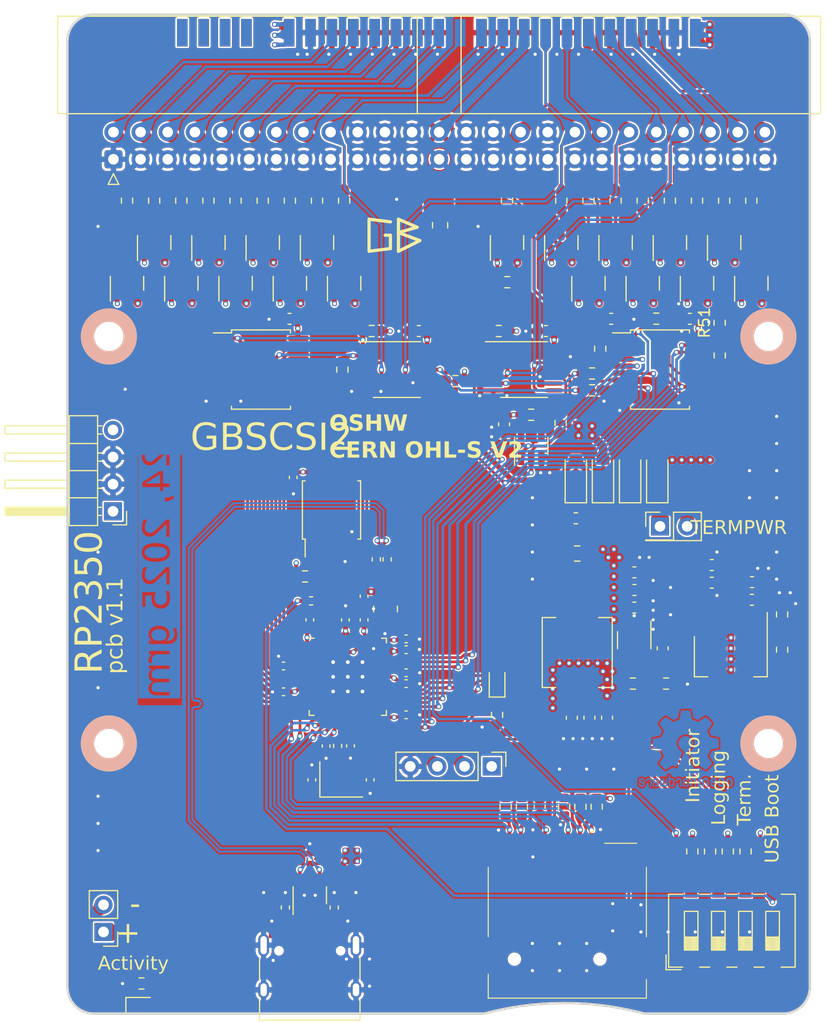
<source format=kicad_pcb>
(kicad_pcb (version 20221018) (generator pcbnew)
  (title_block (title "GBSCSI model 2, 2.5/3.5\", discrete MCU") (date "2025-03-09") (rev "1.1") (comment 3 "Drawn by George R. M."))
  (layers (0 "F.Cu" signal) (1 "In1.Cu" signal) (2 "In2.Cu" signal) (31 "B.Cu" signal) (34 "B.Paste" user) (35 "F.Paste" user) (36 "B.SilkS" user "B.Silkscreen") (37 "F.SilkS" user "F.Silkscreen") (38 "B.Mask" user) (39 "F.Mask" user) (44 "Edge.Cuts" user))
  (net 0 "")
  (net 1 "GND")
  (net 2 "+3V3")
  (net 3 "+5V")
  (net 4 "Net-(U3-A0)")
  (net 5 "Net-(D2-K)")
  (net 6 "/5V_IN")
  (net 7 "Net-(D4-A)")
  (net 8 "/VBUS")
  (net 9 "/TERMPWR")
  (net 10 "/SDIO_D2")
  (net 11 "/SDIO_D3")
  (net 12 "/SDIO_CMD")
  (net 13 "/SDIO_CLK")
  (net 14 "/SDIO_D0")
  (net 15 "/SDIO_D1")
  (net 17 "/~{SCSI_SD0}")
  (net 18 "/~{SCSI_SD1}")
  (net 19 "/~{SCSI_SD2}")
  (net 20 "/~{SCSI_SD3}")
  (net 21 "/~{SCSI_SD4}")
  (net 22 "/~{SCSI_SD5}")
  (net 23 "/~{SCSI_SD6}")
  (net 24 "/~{SCSI_SD7}")
  (net 25 "/~{SCSI_SDP}")
  (net 26 "/SCSI_~{ATTN}")
  (net 27 "/~{SCSI_BSY}")
  (net 28 "/~{SCSI_ACK}")
  (net 29 "/~{SCSI_MSG}")
  (net 30 "/~{SCSI_SEL}")
  (net 31 "/SCSI_~{C}{slash}D")
  (net 32 "/SCSI_~{REQ}")
  (net 41 "/~{INITIATOR}")
  (net 42 "/~{DEBUG}")
  (net 43 "/~{TERM_EN}")
  (net 44 "/~{MCU_ATTN}")
  (net 45 "/~{MCU_REQ}")
  (net 46 "/~{BUS_DIR}")
  (net 47 "/~{RST_OUT}")
  (net 48 "/~{MCU_SEL_OUT}")
  (net 49 "/~{MCU_ACK}")
  (net 50 "Net-(U3-B1)")
  (net 51 "Net-(R18-Pad1)")
  (net 52 "/MCU_RST")
  (net 53 "Net-(R19-Pad1)")
  (net 54 "/~{MCU_SDP}")
  (net 55 "/~{MCU_CD{slash}SEL_IN}")
  (net 56 "Net-(R20-Pad2)")
  (net 57 "/~{MCU_MSG{slash}BSY_IN}")
  (net 58 "Net-(R21-Pad2)")
  (net 59 "/~{MCU_IO}")
  (net 60 "/~{MCU_SD0}")
  (net 61 "/~{MCU_SD1}")
  (net 62 "/~{MCU_SD2}")
  (net 63 "/~{MCU_SD3}")
  (net 64 "/~{MCU_SD4}")
  (net 65 "/~{MCU_SD5}")
  (net 66 "/~{MCU_SD6}")
  (net 67 "/~{MCU_SD7}")
  (net 68 "/~{MCU_BSY_OUT}")
  (net 69 "/~{SCSI_RST}")
  (net 70 "/ACTY")
  (net 71 "/5V_TIE")
  (net 72 "Net-(F2-Pad1)")
  (net 73 "/SCSI_I{slash}~{O} ")
  (net 74 "Net-(Q1-D)")
  (net 75 "Net-(Q2-D)")
  (net 76 "Net-(Q3-D)")
  (net 77 "Net-(Q4-D)")
  (net 78 "Net-(Q5-D)")
  (net 79 "Net-(Q6-D)")
  (net 80 "Net-(Q7-D)")
  (net 81 "Net-(Q8-D)")
  (net 82 "Net-(Q9-D)")
  (net 83 "Net-(Q10-D)")
  (net 84 "Net-(Q11-D)")
  (net 85 "Net-(Q12-D)")
  (net 86 "Net-(Q13-D)")
  (net 87 "Net-(Q14-D)")
  (net 88 "Net-(Q15-D)")
  (net 89 "Net-(Q16-D)")
  (net 90 "Net-(Q17-D)")
  (net 91 "Net-(Q18-D)")
  (net 92 "+2V8")
  (net 93 "Net-(U8-SW)")
  (net 94 "Net-(U8-BST)")
  (net 95 "Net-(U8-FB)")
  (net 97 "Net-(U7-GND)")
  (net 98 "/XOUT")
  (net 99 "Net-(C21-Pad1)")
  (net 100 "+1V1")
  (net 101 "/GPIO16")
  (net 102 "Net-(D6-K)")
  (net 103 "Net-(D6-A)")
  (net 104 "/CC1")
  (net 105 "/Din+")
  (net 106 "/Din-")
  (net 108 "/CC2")
  (net 110 "/XIN")
  (net 111 "/Dout+")
  (net 112 "/USB_D+")
  (net 113 "/Dout-")
  (net 114 "/USB_D-")
  (net 115 "/QSPI_SS")
  (net 116 "/~{USB_BOOT}")
  (net 117 "/SWCLK")
  (net 118 "/SWD")
  (net 119 "/RUN")
  (net 122 "/QSPI_SD3")
  (net 123 "/QSPI_SCLK")
  (net 124 "/QSPI_SD0")
  (net 125 "/QSPI_SD2")
  (net 126 "/QSPI_SD1")
  (net 127 "/VREG_LX")
  (footprint "LED_SMD:LED_0603_1608Metric" (layer "F.Cu") (at 80.518 106.0705 90)
    (fp_text reference "D6" hide)
    (fp_text value "YELLOW")
  )
  (footprint "Resistor_SMD:R_0603_1608Metric" (layer "F.Cu") (at 62.547 96.266 180)
    (fp_text reference "R54" hide)
    (fp_text value "4k7")
  )
  (footprint "Resistor_SMD:R_0603_1608Metric" (layer "F.Cu") (at 81.317 117.822 90)
    (fp_text reference "R7" hide)
    (fp_text value "4k7")
  )
  (footprint "Resistor_SMD:R_0603_1608Metric" (layer "F.Cu") (at 80.6704 73.292 180)
    (fp_text reference "R13" hide)
    (fp_text value "4k7")
  )
  (footprint "LED_SMD:LED_0603_1608Metric" (layer "F.Cu") (at 47.268 136.411)
    (fp_text reference "D1" hide)
    (fp_text value "YELLOW")
  )
  (footprint "Capacitor_SMD:C_0402_1005Metric" (layer "F.Cu") (at 62.992 100.33 90)
    (fp_text reference "C28" hide)
    (fp_text value "100nF")
  )
  (footprint "Resistor_SMD:R_0603_1608Metric" (layer "F.Cu") (at 86.79 117.822 90)
    (fp_text reference "R3" hide)
    (fp_text value "4k7")
  )
  (footprint "Package_TO_SOT_SMD:SOT-23" (layer "F.Cu") (at 94.148 68.8195 90)
    (fp_text reference "Q14" hide)
    (fp_text value "AO3401A")
  )
  (footprint "Resistor_SMD:R_0603_1608Metric" (layer "F.Cu") (at 50.968 61.087 -90)
    (fp_text reference "R24" hide)
    (fp_text value "110")
  )
  (footprint "Connector_USB:USB_C_Receptacle_HRO_TYPE-C-31-M-12" (layer "F.Cu") (at 62.992 133.91)
    (fp_text reference "J1" hide)
    (fp_text value "USB_DATA")
  )
  (footprint "Resistor_SMD:R_0603_1608Metric" (layer "F.Cu") (at 86.460615 81.8896 -90)
    (fp_text reference "R18" hide)
    (fp_text value "4k7")
  )
  (footprint "Capacitor_SMD:C_0603_1608Metric" (layer "F.Cu") (at 93.376 97.53)
    (fp_text reference "C17" hide)
    (fp_text value "1uF")
  )
  (footprint "Resistor_SMD:R_0402_1005Metric" (layer "F.Cu") (at 65.595 112.1295 -90)
    (fp_text reference "R14" hide)
    (fp_text value "1k")
  )
  (footprint "Capacitor_SMD:C_0402_1005Metric" (layer "F.Cu") (at 64.516 112.141 -90)
    (fp_text reference "C29" hide)
    (fp_text value "100nF")
  )
  (footprint "Crystal:Crystal_SMD_3225-4Pin_3.2x2.5mm" (layer "F.Cu") (at 65.933 115.2635)
    (fp_text reference "Y1" hide)
    (fp_text value "12MHz")
  )
  (footprint "Capacitor_SMD:C_0402_1005Metric" (layer "F.Cu") (at 62.992 122.682 90)
    (fp_text reference "C33" hide)
    (fp_text value "100nF")
  )
  (footprint "Resistor_SMD:R_0603_1608Metric" (layer "F.Cu") (at 68.7832 73.292 180)
    (fp_text reference "R10" hide)
    (fp_text value "4k7")
  )
  (footprint "Resistor_SMD:R_0603_1608Metric" (layer "F.Cu") (at 101.768 61.087 -90)
    (fp_text reference "R38" hide)
    (fp_text value "110")
  )
  (footprint "Resistor_SMD:R_0402_1005Metric" (layer "F.Cu") (at 65.278 127.254 90)
    (fp_text reference "R46" hide)
    (fp_text value "5k1")
  )
  (footprint "GBSCSI:MH2.5_NPTH" (layer "F.Cu") (at 105.91 111.9)
    (fp_text reference "H4" hide)
    (fp_text value "~" hide)
  )
  (footprint "Fiducial:Fiducial_0.5mm_Mask1mm" (layer "F.Cu") (at 107.25 46.15)
    (fp_text reference "FID3" hide)
    (fp_text value "Fiducial")
  )
  (footprint "Resistor_SMD:R_0603_1608Metric" (layer "F.Cu") (at 96.688 61.087 -90)
    (fp_text reference "R36" hide)
    (fp_text value "110")
  )
  (footprint "Resistor_SMD:R_0603_1608Metric" (layer "F.Cu") (at 86.528 61.087 -90)
    (fp_text reference "R32" hide)
    (fp_text value "110")
  )
  (footprint "Package_SO:TSSOP-14_4.4x5mm_P0.65mm" (layer "F.Cu") (at 83.032666 76.899)
    (fp_text reference "U6" hide)
    (fp_text value "74LVT125")
  )
  (footprint "GBSCSI:RP2350-QFN-60-1EP_7x7_P0.4mm_EP3.4x3.4mm_ThermalVias" (layer "F.Cu") (at 66.548 105.659)
    (fp_text reference "U1" hide)
    (fp_text value "RP2350_60QFN")
  )
  (footprint "Resistor_SMD:R_0603_1608Metric" (layer "F.Cu") (at 107.188 99.822 -90)
    (fp_text reference "R45" hide)
    (fp_text value "0")
  )
  (footprint "Capacitor_SMD:C_0402_1005Metric" (layer "F.Cu") (at 68.072 100.33 90)
    (fp_text reference "C26" hide)
    (fp_text value "4.7uF")
  )
  (footprint "Resistor_SMD:R_0603_1608Metric" (layer "F.Cu") (at 66.04 76.9112 90)
    (fp_text reference "R19" hide)
    (fp_text value "1k")
  )
  (footprint "Package_SO:SOIC-8_5.23x5.23mm_P1.27mm" (layer "F.Cu") (at 65.024 90.043 90)
    (fp_text reference "U10" hide)
    (fp_text value "W25Q128JVS")
  )
  (footprint "Resistor_SMD:R_0402_1005Metric" (layer "F.Cu") (at 69.215 94.6633 -90)
    (fp_text reference "R48" hide)
    (fp_text value "27")
  )
  (footprint "Package_TO_SOT_SMD:SOT-23" (layer "F.Cu") (at 50.968 68.8195 90)
    (fp_text reference "Q3" hide)
    (fp_text value "AO3401A")
  )
  (footprint "Package_TO_SOT_SMD:SOT-23" (layer "F.Cu") (at 91.608 65.0095 90)
    (fp_text reference "Q13" hide)
    (fp_text value "AO3401A")
  )
  (footprint "Package_TO_SOT_SMD:SOT-23" (layer "F.Cu") (at 96.688 65.0095 90)
    (fp_text reference "Q15" hide)
    (fp_text value "AO3401A")
  )
  (footprint "Capacitor_SMD:C_0603_1608Metric" (layer "F.Cu") (at 91.19 72.149)
    (fp_text reference "C2" hide)
    (fp_text value "12pF")
  )
  (footprint "Package_TO_SOT_SMD:SOT-23" (layer "F.Cu") (at 63.668 65.0095 90)
    (fp_text reference "Q8" hide)
    (fp_text value "AO3401A")
  )
  (footprint "Resistor_SMD:R_0603_1608Metric" (layer "F.Cu") (at 76.6186 77.978 180)
    (fp_text reference "R11" hide)
    (fp_text value "4k7")
  )
  (footprint "Fuse:Fuse_0805_2012Metric" (layer "F.Cu") (at 75.188 63.386 -90)
    (fp_text reference "F1" hide)
    (fp_text value "1A")
  )
  (footprint "Resistor_SMD:R_0603_1608Metric" (layer "F.Cu") (at 45.888 61.087 -90)
    (fp_text reference "R22" hide)
    (fp_text value "110")
  )
  (footprint "Package_TO_SOT_SMD:SOT-23" (layer "F.Cu") (at 66.208 68.8195 90)
    (fp_text reference "Q9" hide)
    (fp_text value "AO3401A")
  )
  (footprint "Resistor_SMD:R_0603_1608Metric" (layer "F.Cu") (at 81.448 61.087 -90)
    (fp_text reference "R31" hide)
    (fp_text value "110")
  )
  (footprint "Capacitor_SMD:C_0603_1608Metric" (layer "F.Cu") (at 81.171815 82.018 -90)
    (fp_text reference "C7" hide)
    (fp_text value "100nF")
  )
  (footprint "Button_Switch_SMD:SW_DIP_SPSTx04_Slide_6.7x11.72mm_W8.61mm_P2.54mm_LowProfile" (layer "F.Cu") (at 102.489 129.4254 90)
    (fp_text reference "SW1" hide)
    (fp_text value "SW_DIP_x04")
  )
  (footprint "Connector_IDC:IDC-Header_2x25_P2.54mm_Horizontal" (layer "F.Cu") (at 44.618 57.214 90)
    (fp_text reference "J6" hide)
    (fp_text value "SCSI_50P_2.54mm")
  )
  (footprint "Connector_PinHeader_2.54mm:PinHeader_1x04_P2.54mm_Horizontal" (layer "F.Cu") (at 44.577 90.17 180)
    (fp_text reference "J4" hide)
    (fp_text value "Conn_01x04")
  )
  (footprint "Capacitor_SMD:C_0402_1005Metric" (layer "F.Cu") (at 72.009 106.299)
    (fp_text reference "C31" hide)
    (fp_text value "100nF")
  )
  (footprint "Resistor_SMD:R_0402_1005Metric" (layer "F.Cu") (at 63.119 98.552 180)
    (fp_text reference "R53" hide)
    (fp_text value "1k")
  )
  (footprint "Resistor_SMD:R_0603_1608Metric" (layer "F.Cu") (at 56.048 61.087 -90)
    (fp_text reference "R26" hide)
    (fp_text value "110")
  )
  (footprint "Resistor_SMD:R_0603_1608Metric" (layer "F.Cu") (at 82.841 117.822 90)
    (fp_text reference "R5" hide)
    (fp_text value "4k7")
  )
  (footprint "Resistor_SMD:R_0603_1608Metric" (layer "F.Cu") (at 101.346 72.517 90)
    (fp_text reference "R51")
    (fp_text value "1k")
  )
  (footprint "Inductor_SMD:L_0603_1608Metric" (layer "F.Cu") (at 87.888 90.818)
    (fp_text reference "L1" hide)
    (fp_text value "Ferrite_Bead_Small")
  )
  (footprint "Capacitor_SMD:C_0402_1005Metric" (layer "F.Cu") (at 68.072 98.1202 -90)
    (fp_text reference "C35" hide)
    (fp_text value "4.7uF")
  )
  (footprint "Diode_SMD:D_SOD-123" (layer "F.Cu") (at 87.888 87.008 90)
    (fp_text reference "D4" hide)
    (fp_text value "D_Schottky")
  )
  (footprint "Resistor_SMD:R_0603_1608Metric" (layer "F.Cu") (at 89.838 117.822 90)
    (fp_text reference "R1" hide)
    (fp_text value "4k7")
  )
  (footprint "Capacitor_SMD:C_0402_1005Metric" (layer "F.Cu") (at 61.44 86.995 -90)
    (fp_text reference "C34" hide)
    (fp_text value "100nF")
  )
  (footprint "Diode_SMD:D_SOD-123" (layer "F.Cu") (at 92.968 87.008 90)
    (fp_text reference "D3" hide)
    (fp_text value "D_Schottky")
  )
  (footprint "Capacitor_SMD:C_0603_1608Metric" (layer "F.Cu") (at 104.362 98.451)
    (fp_text reference "C11" hide)
    (fp_text value "100nF")
  )
  (footprint "Package_SO:TSSOP-14_4.4x5mm_P0.65mm" (layer "F.Cu") (at 71.153333 76.899)
    (fp_text reference "U5" hide)
    (fp_text value "74LVT125")
  )
  (footprint "Fiducial:Fiducial_0.5mm_Mask1mm" (layer "F.Cu") (at 42.75 134.75)
    (fp_text reference "FID2" hide)
    (fp_text value "Fiducial")
  )
  (footprint "Resistor_SMD:R_0603_1608Metric" (layer "F.Cu") (at 107.188 103.124 -90)
    (fp_text reference "R44" hide)
    (fp_text value "~")
  )
  (footprint "Connector_PinHeader_2.54mm:PinHeader_1x02_P2.54mm_Vertical" (layer "F.Cu") (at 43.688 129.545 180)
    (fp_text reference "J3" hide)
    (fp_text value "Conn_01x02")
  )
  (footprint "Capacitor_SMD:C_0603_1608Metric" (layer "F.Cu") (at 100.607 95.2)
    (fp_text reference "C8" hide)
    (fp_text value "1uF")
  )
  (footprint "Inductor_SMD:L_Vishay_IHLP-2525" (layer "F.Cu") (at 88.016 103.385 -90)
    (fp_text reference "L2" hide)
    (fp_text value "2.2uH")
  )
  (footprint "Capacitor_SMD:C_0402_1005Metric" (layer "F.Cu") (at 60.5282 107.061 180)
    (fp_text reference "C27" hide)
    (fp_text value "100nF")
  )
  (footprint "Capacitor_SMD:C_0603_1608Metric" (layer "F.Cu") (at 89.159 109.481 -90)
    (fp_text reference "C13" hide)
    (fp_text value "22uF")
  )
  (footprint "Package_TO_SOT_SMD:TSOT-23-6" (layer "F.Cu") (at 93.35 102.229 -90)
    (fp_text reference "U8" hide)
    (fp_text value "AP62250WU")
  )
  (footprint "Package_TO_SOT_SMD:SOT-23" (layer "F.Cu") (at 58.588 65.0095 90)
    (fp_text reference "Q6" hide)
    (fp_text value "AO3401A")
  )
  (footprint "Connector_PinHeader_2.54mm:PinHeader_1x04_P2.54mm_Vertical" (layer "F.Cu") (at 80.01 114.046 -90)
    (fp_text reference "J7" hide)
    (fp_text value "Conn_01x04")
  )
  (footprint "Capacitor_SMD:C_0603_1608Metric" (layer "F.Cu") (at 73.1898 73.292 180)
    (fp_text reference "C5" hide)
    (fp_text value "100nF")
  )
  (footprint "Resistor_SMD:R_0603_1608Metric" (layer "F.Cu") (at 88.314 117.822 90)
    (fp_text reference "R2" hide)
    (fp_text value "4k7")
  )
  (footprint "Package_TO_SOT_SMD:SOT-23-5" (layer "F.Cu") (at 83.711815 84.05 90)
    (fp_text reference "U4" hide)
    (fp_text value "74AHCT1G125")
  )
  (footprint "Package_TO_SOT_SMD:SOT-23" (layer "F.Cu") (at 104.308 68.8195 90)
    (fp_text reference "Q18" hide)
    (fp_text value "AO3401A")
  )
  (footprint "Package_SO:SSOP-20_5.3x7.2mm_P0.65mm" (layer "F.Cu") (at 58.424 76.899)
    (fp_text reference "U2" hide)
    (fp_text value "74LVT245")
  )
  (footprint "GBSCSI:MH2.5_NPTH" (layer "F.Cu") (at 44.19 73.8)
    (fp_text reference "H1" hide)
    (fp_text value "~" hide)
  )
  (footprint "Fuse:Fuse_0805_2012Metric" (layer "F.Cu") (at 88.015 94.12)
    (fp_text reference "F2" hide)
    (fp_text value "1A")
  )
  (footprint "Package_TO_SOT_SMD:SOT-23-6" (layer "F.Cu") (at 62.992 126.111 90)
    (fp_text reference "U9" hide)
    (fp_text value "USB TVS")
  )
  (footprint "Resistor_SMD:R_0603_1608Metric" (layer "F.Cu") (at 99.228 61.087 -90)
    (fp_text reference "R37" hide)
    (fp_text value "110")
  )
  (footprint "Package_TO_SOT_SMD:SOT-23" (layer "F.Cu") (at 61.128 68.8195 90)
    (fp_text reference "Q7" hide)
    (fp_text value "AO3401A")
  )
  (footprint "Capacitor_SMD:C_0402_1005Metric" (layer "F.Cu") (at 72.009 103.124)
    (fp_text reference "C25" hide)
    (fp_text value "1uF")
  )
  (footprint "GBSCSI:TF01A" (layer "F.Cu") (at 87.09 128.49)
    (fp_text reference "J2" hide)
    (fp_text value "TF003" hide)
  )
  (footprint "Resistor_SMD:R_0402_1005Metric" (layer "F.Cu") (at 60.706 127.254 90)
    (fp_text reference "R47" hide)
    (fp_text value "5k1")
  )
  (footprint "Resistor_SMD:R_0603_1608Metric" (layer "F.Cu") (at 48.428 61.087 -90)
    (fp_text reference "R23" hide)
    (fp_text value "110")
  )
  (footprint "Capacitor_SMD:C_0402_1005Metric" (layer "F.Cu") (at 66.802 112.1275 -90)
    (fp_text reference "C22" hide)
    (fp_text value "100nF")
  )
  (footprint "Resistor_SMD:R_0603_1608Metric" (layer "F.Cu") (at 80.518 109.22 90)
    (fp_text reference "R52" hide)
    (fp_text value "510")
  )
  (footprint "Package_TO_SOT_SMD:SOT-23" (layer "F.Cu") (at 56.048 68.8195 90)
    (fp_text reference "Q5" hide)
    (fp_text value "AO3401A")
  )
  (footprint "Capacitor_SMD:C_0402_1005Metric" (layer "F.Cu") (at 60.5282 104.648 180)
    (fp_text reference "C23" hide)
    (fp_text value "1uF")
  )
  (footprint "Connector_PinHeader_2.54mm:PinHeader_2x01_P2.54mm_Vertical" (layer "F.Cu") (at 95.762 91.58)
    (fp_text reference "JP3" hide)
    (fp_text value "Jumper_2_Open")
  )
  (footprint "Resistor_SMD:R_0603_1608Metric" (layer "F.Cu") (at 102.108 122.0094 -90)
    (fp_text reference "R6" hide)
    (fp_text value "1k")
  )
  (footprint "Capacitor_SMD:C_0603_1608Metric" (layer "F.Cu") (at 93.363 99.181)
    (fp_text reference "C18" hide)
    (fp_text value "100nF")
  )
  (footprint "GBSCSI:MH2.5_NPTH" (layer "F.Cu") (at 44.19 111.9)
    (fp_text reference "H2" hide)
    (fp_text value "~" hide)
  )
  (footprint "Resistor_SMD:R_0603_1608Metric" (layer "F.Cu") (at 95.4146 72.136)
    (fp_text reference "R8" hide)
    (fp_text value "4k7")
  )
  (footprint "Resistor_SMD:R_0603_1608Metric" (layer "F.Cu") (at 58.588 61.087 -90)
    (fp_text reference "R27" hide)
    (fp_text value "110")
  )
  (footprint "Resistor_SMD:R_0603_1608Metric" (layer "F.Cu") (at 94.148 61.087 -90)
    (fp_text reference "R35" hide)
    (fp_text value "110")
  )
  (footprint "Inductor_SMD:L_1008_2520Metric_Pad1.43x2.20mm_HandSolder" (layer "F.Cu") (at 70.0786 99.314 -90)
    (fp_text reference "L3" hide)
    (fp_text value "3.3uH")
  )
  (footprint "Package_TO_SOT_SMD:SOT-23" (layer "F.Cu") (at 101.768 65.0095 90)
    (fp_text reference "Q17" hide)
    (fp_text value "AO3401A")
  )
  (footprint "Resistor_SMD:R_0402_1005Metric" (layer "F.Cu") (at 70.231 94.6658 -90)
    (fp_text reference "R49" hide)
    (fp_text value "27")
  )
  (footprint "Resistor_SMD:R_0603_1608Metric" (layer "F.Cu") (at 89.068 61.087 -90)
    (fp_text reference "R33" hide)
    (fp_text value "110")
  )
  (footprint "Resistor_SMD:R_0603_1608Metric" (layer "F.Cu") (at 101.35 75.578 90)
    (fp_text reference "R17" hide)
    (fp_text value "1k")
  )
  (footprint "Capacitor_SMD:C_0603_1608Metric" (layer "F.Cu") (at 85.077 73.292 180)
    (fp_text reference "C6" hide)
    (fp_text value "100nF")
  )
  (footprint "Capacitor_SMD:C_0603_1608Metric" (layer "F.Cu") (at 61.091 72.149 180)
    (fp_text reference "C4" hide)
    (fp_text value "100nF")
  )
  (footprint "Fiducial:Fiducial_0.5mm_Mask1mm" (layer "F.Cu") (at 108.19 134.7)
    (fp_text reference "FID1" hide)
    (fp_text value "Fiducial")
  )
  (footprint "Resistor_SMD:R_0603_1608Metric" (layer "F.Cu") (at 61.128 61.087 -90)
    (fp_text reference "R28" hide)
    (fp_text value "110")
  )
  (footprint "Diode_SMD:D_SOD-123" (layer "F.Cu") (at 90.428 87.008 90)
    (fp_text reference "D5" hide)
    (fp_text value "D_Schottky")
  )
  (footprint "Package_TO_SOT_SMD:SOT-23" (layer "F.Cu") (at 86.528 65.0095 90)
    (fp_text reference "Q11" hide)
    (fp_text value "AO3401A")
  )
  (footprint "Package_TO_SOT_SMD:SOT-23" (layer "F.Cu") (at 99.228 68.8195 90)
    (fp_text reference "Q16" hide)
    (fp_text value "AO3401A")
  )
  (footprint "Package_SO:SSOP-20_5.3x7.2mm_P0.65mm" (layer "F.Cu") (at 95.762 76.899)
    (fp_text reference "U3" hide)
    (fp_text value "74LVT245")
  )
  (footprint "Resistor_SMD:R_0603_1608Metric" (layer "F.Cu") (at 91.608 61.087 -90)
    (fp_text reference "R34" hide)
    (fp_text value "110")
  )
  (footprint "Resistor_SMD:R_0603_1608Metric" (layer "F.Cu") (at 100.448534 122.0094 90)
    (fp_text reference "R9" hide)
    (fp_text value "4k7")
  )
  (footprint "Resistor_SMD:R_0603_1608Metric" (layer "F.Cu") (at 103.767468 122.0094 90)
    (fp_text reference "R43" hide)
    (fp_text value "4k7")
  )
  (footprint "Capacitor_SMD:C_0603_1608Metric" (layer "F.Cu") (at 84.504 117.822 -90)
    (fp_text reference "C1" hide)
    (fp_text value "10uF")
  )
  (footprint "Capacitor_SMD:C_0603_1608Metric" (layer "F.Cu") (at 100.607 96.851)
    (fp_text reference "C10" hide)
    (fp_text value "100nF")
  )
  (footprint "Resistor_SMD:R_0603_1608Metric" (layer "F.Cu") (at 90.171 74.943 90)
    (fp_text reference "R16" hide)
    (fp_text value "110")
  )
  (footprint "Resistor_SMD:R_0603_1608Metric" (layer "F.Cu") (at 63.668 61.087 -90)
    (fp_text reference "R29" hide)
    (fp_text value "110")
  )
  (footprint "Package_TO_SOT_SMD:SOT-23" (layer "F.Cu") (at 53.508 65.0095 90)
    (fp_text reference "Q4" hide)
    (fp_text value "AO3401A")
  )
  (footprint "Resistor_SMD:R_0603_1608Metric" (layer "F.Cu") (at 93.223 106.293)
    (fp_text reference "R41" hide)
    (fp_text value "31k6")
  )
  (footprint "Capacitor_SMD:C_0402_1005Metric" (layer "F.Cu") (at 72.009 105.283)
    (fp_text reference "C24" hide)
    (fp_text value "100nF")
  )
  (footprint "GBSCSI:PinHeader_2x25-2_P2.00mm_straddle" (layer "F.Cu") (at 75.061 43.2815 90)
    (fp_text reference "J5" hide)
    (fp_text value "SCSI_50-2P_2mm")
  )
  (footprint "Resistor_SMD:R_0603_1608Metric" (layer "F.Cu") (at 81.475 68.72 180)
    (fp_text reference "R40" hide)
    (fp_text value "4k7")
  )
  (footprint "Resistor_SMD:R_0603_1608Metric" (layer "F.Cu") (at 98.789068 122.0094 -90)
    (fp_text reference "R4" hide)
    (fp_text value "1k")
  )
  (footprint "Capacitor_SMD:C_0402_1005Metric" (layer "F.Cu") (at 72.009 109.22)
    (fp_text reference "C30" hide)
    (fp_text value "100nF")
  )
  (footprint "Resistor_SMD:R_0603_1608Metric" (layer "F.Cu") (at 47.244 134.366)
    (fp_text reference "R50" hide)
    (fp_text value "510")
  )
  (footprint "GBSCSI:MH2.5_NPTH" (layer "F.Cu") (at 105.91 73.8)
    (fp_text reference "H3" hide)
    (fp_text value "~" hide)
  )
  (footprint "Capacitor_SMD:C_0603_1608Metric" (layer "F.Cu") (at 87.508 109.494 -90)
    (fp_text reference "C16" hide)
    (fp_text value "100nF")
  )
  (footprint "Package_TO_SOT_SMD:SOT-23" (layer "F.Cu") (at 81.448 65.0095 90)
    (fp_text reference "Q10" hide)
    (fp_text value "AO3401A")
  )
  (footprint "Capacitor_SMD:C_0603_1608Metric" (layer "F.Cu") (at 90.81 109.481 -90)
    (fp_text reference "C12" hide)
    (fp_text value "22uF")
  )
  (footprint "Capacitor_SMD:C_0603_1608Metric" (layer "F.Cu") (at 96.017 102.991 -90)
    (fp_text reference "C14" hide)
    (fp_text value "100nF")
  )
  (footprint "Capacitor_SMD:C_0402_1005Metric" (layer "F.Cu") (at 66.3194 100.33 90)
    (fp_text reference "C32" hide)
    (fp_text value "100nF")
  )
  (footprint "Capacitor_SMD:C_0402_1005Metric" (layer "F.Cu") (at 68.643 115.3025 -90)
    (fp_text reference "C20" hide)
    (fp_text value "22pF")
  )
  (footprint "Capacitor_SMD:C_0603_1608Metric" (layer "F.Cu") (at 98.556 72.149 180)
    (fp_text reference "C3" hide)
    (fp_text value "100nF")
  )
  (footprint "Capacitor_SMD:C_0402_1005Metric" (layer "F.Cu") (at 72.009 102.108)
    (fp_text reference "C36" hide)
    (fp_text value "100n")
  )
  (footprint "Resistor_SMD:R_0603_1608Metric" (layer "F.Cu") (at 53.508 61.087 -90)
    (fp_text reference "R25" hide)
    (fp_text value "110")
  )
  (footprint "Resistor_SMD:R_0603_1608Metric" (layer "F.Cu") (at 66.208 61.087 -90)
    (fp_text reference "R30" hide)
    (fp_text value "110")
  )
  (footprint "Capacitor_SMD:C_0603_1608Metric" (layer "F.Cu") (at 104.375 96.8)
    (fp_text reference "C9" hide)
    (fp_text value "1uF")
  )
  (footprint "Package_TO_SOT_SMD:SOT-23" (layer "F.Cu") (at 48.428 65.0095 90)
    (fp_text reference "Q2" hide)
    (fp_text value "AO3401A")
  )
  (footprint "Resistor_SMD:R_0603_1608Metric" (layer "F.Cu") (at 96.334 106.293)
    (fp_text reference "R42" hide)
    (fp_text value "10k")
  )
  (footprint "Resistor_SMD:R_0603_1608Metric" (layer "F.Cu") (at 89.408 78.8416 180)
    (fp_text reference "R21" hide)
    (fp_text value "1k")
  )
  (footprint "Resistor_SMD:R_0603_1608Metric" (layer "F.Cu") (at 89.408 77.2668 180)
    (fp_text reference "R20" hide)
    (fp_text value "1k")
  )
  (footprint "Capacitor_SMD:C_0402_1005Metric" (layer "F.Cu") (at 63.182 115.3025 90)
    (fp_text reference "C21" hide)
    (fp_text value "22pF")
  )
  (footprint "Package_TO_SOT_SMD:SOT-223-3_TabPin2" (layer "F.Cu") (at 102.388 103.749 -90)
    (fp_text reference "U7" hide)
    (fp_text value "AZ1117-2.85")
  )
  (footprint "Resistor_SMD:R_0603_1608Metric" (layer "F.Cu") (at 83.711815 81.129)
    (fp_text reference "R12" hide)
    (fp_text value "4k7")
  )
  (footprint "Resistor_SMD:R_0603_1608Metric" (layer "F.Cu") (at 104.308 61.087 -90)
    (fp_text reference "R39" hide)
    (fp_text value "110")
  )
  (footprint "Package_TO_SOT_SMD:SOT-23" (layer "F.Cu") (at 45.888 68.8195 90)
    (fp_text reference "Q1" hide)
    (fp_text value "AO3401A")
  )
  (footprint "Capacitor_SMD:C_0603_1608Metric" (layer "F.Cu") (at 93.363 95.879)
    (fp_text reference "C15" hide)
    (fp_text value "10uF")
  )
  (footprint "Package_TO_SOT_SMD:SOT-23" (layer "F.Cu") (at 89.068 68.8195 90)
    (fp_text reference "Q12" hide)
    (fp_text value "AO3401A")
  )
  (footprint "Diode_SMD:D_SOD-123" (layer "F.Cu") (at 95.508 87.008 90)
    (fp_text reference "D2" hide)
    (fp_text value "D_Schottky")
  )
  (footprint "Symbol:OSHW-Logo2_9.8x8mm_Copper" (layer "B.Cu") (at 98.171 112.522 180)
    (fp_text reference "REF**" hide)
    (fp_text value "OSHW-Logo2_9.8x8mm_Copper" hide)
  )
  (gr_line (start 73.288 64.826) (end 71.288 64.076) (stroke (width 0.3)) (layer "F.SilkS"))
  (gr_line (start 68.538 65.822) (end 70.538 65.572) (stroke (width 0.3)) (layer "F.SilkS"))
  (gr_line (start 73.038 63.576) (end 71.288 64.076) (stroke (width 0.3)) (layer "F.SilkS"))
  (gr_line (start 70.538 65.572) (end 70.538 64.322) (stroke (width 0.3)) (layer "F.SilkS"))
  (gr_line (start 68.538 62.822) (end 70.538 63.072) (stroke (width 0.3)) (layer "F.SilkS"))
  (gr_line (start 68.538 62.822) (end 68.538 65.822) (stroke (width 0.3)) (layer "F.SilkS"))
  (gr_line (start 71.288 65.826) (end 73.288 64.826) (stroke (width 0.3)) (layer "F.SilkS"))
  (gr_line (start 70.038 64.322) (end 70.538 64.322) (stroke (width 0.3)) (layer "F.SilkS"))
  (gr_line (start 71.288 62.826) (end 73.038 63.576) (stroke (width 0.3)) (layer "F.SilkS"))
  (gr_line (start 71.288 65.826) (end 71.288 62.826) (stroke (width 0.3)) (layer "F.SilkS"))
  (gr_arc (start 109.8 134.7) (mid 109.067767 136.467766) (end 107.3 137.2) (stroke (width 0.2)) (layer "Edge.Cuts"))
  (gr_line (start 42.8 137.2) (end 79.3 137.2) (stroke (width 0.2)) (layer "Edge.Cuts"))
  (gr_line (start 40.3 134.7) (end 40.3 46.15) (stroke (width 0.2)) (layer "Edge.Cuts"))
  (gr_arc (start 107.3 43.65) (mid 109.067767 44.382233) (end 109.8 46.15) (stroke (width 0.2)) (layer "Edge.Cuts"))
  (gr_line (start 94.3 137.2) (end 107.3 137.2) (stroke (width 0.2)) (layer "Edge.Cuts"))
  (gr_arc (start 79.3 137.2) (mid 86.8 136.212606) (end 94.3 137.2) (stroke (width 0.2)) (layer "Edge.Cuts"))
  (gr_arc (start 40.3 46.15) (mid 41.032233 44.382233) (end 42.8 43.65) (stroke (width 0.2)) (layer "Edge.Cuts"))
  (gr_line (start 109.8 134.7) (end 109.8 46.15) (stroke (width 0.2)) (layer "Edge.Cuts"))
  (gr_arc (start 42.8 137.2) (mid 41.032234 136.467767) (end 40.3 134.7) (stroke (width 0.2)) (layer "Edge.Cuts"))
  (gr_line (start 42.8 43.65) (end 107.3 43.65) (stroke (width 0.2)) (layer "Edge.Cuts"))
  (gr_text "(c)2024, 2025 grm" (at 50.292 107.696 90) (layer "B.Cu" knockout) (effects (font (size 2.5 2.5) (thickness 0.15) italic) (justify right bottom mirror)))
  (gr_text "pcb v1.1" (at 45.72 105.41 90) (layer "F.SilkS") (effects (font (size 1.5 1.5)) (justify left bottom)))
  (gr_text "GBSCSI2" (at 51.816 84.836) (layer "F.SilkS") (effects (font (size 2.5 2.5) (thickness 0.15) italic) (justify left bottom)))
  (gr_text "USB Boot" (at 107.061 114.808 90) (layer "F.SilkS") (effects (font (size 1.27 1.27) (thickness 0.1875)) (justify right bottom)))
  (gr_text "Logging" (at 102.0572 112.522 90) (layer "F.SilkS") (effects (font (size 1.27 1.27) (thickness 0.1875)) (justify right bottom)))
  (gr_text "Activity" (at 49.8 133.3) (layer "F.SilkS") (effects (font (size 1.27 1.27) (thickness 0.1875)) (justify right bottom)))
  (gr_text "RP2350" (at 43.942 105.41 90) (layer "F.SilkS") (effects (font (size 2.5 2.5) (thickness 0.15) italic) (justify left bottom)))
  (gr_text "OSHW\nCERN OHL-S V2" (at 64.8 85.4) (layer "F.SilkS") (effects (font (size 1.5 1.5) (thickness 0.3) bold italic) (justify left bottom)))
  (gr_text "-" (at 47.15 128.2) (layer "F.SilkS") (effects (font (size 2 2) (thickness 0.1875)) (justify right bottom)))
  (gr_text "TERMPWR" (at 107.6452 92.5068) (layer "F.SilkS") (effects (font (size 1.27 1.27) (thickness 0.1875)) (justify right bottom)))
  (gr_text "Term." (at 104.4572 114.722 90) (layer "F.SilkS") (effects (font (size 1.27 1.27) (thickness 0.1875)) (justify right bottom)))
  (gr_text "Initiator" (at 99.6572 110.522 90) (layer "F.SilkS") (effects (font (size 1.27 1.27) (thickness 0.1875)) (justify right bottom)))
  (gr_text "+" (at 47.15 130.9) (layer "F.SilkS") (effects (font (size 2 2) (thickness 0.1875)) (justify right bottom)))
  (via (at 95.128 98.546) (size 0.5) (drill 0.3) (layers "F.Cu" "B.Cu") (net 1))
  (via (at 100.33 72.4408) (size 0.5) (drill 0.3) (layers "F.Cu" "B.Cu") (net 1))
  (via (at 61.853 47.384) (size 0.5) (drill 0.3) (layers "F.Cu" "B.Cu") (net 1))
  (via (at 93.222 47.384) (size 0.5) (drill 0.3) (layers "F.Cu" "B.Cu") (net 1))
  (via (at 61.462 88.532) (size 0.5) (drill 0.3) (layers "F.Cu" "B.Cu") (net 1))
  (via (at 95.254 47.384) (size 0.5) (drill 0.3) (layers "F.Cu" "B.Cu") (net 1))
  (via (at 80.01 83.185) (size 0.5) (drill 0.3) (layers "F.Cu" "B.Cu") (net 1))
  (via (at 93.3196 72.1868) (size 0.5) (drill 0.3) (layers "F.Cu" "B.Cu") (net 1))
  (via (at 63.182 113.9055) (size 0.5) (drill 0.3) (layers "F.Cu" "B.Cu") (net 1))
  (via (at 104.14 129.54) (size 0.5) (drill 0.3) (layers "F.Cu" "B.Cu") (net 1))
  (via (at 87.376 75.692) (size 0.5) (drill 0.3) (layers "F.Cu" "B.Cu") (net 1))
  (via (at 101.6 129.54) (size 0.5) (drill 0.3) (layers "F.Cu" "B.Cu") (net 1))
  (via (at 104.14 88.9) (size 0.5) (drill 0.3) (layers "F.Cu" "B.Cu") (net 1))
  (via (at 97.54 47.384) (size 0.5) (drill 0.3) (layers "F.Cu" "B.Cu") (net 1))
  (via (at 93.35 99.943) (size 0.5) (drill 0.3) (layers "F.Cu" "B.Cu") (net 1))
  (via (at 53.2892 79.8576) (size 0.5) (drill 0.3) (layers "F.Cu" "B.Cu") (net 1))
  (via (at 93.858 94.482) (size 0.5) (drill 0.3) (layers "F.Cu" "B.Cu") (net 1))
  (via (at 66.806 47.384) (size 0.5) (drill 0.3) (layers "F.Cu" "B.Cu") (net 1))
  (via (at 95.128 101.213) (size 0.5) (drill 0.3) (layers "F.Cu" "B.Cu") (net 1))
  (via (at 73.2536 103.0986) (size 0.5) (drill 0.3) (layers "F.Cu" "B.Cu") (net 1))
  (via (at 101.092 98.044) (size 0.5) (drill 0.3) (layers "F.Cu" "B.Cu") (net 1))
  (via (at 86.452 119.506) (size 0.5) (drill 0.3) (layers "F.Cu" "B.Cu") (net 1))
  (via (at 83.2104 73.3044) (size 0.5) (drill 0.3) (layers "F.Cu" "B.Cu") (net 1))
  (via (at 93.98 129.54) (size 0.5) (drill 0.3) (layers "F.Cu" "B.Cu") (net 1))
  (via (at 91.34 126.9) (size 0.5) (drill 0.3) (layers "F.Cu" "B.Cu") (net 1))
  (via (at 66.294 94.869) (size 0.5) (drill 0.3) (layers "F.Cu" "B.Cu") (net 1))
  (via (at 45.47 134.379) (size 0.5) (drill 0.3) (layers "F.Cu" "B.Cu") (net 1))
  (via (at 72.644 78.1304) (size 0.5) (drill 0.3) (layers "F.Cu" "B.Cu") (net 1))
  (via (at 106.68 81.28) (size 0.5) (drill 0.3) (layers "F.Cu" "B.Cu") (net 1))
  (via (at 72.902 47.384) (size 0.5) (drill 0.3) (layers "F.Cu" "B.Cu") (net 1))
  (via (at 45.72 78.74) (size 0.5) (drill 0.3) (layers "F.Cu" "B.Cu") (net 1))
  (via (at 86.3612 133.1616) (size 0.5) (drill 0.3) (layers "F.Cu" "B.Cu") (net 1))
  (via (at 80.01 82.296) (size 0.5) (drill 0.3) (layers "F.Cu" "B.Cu") (net 1))
  (via (at 88.9012 133.1616) (size 0.5) (drill 0.3) (layers "F.Cu" "B.Cu") (net 1))
  (via (at 64.516 113.284) (size 0.5) (drill 0.3) (layers "F.Cu" "B.Cu") (net 1))
  (via (at 91.282 111.445) (size 0.5) (drill 0.3) (layers "F.Cu" "B.Cu") (net 1))
  (via (at 73.2536 102.1334) (size 0.5) (drill 0.3) (layers "F.Cu" "B.Cu") (net 1))
  (via (at 101.092 93.98) (size 0.5) (drill 0.3) (layers "F.Cu" "B.Cu") (net 1))
  (via (at 83.8212 133.1616) (size 0.5) (drill 0.3) (layers "F.Cu" "B.Cu") (net 1))
  (via (at 58.674 125.857) (size 0.5) (drill 0.3) (layers "F.Cu" "B.Cu") (net 1))
  (via (at 68.961 103.0224) (size 0.5) (drill 0.3) (layers "F.Cu" "B.Cu") (net 1))
  (via (at 104.14 86.36) (size 0.5) (drill 0.3) (layers "F.Cu" "B.Cu") (net 1))
  (via (at 66.548 128.524) (size 0.5) (drill 0.3) (layers "F.Cu" "B.Cu") (net 1))
  (via (at 97.536 80.01) (size 0.5) (drill 0.3) (layers "F.Cu" "B.Cu") (net 1))
  (via (at 43.18 121.92) (size 0.5) (drill 0.3) (layers "F.Cu" "B.Cu") (net 1))
  (via (at 56.5404 79.8576) (size 0.5) (drill 0.3) (layers "F.Cu" "B.Cu") (net 1))
  (via (at 106.68 86.36) (size 0.5) (drill 0.3) (layers "F.Cu" "B.Cu") (net 1))
  (via (at 43.18 119.38) (size 0.5) (drill 0.3) (layers "F.Cu" "B.Cu") (net 1))
  (via (at 81.4324 79.3496) (size 0.5) (drill 0.3) (layers "F.Cu" "B.Cu") (net 1))
  (via (at 84.5312 77.5716) (size 0.5) (drill 0.3) (layers "F.Cu" "B.Cu") (net 1))
  (via (at 43.18 116.84) (size 0.5) (drill 0.3) (layers "F.Cu" "B.Cu") (net 1))
  (via (at 71.12 60.96) (size 0.5) (drill 0.3) (layers "F.Cu" "B.Cu") (net 1))
  (via (at 59.182 72.1868) (size 0.5) (drill 0.3) (layers "F.Cu" "B.Cu") (net 1))
  (via (at 105.918 95.504) (size 0.5) (drill 0.3) (layers "F.Cu" "B.Cu") (net 1))
  (via (at 91.44 114.3) (size 0.5) (drill 0.3) (layers "F.Cu" "B.Cu") (net 1))
  (via (at 90.332 111.445) (size 0.5) (drill 0.3) (layers "F.Cu" "B.Cu") (net 1))
  (via (at 99.06 129.54) (size 0.5) (drill 0.3) (layers "F.Cu" "B.Cu") (net 1))
  (via (at 78.744 47.384) (size 0.5) (drill 0.3) (layers "F.Cu" "B.Cu") (net 1))
  (via (at 106.68 96.52) (size 0.5) (drill 0.3) (layers "F.Cu" "B.Cu") (net 1))
  (via (at 66.3448 99.0092) (size 0.5) (drill 0.3) (layers "F.Cu" "B.Cu") (net 1))
  (via (at 86.11 47.384) (size 0.5) (drill 0.3) (layers "F.Cu" "B.Cu") (net 1))
  (via (at 88.142 47.384) (size 0.5) (drill 0.3) (layers "F.Cu" "B.Cu") (net 1))
  (via (at 73.279 109.22) (size 0.5) (drill 0.3) (layers "F.Cu" "B.Cu") (net 1))
  (via (at 79.121 110.363) (size 0.5) (drill 0.3) (layers "F.Cu" "B.Cu") (net 1))
  (via (at 80.652 120.006) (size 0.5) (drill 0.3) (layers "F.Cu" "B.Cu") (net 1))
  (via (at 97.79 73.3044) (size 0.5) (drill 0.3) (layers "F.Cu" "B.Cu") (net 1))
  (via (at 85.444615 86.5567) (size 0.5) (drill 0.3) (layers "F.Cu" "B.Cu") (net 1))
  (via (at 90.202 119.956) (size 0.5) (drill 0.3) (layers "F.Cu" "B.Cu") (net 1))
  (via (at 68.961 99.2886) (size 0.5) (drill 0.3) (layers "F.Cu" "B.Cu") (net 1))
  (via (at 94.747 94.482) (size 0.5) (drill 0.3) (layers "F.Cu" "B.Cu") (net 1))
  (via (at 78.74 63.5) (size 0.5) (drill 0.3) (layers "F.Cu" "B.Cu") (net 1))
  (via (at 64.774 47.384) (size 0.5) (drill 0.3) (layers "F.Cu" "B.Cu") (net 1))
  (via (at 88.532 111.445) (size 0.5) (drill 0.3) (layers "F.Cu" "B.Cu") (net 1))
  (via (at 73.279 105.283) (size 0.5) (drill 0.3) (layers "F.Cu" "B.Cu") (net 1))
  (via (at 108.458 98.806) (size 0.5) (drill 0.3) (layers "F.Cu" "B.Cu") (net 1))
  (via (at 83.869 119.981) (size 0.5) (drill 0.3) (layers "F.Cu" "B.Cu") (net 1))
  (via (at 70.0278 101.6254) (size 0.5) (drill 0.3) (layers "F.Cu" "B.Cu") (net 1))
  (via (at 98.332 106.345) (size 0.5) (drill 0.3) (layers "F.Cu" "B.Cu") (net 1))
  (via (at 66.802 113.2705) (size 0.5) (drill 0.3) (layers "F.Cu" "B.Cu") (net 1))
  (via (at 104.902 95.504) (size 0.5) (drill 0.3) (layers "F.Cu" "B.Cu") (net 1))
  (via (at 95.128 96.641) (size 0.5) (drill 0.3) (layers "F.Cu" "B.Cu") (net 1))
  (via (at 68.643 116.5725) (size 0.5) (drill 0.3) (layers "F.Cu" "B.Cu") (net 1))
  (via (at 43.18 93.98) (size 0.5) (drill 0.3) (layers "F.Cu" "B.Cu") (net 1))
  (via (at 59.563 132.207) (size 0.5) (drill 0.3) (layers "F.Cu" "B.Cu") (net 1))
  (via (at 106.934 97.79) (size 0.5) (drill 0.3) (layers "F.Cu" "B.Cu") (net 1))
  (via (at 81.03 47.384) (size 0.5) (drill 0.3) (layers "F.Cu" "B.Cu") (net 1))
  (via (at 86.732 111.445) (size 0.5) (drill 0.3) (layers "F.Cu" "B.Cu") (net 1))
  (via (at 106.68 88.9) (size 0.5) (drill 0.3) (layers "F.Cu" "B.Cu") (net 1))
  (via (at 67.31 125.857) (size 0.5) (drill 0.3) (layers "F.Cu" "B.Cu") (net 1))
  (via (at 74.934 47.384) (size 0.5) (drill 0.3) (layers "F.Cu" "B.Cu") (net 1))
  (via (at 83.82 96.52) (size 0.5) (drill 0.3) (layers "F.Cu" "B.Cu") (net 1))
  (via (at 107.95 97.79) (size 0.5) (drill 0.3) (layers "F.Cu" "B.Cu") (net 1))
  (via (at 70.87 47.384) (size 0.5) (drill 0.3) (layers "F.Cu" "B.Cu") (net 1))
  (via (at 83.82 91.44) (size 0.5) (drill 0.3) (layers "F.Cu" "B.Cu") (net 1))
  (via (at 65.278 125.857) (size 0.5) (drill 0.3) (layers "F.Cu" "B.Cu") (net 1))
  (via (at 66.9036 78.9432) (size 0.5) (drill 0.3) (layers "F.Cu" "B.Cu") (net 1))
  (via (at 66.929 92.075) (size 0.5) (drill 0.3) (layers "F.Cu" "B.Cu") (net 1))
  (via (at 96.75 97.3) (size 0.5) (drill 0.3) (layers "F.Cu" "B.Cu") (net 1))
  (via (at 83.869 122.521) (size 0.5) (drill 0.3) (layers "F.Cu" "B.Cu") (net 1))
  (via (at 83.8212 130.6216) (size 0.5) (drill 0.3) (layers "F.Cu" "B.Cu") (net 1))
  (via (at 86.36 114.3) (size 0.5) (drill 0.3) (layers "F.Cu" "B.Cu") (net 1))
  (via (at 60.706 125.857) (size 0.5) (drill 0.3) (layers "F.Cu" "B.Cu") (net 1))
  (via (at 69.6468 78.9432) (size 0.5) (drill 0.3) (layers "F.Cu" "B.Cu") (net 1))
  (via (at 97.508885 70.739) (size 0.5) (drill 0.3) (layers "F.Cu" "B.Cu") (net 1))
  (via (at 91.9988 80.7212) (size 0.5) (drill 0.3) (layers "F.Cu" "B.Cu") (net 1))
  (via (at 84.600815 86.5567) (size 0.5) (drill 0.3) (layers "F.Cu" "B.Cu") (net 1))
  (via (at 73.279 106.299) (size 0.5) (drill 0.3) (layers "F.Cu" "B.Cu") (net 1))
  (via (at 88.9012 130.6216) (size 0.5) (drill 0.3) (layers "F.Cu" "B.Cu") (net 1))
  (via (at 106.68 83.82) (size 0.5) (drill 0.3) (layers "F.Cu" "B.Cu") (net 1))
  (via (at 43.18 63.5) (size 0.5) (drill 0.3) (layers "F.Cu" "B.Cu") (net 1))
  (via (at 71.3232 73.3044) (size 0.5) (drill 0.3) (layers "F.Cu" "B.Cu") (net 1))
  (via (at 68.838 47.384) (size 0.5) (drill 0.3) (layers "F.Cu" "B.Cu") (net 1))
  (via (at 62.484 126.111) (size 0.5) (drill 0.3) (layers "F.Cu" "B.Cu") (net 1))
  (via (at 88.9 114.3) (size 0.5) (drill 0.3) (layers "F.Cu" "B.Cu") (net 1))
  (via (at 78.8924 79.3496) (size 0.5) (drill 0.3) (layers "F.Cu" "B.Cu") (net 1))
  (via (at 93.98 127) (size 0.5) (drill 0.3) (layers "F.Cu" "B.Cu") (net 1))
  (via (at 59.436 128.524) (size 0.5) (drill 0.3) (layers "F.Cu" "B.Cu") (net 1))
  (via (at 84.078 47.384) (size 0.5) (drill 0.3) (layers "F.Cu" "B.Cu") (net 1))
  (via (at 62.742 47.384) (size 0.5) (drill 0.3) (layers "F.Cu" "B.Cu") (net 1))
  (via (at 86.3612 130.6216) (size 0.5) (drill 0.3) (layers "F.Cu" "B.Cu") (net 1))
  (via (at 43.18 106.68) (size 0.5) (drill 0.3) (layers "F.Cu" "B.Cu") (net 1))
  (via (at 83.82 93.98) (size 0.5) (drill 0.3) (layers "F.Cu" "B.Cu") (net 1))
  (via (at 59.500894 107.072306) (size 0.5) (drill 0.3) (layers "F.Cu" "B.Cu") (net 1))
  (via (at 66.421 132.08) (size 0.5) (drill 0.3) (layers "F.Cu" "B.Cu") (net 1))
  (via (at 89.432 111.445) (size 0.5) (drill 0.3) (layers "F.Cu" "B.Cu") (net 1))
  (via (at 95.128 99.435) (size 0.5) (drill 0.3) (layers "F.Cu" "B.Cu") (net 1))
  (via (at 91.34 129.44) (size 0.5) (drill 0.3) (layers "F.Cu" "B.Cu") (net 1))
  (via (at 63.5 126.111) (size 0.5) (drill 0.3) (layers "F.Cu" "B.Cu") (net 1))
  (via (at 62.992 121.285) (size 0.5) (drill 0.3) (layers "F.Cu" "B.Cu") (net 1))
  (via (at 68.58 132.08) (size 0.5) (drill 0.3) (layers "F.Cu" "B.Cu") (net 1))
  (via (at 90.5256 79.8576) (size 0.5) (drill 0.3) (layers "F.Cu" "B.Cu") (net 1))
  (via (at 83.82 88.9) (size 0.5) (drill 0.3) (layers "F.Cu" "B.Cu") (net 1))
  (via (at 106.68 93.98) (size 0.5) (drill 0.3) (layers "F.Cu" "B.Cu") (net 1))
  (via (at 91.19 47.384) (size 0.5) (drill 0.3) (layers "F.Cu" "B.Cu") (net 1))
  (via (at 87.632 111.445) (size 0.5) (drill 0.3) (layers "F.Cu" "B.Cu") (net 1))
  (via (at 68.58 134.62) (size 0.5) (drill 0.3) (layers "F.Cu" "B.Cu") (net 1))
  (via (at 95.128 100.324) (size 0.5) (drill 0.3) (layers "F.Cu" "B.Cu") (net 1))
  (via (at 60.071 103.7336) (size 0.5) (drill 0.3) (layers "F.Cu" "B.Cu") (net 1))
  (via (at 96.52 129.54) (size 0.5) (drill 0.3) (layers "F.Cu" "B.Cu") (net 1))
  (via (at 96.75 99.85) (size 0.5) (drill 0.3) (layers "F.Cu" "B.Cu") (net 1))
  (segment (start 99.331 72.149) (end 99.331 73.0334) (width 0.381) (layer "F.Cu") (net 2))
  (segment (start 102.108 120.347866) (end 102.108 120.2944) (width 0.25) (layer "F.Cu") (net 2))
  (segment (start 102.161466 120.3134) (end 102.124932 120.349934) (width 0.25) (layer "F.Cu") (net 2))
  (segment (start 66.3448 101.3714) (end 66.3448 100.8608) (width 0.25) (layer "F.Cu") (net 2))
  (segment (start 62.750579 102.857421) (end 62.750579 101.993579) (width 0.25) (layer "F.Cu") (net 2))
  (segment (start 98.789068 121.1844) (end 98.789068 120.311332) (width 0.25) (layer "F.Cu") (net 2))
  (segment (start 98.789068 120.311332) (end 98.806 120.2944) (width 0.25) (layer "F.Cu") (net 2))
  (segment (start 62.750579 101.178421) (end 62.992 100.937) (width 0.25) (layer "F.Cu") (net 2))
  (segment (start 71.4155 102.2215) (end 71.529 102.108) (width 0.25) (layer "F.Cu") (net 2))
  (segment (start 70.5188 73.297) (end 70.5064 73.2846) (width 0.25) (layer "F.Cu") (net 2))
  (segment (start 63.1105 102.859) (end 62.752158 102.859) (width 0.25) (layer "F.Cu") (net 2))
  (segment (start 82.069215 81.1216) (end 81.294215 81.1216) (width 0.25) (layer "F.Cu") (net 2))
  (segment (start 85.8604 74.1098) (end 85.8604 74.898434) (width 0.381) (layer "F.Cu") (net 2))
  (segment (start 61.8744 73.0346) (end 61.8828 73.043) (width 0.381) (layer "F.Cu") (net 2))
  (segment (start 70.8486 103.259) (end 69.9855 103.259) (width 0.25) (layer "F.Cu") (net 2))
  (segment (start 77.4436 77.978) (end 77.4436 77.09) (width 0.25) (layer "F.Cu") (net 2))
  (segment (start 61.866 73.0588) (end 61.866 73.916) (width 0.381) (layer "F.Cu") (net 2))
  (segment (start 62.385 86.515) (end 63.047 86.515) (width 0.25) (layer "F.Cu") (net 2))
  (segment (start 73.9648 74.897967) (end 74.015833 74.949) (width 0.381) (layer "F.Cu") (net 2))
  (segment (start 61.722 96.266) (end 61.722 94.996) (width 0.25) (layer "F.Cu") (net 2))
  (segment (start 65.2465 110.871) (end 64.516 111.6015) (width 0.25) (layer "F.Cu") (net 2))
  (segment (start 82.069215 81.1216) (end 82.895215 81.1216) (width 0.25) (layer "F.Cu") (net 2))
  (segment (start 68.0212 101.3714) (end 68.148 101.2446) (width 0.25) (layer "F.Cu") (net 2))
  (segment (start 85.852 73.292) (end 85.852 74.1172) (width 0.381) (layer "F.Cu") (net 2))
  (segment (start 102.108 121.239934) (end 102.108 120.366866) (width 0.25) (layer "F.Cu") (net 2))
  (segment (start 99.331 73.905) (end 99.262 73.974) (width 0.381) (layer "F.Cu") (net 2))
  (segment (start 66.148 101.5682) (end 66.3448 101.3714) (width 0.25) (layer "F.Cu") (net 2))
  (segment (start 71.005362 105.775362) (end 71.529 106.299) (width 0.25) (layer "F.Cu") (net 2))
  (segment (start 65.348 110.7695) (end 65.348 109.0965) (width 0.25) (layer "F.Cu") (net 2))
  (segment (start 70.866 102.2215) (end 69.348 102.2215) (width 0.25) (layer "F.Cu") (net 2))
  (segment (start 82.3428 73.2846) (end 82.3552 73.297) (width 0.25) (layer "F.Cu") (net 2))
  (segment (start 61.581 107.047) (end 61.769 106.859) (width 0.25) (layer "F.Cu") (net 2))
  (segment (start 77.452 77.0826) (end 77.4784 77.0562) (width 0.25) (layer "F.Cu") (net 2))
  (segment (start 85.8604 74.898434) (end 85.903566 74.9416) (width 0.381) (layer "F.Cu") (net 2))
  (segment (start 66.148 102.2215) (end 66.148 101.5682) (width 0.25) (layer "F.Cu") (net 2))
  (segment (start 61.866 73.042) (end 61.8744 73.0504) (width 0.381) (layer "F.Cu") (net 2))
  (segment (start 85.901 116.997) (end 85.647 116.997) (width 0.25) (layer "F.Cu") (net 2))
  (segment (start 99.331 73.0334) (end 99.314 73.0504) (width 0.381) (layer "F.Cu") (net 2))
  (segment (start 61.866 72.149) (end 61.866 73.042) (width 0.381) (layer "F.Cu") (net 2))
  (segment (start 102.108 121.220934) (end 102.108 120.347866) (width 0.25) (layer "F.Cu") (net 2))
  (segment (start 70.5104 73.3044) (end 70.498 73.292) (width 0.25) (layer "F.Cu") (net 2))
  (segment (start 68.148 101.4982) (end 68.148 102.2215) (width 0.25) (layer "F.Cu") (net 2))
  (segment (start 71.3004 109.4486) (end 71.529 109.22) (width 0.25) (layer "F.Cu") (net 2))
  (segment (start 73.9732 74.890567) (end 74.024233 74.9416) (width 0.381) (layer "F.Cu") (net 2))
  (segment (start 70.498 73.292) (end 69.6082 73.292) (width 0.25) (layer "F.Cu") (net 2))
  (segment (start 102.108 120.3134) (end 102.161466 120.3134) (width 0.25) (layer "F.Cu") (net 2))
  (segment (start 70.866 103.2764) (end 70.8406 103.251) (width 0.25) (layer "F.Cu") (net 2))
  (segment (start 102.108 120.2944) (end 102.161466 120.2944) (width 0.25) (layer "F.Cu") (net 2))
  (segment (start 85.852 74.1172) (end 85.852 74.905834) (width 0.381) (layer "F.Cu") (net 2))
  (segment (start 70.5064 73.2846) (end 69.6166 73.2846) (width 0.25) (layer "F.Cu") (net 2))
  (segment (start 68.148 101.013) (end 68.072 100.937) (width 0.25) (layer "F.Cu") (net 2))
  (segment (start 70.866 102.2215) (end 71.4155 102.2215) (width 0.25) (layer "F.Cu") (net 2))
  (segment (start 73.9732 74.1098) (end 73.9732 74.890567) (width 0.381) (layer "F.Cu") (net 2))
  (segment (start 66.548 101.5746) (end 66.548 102.2215) (width 0.25) (layer "F.Cu") (net 2))
  (segment (start 99.3394 73.026) (end 99.3224 73.043) (width 0.381) (layer "F.Cu") (net 2))
  (segment (start 61.581 107.047) (end 61.567 107.061) (width 0.25) (layer "F.Cu") (net 2))
  (segment (start 70.866 103.2764) (end 70.8486 103.259) (width 0.25) (layer "F.Cu") (net 2))
  (segment (start 61.44 86.515) (end 62.329 86.515) (width 0.25) (layer "F.Cu") (net 2))
  (segment (start 99.3394 72.1416) (end 99.3394 73.026) (width 0.381) (layer "F.Cu") (net 2))
  (segment (start 99.3394 73.06) (end 99.3394 73.8976) (width 0.381) (layer "F.Cu") (net 2))
  (segment (start 102.108 120.366866) (end 102.108 120.3134) (width 0.25) (layer "F.Cu") (net 2))
  (segment (start 61.8744 73.0514) (end 61.8744 73.9086) (width 0.381) (layer "F.Cu") (net 2))
  (segment (start 61.567 107.061) (end 61.0082 107.061) (width 0.25) (layer "F.Cu") (net 2))
  (segment (start 69.348 109.0965) (end 69.348 109.4426) (width 0.25) (layer "F.Cu") (net 2))
  (segment (start 99.314 73.0504) (end 99.331 73.0674) (width 0.381) (layer "F.Cu") (net 2))
  (segment (start 82.761815 82.9125) (end 82.761815 81.254) (width 0.25) (layer "F.Cu") (net 2))
  (segment (start 99.3224 73.043) (end 99.3394 73.06) (width 0.381) (layer "F.Cu") (net 2))
  (segment (start 73.9648 73.292) (end 73.9648 74.1172) (width 0.381) (layer "F.Cu") (net 2))
  (segment (start 62.357 86.487) (end 62.385 86.515) (width 0.25) (layer "F.Cu") (net 2))
  (segment (start 70.759322 105.659) (end 69.9855 105.659) (width 0.25) (layer "F.Cu") (net 2))
  (segment (start 81.4954 73.292) (end 82.3344 73.292) (width 0.25) (layer "F.Cu") (net 2))
  (segment (start 86.05 121.24) (end 86.05 120.13) (width 0.25) (layer "F.Cu") (net 2))
  (segment (start 91.045 117.016) (end 91.108 117.079) (width 0.25) (layer "F.Cu") (net 2))
  (segment (start 102.161466 120.2944) (end 102.124932 120.330934) (width 0.25) (layer "F.Cu") (net 2))
  (segment (start 85.852 74.905834) (end 85.895166 74.949) (width 0.381) (layer "F.Cu") (net 2))
  (segment (start 62.752158 102.859) (end 62.750579 102.857421) (width 0.25) (layer "F.Cu") (net 2))
  (segment (start 62.329 86.515) (end 62.357 86.487) (width 0.25) (layer "F.Cu") (net 2))
  (segment (start 64.516 111.6015) (end 64.516 111.661) (width 0.25) (layer "F.Cu") (net 2))
  (segment (start 82.3344 73.292) (end 82.3468 73.3044) (width 0.25) (layer "F.Cu") (net 2))
  (segment (start 71.3766 103.2764) (end 71.529 103.124) (width 0.25) (layer "F.Cu") (net 2))
  (segment (start 70.8914 109.4486) (end 71.3004 109.4486) (width 0.25) (layer "F.Cu") (net 2))
  (segment (start 82.060815 81.129) (end 82.886815 81.129) (width 0.25) (layer "F.Cu") (net 2))
  (segment (start 81.5038 73.2846) (end 82.3428 73.2846) (width 0.25) (layer "F.Cu") (net 2))
  (segment (start 70.8406 103.251) (end 70.4326 103.659) (width 0.25) (layer "F.Cu") (net 2))
  (segment (start 62.738 101.981) (end 62.750579 101.968421) (width 0.25) (layer "F.Cu") (net 2))
  (segment (start 66.3448 100.8608) (end 66.294 100.81) (width 0.25) (layer "F.Cu") (net 2))
  (segment (start 89.838 117.016) (end 91.045 117.016) (width 0.25) (layer "F.Cu") (net 2))
  (segment (start 70.4486 102.859) (end 70.8406 103.251) (width 0.25) (layer "F.Cu") (net 2))
  (segment (start 89.838 116.997) (end 91.045 116.997) (width 0.25) (layer "F.Cu") (net 2))
  (segment (start 82.060815 81.129) (end 81.285815 81.129) (width 0.25) (layer "F.Cu") (net 2))
  (segment (start 86.05 120.13) (end 85.901 119.981) (width 0.25) (layer "F.Cu") (net 2))
  (segment (start 70.875684 105.775362) (end 71.005362 105.775362) (width 0.25) (layer "F.Cu") (net 2))
  (segment (start 98.789068 121.2034) (end 98.789068 120.330332) (width 0.25) (layer "F.Cu") (net 2))
  (segment (start 99.331 73.0674) (end 99.331 73.905) (width 0.381) (layer "F.Cu") (net 2))
  (segment (start 69.9855 102.859) (end 70.4486 102.859) (width 0.25) (layer "F.Cu") (net 2))
  (segment (start 73.9648 74.1172) (end 73.9648 74.897967) (width 0.381) (layer "F.Cu") (net 2))
  (segment (start 61.769 106.859) (end 63.1105 106.859) (width 0.25) (layer "F.Cu") (net 2))
  (segment (start 69.348 109.4426) (end 69.342 109.4486) (width 0.25) (layer "F.Cu") (net 2))
  (segment (start 61.8744 72.1416) (end 61.8744 73.0346) (width 0.381) (layer "F.Cu") (net 2))
  (segment (start 77.4436 77.09) (end 77.47 77.0636) (width 0.25) (layer "F.Cu") (net 2))
  (segment (start 69.342 109.4486) (end 70.8914 109.4486) (width 0.25) (layer "F.Cu") (net 2))
  (segment (start 99.3394 73.8976) (end 99.2704 73.9666) (width 0.381) (layer "F.Cu") (net 2))
  (segment (start 70.4326 103.659) (end 69.9855 103.659) (width 0.25) (layer "F.Cu") (net 2))
  (segment (start 66.3448 101.3714) (end 66.548 101.5746) (width 0.25) (layer "F.Cu") (net 2))
  (segment (start 98.789068 120.330332) (end 98.806 120.3134) (width 0.25) (layer "F.Cu") (net 2))
  (segment (start 70.866 103.2764) (end 71.3766 103.2764) (width 0.25) (layer "F.Cu") (net 2))
  (segment (start 81.456 116.997) (end 85.647 116.997) (width 0.25) (layer "F.Cu") (net 2))
  (segment (start 61.8744 73.0504) (end 61.866 73.0588) (width 0.381) (layer "F.Cu") (net 2))
  (segment (start 85.8604 73.2846) (end 85.8604 74.1098) (width 0.381) (layer "F.Cu") (net 2))
  (segment (start 73.9732 73.2846) (end 73.9732 74.1098) (width 0.381) (layer "F.Cu") (net 2))
  (segment (start 85.647 116.997) (end 89.838 116.997) (width 0.25) (layer "F.Cu") (net 2))
  (segment (start 68.148 101.2446) (end 68.148 101.013) (width 0.25) (layer "F.Cu") (net 2))
  (segment (start 68.0212 101.3714) (end 68.148 101.4982) (width 0.25) (layer "F.Cu") (net 2))
  (segment (start 62.750579 101.968421) (end 62.750579 101.178421) (width 0.25) (layer "F.Cu") (net 2))
  (segment (start 62.750579 101.993579) (end 62.738 101.981) (width 0.25) (layer "F.Cu") (net 2))
  (segment (start 77.452 77.9706) (end 77.452 77.0826) (width 0.25) (layer "F.Cu") (net 2))
  (segment (start 70.875684 105.775362) (end 70.759322 105.659) (width 0.25) (layer "F.Cu") (net 2))
  (segment (start 61.8828 73.043) (end 61.8744 73.0514) (width 0.381) (layer "F.Cu") (net 2))
  (segment (start 65.2465 110.871) (end 65.348 110.7695) (width 0.25) (layer "F.Cu") (net 2))
  (segment (start 85.901 119.981) (end 85.901 116.997) (width 0.25) (layer "F.Cu") (net 2))
  (via (at 85.73 108.579) (size 0.5) (drill 0.3) (layers "F.Cu" "B.Cu") (net 2))
  (via (at 61.581 107.047) (size 0.5) (drill 0.3) (layers "F.Cu" "B.Cu") (net 2))
  (via (at 85.73 107.69) (size 0.5) (drill 0.3) (layers "F.Cu" "B.Cu") (net 2))
  (via (at 90.429 106.674) (size 0.5) (drill 0.3) (layers "F.Cu" "B.Cu") (net 2))
  (via (at 62.738 101.981) (size 0.5) (drill 0.3) (layers "F.Cu" "B.Cu") (net 2))
  (via (at 91.318 105.15) (size 0.5) (drill 0.3) (layers "F.Cu" "B.Cu") (net 2))
  (via (at 89.921 104.388) (size 0.5) (drill 0.3) (layers "F.Cu" "B.Cu") (net 2))
  (via (at 66.3448 101.3714) (size 0.5) (drill 0.3) (layers "F.Cu" "B.Cu") (net 2))
  (via (at 62.357 86.487) (size 0.5) (drill 0.3) (layers "F.Cu" "B.Cu") (net 2))
  (via (at 90.429 105.15) (size 0.5) (drill 0.3) (layers "F.Cu" "B.Cu") (net 2))
  (via (at 65.2465 110.871) (size 0.5) (drill 0.3) (layers "F.Cu" "B.Cu") (net 2))
  (via (at 91.108 117.06) (size 0.5) (drill 0.3) (layers "F.Cu" "B.Cu") (net 2))
  (via (at 82.060815 81.129) (size 0.5) (drill 0.3) (layers "F.Cu" "B.Cu") (net 2))
  (via (at 88.143 104.388) (size 0.5) (drill 0.3) (layers "F.Cu" "B.Cu") (net 2))
  (via (at 91.318 106.674) (size 0.5) (drill 0.3) (layers "F.Cu" "B.Cu") (net 2))
  (via (at 85.73 105.912) (size 0.5) (drill 0.3) (layers "F.Cu" "B.Cu") (net 2))
  (via (at 70.875684 105.775362) (size 0.5) (drill 0.3) (layers "F.Cu" "B.Cu") (net 2))
  (via (at 102.108 120.2944) (size 0.5) (drill 0.3) (layers "F.Cu" "B.Cu") (net 2))
  (via (at 68.0212 101.3714) (size 0.5) (drill 0.3) (layers "F.Cu" "B.Cu") (net 2))
  (via (at 89.032 104.388) (size 0.5) (drill 0.3) (layers "F.Cu" "B.Cu") (net 2))
  (via (at 87.254 104.388) (size 0.5) (drill 0.3) (layers "F.Cu" "B.Cu") (net 2))
  (via (at 99.314 73.0504) (size 0.5) (drill 0.3) (layers "F.Cu" "B.Cu") (net 2))
  (via (at 85.852 74.1172) (size 0.5) (drill 0.3) (layers "F.Cu" "B.Cu") (net 2))
  (via (at 90.81 104.388) (size 0.5) (drill 0.3) (layers "F.Cu" "B.Cu") (net 2))
  (via (at 90.81 107.436) (size 0.5) (drill 0.3) (layers "F.Cu" "B.Cu") (net 2))
  (via (at 61.722 94.996) (size 0.5) (drill 0.3) (layers "F.Cu" "B.Cu") (net 2))
  (via (at 90.81 105.912) (size 0.5) (drill 0.3) (layers "F.Cu" "B.Cu") (net 2))
  (via (at 70.5104 73.3044) (size 0.5) (drill 0.3) (layers "F.Cu" "B.Cu") (net 2))
  (via (at 73.9648 74.1172) (size 0.5) (drill 0.3) (layers "F.Cu" "B.Cu") (net 2))
  (via (at 70.866 102.2215) (size 0.5) (drill 0.3) (layers "F.Cu" "B.Cu") (net 2))
  (via (at 77.47 77.0636) (size 0.5) (drill 0.3) (layers "F.Cu" "B.Cu") (net 2))
  (via (at 61.8744 73.0504) (size 0.5) (drill 0.3) (layers "F.Cu" "B.Cu") (net 2))
  (via (at 82.3468 73.3044) (size 0.5) (drill 0.3) (layers "F.Cu" "B.Cu") (net 2))
  (via (at 98.806 120.2944) (size 0.5) (drill 0.3) (layers "F.Cu" "B.Cu") (net 2))
  (via (at 70.8914 109.4486) (size 0.5) (drill 0.3) (layers "F.Cu" "B.Cu") (net 2))
  (via (at 85.73 105.023) (size 0.5) (drill 0.3) (layers "F.Cu" "B.Cu") (net 2))
  (via (at 86.365 104.388) (size 0.5) (drill 0.3) (layers "F.Cu" "B.Cu") (net 2))
  (via (at 70.866 103.2764) (size 0.5) (drill 0.3) (layers "F.Cu" "B.Cu") (net 2))
  (via (at 85.73 106.801) (size 0.5) (drill 0.3) (layers "F.Cu" "B.Cu") (net 2))
  (segment (start 99.832 100.343) (end 99.832 95.2) (width 0.635) (layer "F.Cu") (net 3))
  (segment (start 99.832 95.2) (end 98.032 93.4) (width 0.635) (layer "F.Cu") (net 3))
  (segment (start 98.032 93.4) (end 92.6 93.4) (width 0.635) (layer "F.Cu") (net 3))
  (via (at 91.948 94.488) (size 0.5) (drill 0.3) (layers "F.Cu" "B.Cu") (net 3))
  (via (at 90.932 94.488) (size 0.5) (drill 0.3) (layers "F.Cu" "B.Cu") (net 3))
  (via (at 91.44 99.314) (size 0.5) (drill 0.3) (layers "F.Cu" "B.Cu") (net 3))
  (via (at 91.44 98.298) (size 0.5) (drill 0.3) (layers "F.Cu" "B.Cu") (net 3))
  (via (at 91.44 100.33) (size 0.5) (drill 0.3) (layers "F.Cu" "B.Cu") (net 3))
  (via (at 91.44 95.25) (size 0.5) (drill 0.3) (layers "F.Cu" "B.Cu") (net 3))
  (via (at 91.44 97.282) (size 0.5) (drill 0.3) (layers "F.Cu" "B.Cu") (net 3))
  (via (at 91.44 96.266) (size 0.5) (drill 0.3) (layers "F.Cu" "B.Cu") (net 3))
  (via (at 90.424 93.726) (size 0.5) (drill 0.3) (layers "F.Cu" "B.Cu") (net 3))
  (via (at 91.44 93.726) (size 0.5) (drill 0.3) (layers "F.Cu" "B.Cu") (net 3))
  (segment (start 90.677 74.624) (end 90.171 74.118) (width 0.25) (layer "F.Cu") (net 4))
  (segment (start 90.174 74.115) (end 90.174 72.39) (width 0.25) (layer "F.Cu") (net 4))
  (segment (start 92.262 74.624) (end 90.677 74.624) (width 0.25) (layer "F.Cu") (net 4))
  (segment (start 95.762 91.58) (end 95.762 88.912) (width 0.508) (layer "F.Cu") (net 5))
  (segment (start 95.762 88.912) (end 95.508 88.658) (width 0.508) (layer "F.Cu") (net 5))
  (segment (start 100.4165 45.352) (end 100.402 45.3375) (width 0.381) (layer "F.Cu") (net 6))
  (segment (start 99.1465 46.114) (end 99.5275 46.495) (width 0.381) (layer "F.Cu") (net 6))
  (segment (start 92.968 85.358) (end 95.508 85.358) (width 0.762) (layer "F.Cu") (net 6))
  (segment (start 99.318 45.606) (end 100.4165 45.606) (width 0.381) (layer "F.Cu") (net 6))
  (segment (start 59.694 45.606) (end 60.8215 45.606) (width 0.381) (layer "F.Cu") (net 6))
  (segment (start 60.583 46.495) (end 60.964 46.114) (width 0.381) (layer "F.Cu") (net 6))
  (segment (start 99.1465 44.59) (end 100.4165 44.59) (width 0.381) (layer "F.Cu") (net 6))
  (segment (start 100.4165 46.495) (end 100.4165 44.59) (width 0.762) (layer "F.Cu") (net 6))
  (segment (start 60.964 44.59) (end 59.694 44.59) (width 0.381) (layer "F.Cu") (net 6))
  (segment (start 95.509 85.357) (end 100.461 85.357) (width 0.762) (layer "F.Cu") (net 6))
  (segment (start 100.4165 45.606) (end 100.4165 45.352) (width 0.381) (layer "F.Cu") (net 6))
  (segment (start 99.5275 46.495) (end 100.4165 46.495) (width 0.381) (layer "F.Cu") (net 6))
  (segment (start 59.694 46.495) (end 60.583 46.495) (width 0.381) (layer "F.Cu") (net 6))
  (via (at 100.461 85.357) (size 0.5) (drill 0.3) (layers "F.Cu" "B.Cu") (net 6))
  (via (at 100.4165 46.495) (size 0.5) (drill 0.3) (layers "F.Cu" "B.Cu") (net 6))
  (via (at 96.905 85.357) (size 0.5) (drill 0.3) (layers "F.Cu" "B.Cu") (net 6))
  (via (at 100.4165 45.606) (size 0.5) (drill 0.3) (layers "F.Cu" "B.Cu") (net 6))
  (via (at 99.572 85.357) (size 0.5) (drill 0.3) (layers "F.Cu" "B.Cu") (net 6))
  (via (at 97.794 85.357) (size 0.5) (drill 0.3) (layers "F.Cu" "B.Cu") (net 6))
  (via (at 59.694 45.606) (size 0.5) (drill 0.3) (layers "F.Cu" "B.Cu") (net 6))
  (via (at 59.694 46.495) (size 0.5) (drill 0.3) (layers "F.Cu" "B.Cu") (net 6))
  (via (at 98.683 85.357) (size 0.5) (drill 0.3) (layers "F.Cu" "B.Cu") (net 6))
  (via (at 100.4165 44.59) (size 0.5) (drill 0.3) (layers "F.Cu" "B.Cu") (net 6))
  (via (at 59.694 44.59) (size 0.5) (drill 0.3) (layers "F.Cu" "B.Cu") (net 6))
  (segment (start 99.572 46.495) (end 99.061 45.984) (width 0.381) (layer "B.Cu") (net 6))
  (segment (start 59.694 44.59) (end 60.964 44.59) (width 0.381) (layer "B.Cu") (net 6))
  (segment (start 59.694 46.495) (end 60.583 46.495) (width 0.381) (layer "B.Cu") (net 6))
  (segment (start 100.4165 46.495) (end 99.572 46.495) (width 0.381) (layer "B.Cu") (net 6))
  (segment (start 100.4165 45.606) (end 99.3005 45.606) (width 0.381) (layer "B.Cu") (net 6))
  (segment (start 59.694 45.606) (end 60.8215 45.606) (width 0.381) (layer "B.Cu") (net 6))
  (segment (start 99.191 44.59) (end 100.4165 44.59) (width 0.381) (layer "B.Cu") (net 6))
  (segment (start 60.583 46.495) (end 61.061 46.017) (width 0.381) (layer "B.Cu") (net 6))
  (segment (start 75.188 66.942) (end 75.188 64.3235) (width 0.5) (layer "F.Cu") (net 7))
  (segment (start 81.915 87.249) (end 76.6064 81.9404) (width 0.5) (layer "F.Cu") (net 7))
  (segment (start 85.997 87.249) (end 82.751 87.249) (width 0.508) (layer "F.Cu") (net 7))
  (segment (start 98.302 88.024) (end 97.54 87.262) (width 0.508) (layer "F.Cu") (net 7))
  (segment (start 76.6064 68.3604) (end 75.188 66.942) (width 0.5) (layer "F.Cu") (net 7))
  (segment (start 98.302 91.58) (end 98.302 88.024) (width 0.508) (layer "F.Cu") (net 7))
  (segment (start 89.792 87.262) (end 87.888 85.358) (width 0.508) (layer "F.Cu") (net 7))
  (segment (start 97.54 87.262) (end 89.792 87.262) (width 0.508) (layer "F.Cu") (net 7))
  (segment (start 76.6064 81.9404) (end 76.6064 68.3604) (width 0.5) (layer "F.Cu") (net 7))
  (segment (start 87.888 85.358) (end 85.997 87.249) (width 0.508) (layer "F.Cu") (net 7))
  (segment (start 82.751 87.249) (end 81.915 87.249) (width 0.5) (layer "F.Cu") (net 7))
  (segment (start 65.442 129.865) (end 65.442 128.737631) (width 0.508) (layer "F.Cu") (net 8))
  (segment (start 60.542 130.751565) (end 61.335435 131.545) (width 0.508) (layer "F.Cu") (net 8))
  (segment (start 61.335435 131.545) (end 64.543 131.545) (width 0.508) (layer "F.Cu") (net 8))
  (segment (start 65.442 130.646) (end 65.442 129.865) (width 0.508) (layer "F.Cu") (net 8))
  (segment (start 66.167 123.063) (end 66.294 122.936) (width 0.508) (layer "F.Cu") (net 8))
  (segment (start 62.992 123.162) (end 66.068 123.162) (width 0.25) (layer "F.Cu") (net 8))
  (segment (start 64.543 131.545) (end 65.442 130.646) (width 0.508) (layer "F.Cu") (net 8))
  (segment (start 66.068 123.162) (end 66.167 123.063) (width 0.25) (layer "F.Cu") (net 8))
  (segment (start 65.442 128.737631) (end 66.167 128.012631) (width 0.508) (layer "F.Cu") (net 8))
  (segment (start 60.542 129.865) (end 60.542 130.751565) (width 0.508) (layer "F.Cu") (net 8))
  (segment (start 90.428 85.358) (end 90.428 84.087) (width 0.762) (layer "F.Cu") (net 8))
  (segment (start 62.992 124.9735) (end 62.992 123.162) (width 0.25) (layer "F.Cu") (net 8))
  (segment (start 90.428 84.087) (end 89.412 83.071) (width 0.762) (layer "F.Cu") (net 8))
  (segment (start 66.167 128.012631) (end 66.167 123.063) (width 0.508) (layer "F.Cu") (net 8))
  (via (at 66.294 122.936) (size 0.5) (drill 0.3) (layers "F.Cu" "B.Cu") (net 8))
  (via (at 89.412 82.182) (size 0.5) (drill 0.3) (layers "F.Cu" "B.Cu") (net 8))
  (via (at 66.294 121.9) (size 0.5) (drill 0.3) (layers "F.Cu" "B.Cu") (net 8))
  (via (at 67.44 122.936) (size 0.5) (drill 0.3) (layers "F.Cu" "B.Cu") (net 8))
  (via (at 89.412 83.071) (size 0.5) (drill 0.3) (layers "F.Cu" "B.Cu") (net 8))
  (via (at 88.142 83.071) (size 0.5) (drill 0.3) (layers "F.Cu" "B.Cu") (net 8))
  (via (at 88.142 82.182) (size 0.5) (drill 0.3) (layers "F.Cu" "B.Cu") (net 8))
  (via (at 67.44 121.9) (size 0.5) (drill 0.3) (layers "F.Cu" "B.Cu") (net 8))
  (segment (start 83.061 46.877) (end 83.061 45.3665) (width 0.381) (layer "B.Cu") (net 9))
  (segment (start 83.061 46.711) (end 83.061 45.3665) (width 0.762) (layer "B.Cu") (net 9))
  (segment (start 75.098 54.674) (end 83.061 46.711) (width 0.762) (layer "B.Cu") (net 9))
  (segment (start 89.35 120.001) (end 89.33 119.981) (width 0.25) (layer "F.Cu") (net 10))
  (segment (start 64.548 110.024232) (end 64.548 109.0965) (width 0.25) (layer "F.Cu") (net 10))
  (segment (start 89.35 119.961) (end 89.35 119.135) (width 0.25) (layer "F.Cu") (net 10))
  (segment (start 89.33 119.981) (end 89.35 119.961) (width 0.25) (layer "F.Cu") (net 10))
  (segment (start 63.317847 111.254385) (end 64.548 110.024232) (width 0.25) (layer "F.Cu") (net 10))
  (segment (start 89.35 119.135) (end 89.838 118.647) (width 0.25) (layer "F.Cu") (net 10))
  (segment (start 63.317847 111.381383) (end 63.317847 111.254385) (width 0.25) (layer "F.Cu") (net 10))
  (segment (start 89.35 121.24) (end 89.35 120.001) (width 0.25) (layer "F.Cu") (net 10))
  (via (at 89.33 119.981) (size 0.5) (drill 0.3) (layers "F.Cu" "B.Cu") (net 10))
  (via (at 63.317847 111.381383) (size 0.5) (drill 0.3) (layers "F.Cu" "B.Cu") (net 10))
  (segment (start 63.317847 111.381383) (end 63.256196 111.381383) (width 0.25) (layer "B.Cu") (net 10))
  (segment (start 61.72879 117.61) (end 86.959 117.61) (width 0.25) (layer "B.Cu") (net 10))
  (segment (start 86.959 117.61) (end 89.33 119.981) (width 0.25) (layer "B.Cu") (net 10))
  (segment (start 61.206 117.08721) (end 61.72879 117.61) (width 0.25) (layer "B.Cu") (net 10))
  (segment (start 63.256196 111.381383) (end 61.206 113.431579) (width 0.25) (layer "B.Cu") (net 10))
  (segment (start 61.206 113.431579) (end 61.206 117.08721) (width 0.25) (layer "B.Cu") (net 10))
  (segment (start 64.399731 110.881731) (end 64.948 110.333462) (width 0.25) (layer "F.Cu") (net 11))
  (segment (start 64.948 110.333462) (end 64.948 109.0965) (width 0.25) (layer "F.Cu") (net 11))
  (segment (start 88.314 119.981) (end 88.25 120.045) (width 0.25) (layer "F.Cu") (net 11))
  (segment (start 88.25 120.045) (end 88.25 121.24) (width 0.25) (layer "F.Cu") (net 11))
  (segment (start 88.25 119.917) (end 88.25 118.711) (width 0.25) (layer "F.Cu") (net 11))
  (segment (start 88.314 119.981) (end 88.25 119.917) (width 0.25) (layer "F.Cu") (net 11))
  (via (at 88.314 119.981) (size 0.5) (drill 0.3) (layers "F.Cu" "B.Cu") (net 11))
  (via (at 64.399731 110.881731) (size 0.5) (drill 0.3) (layers "F.Cu" "B.Cu") (net 11))
  (segment (start 61.572632 117.987) (end 86.32 117.987) (width 0.25) (layer "B.Cu") (net 11))
  (segment (start 86.32 117.987) (end 88.314 119.981) (width 0.25) (layer "B.Cu") (net 11))
  (segment (start 64.399731 110.881731) (end 63.528131 110.881731) (width 0.25) (layer "B.Cu") (net 11))
  (segment (start 63.528131 110.881731) (end 63.525783 110.879383) (width 0.25) (layer "B.Cu") (net 11))
  (segment (start 60.829 117.243368) (end 61.572632 117.987) (width 0.25) (layer "B.Cu") (net 11))
  (segment (start 60.829 113.161) (end 60.829 117.243368) (width 0.25) (layer "B.Cu") (net 11))
  (segment (start 63.110617 110.879383) (end 60.829 113.161) (width 0.25) (layer "B.Cu") (net 11))
  (segment (start 63.525783 110.879383) (end 63.110617 110.879383) (width 0.25) (layer "B.Cu") (net 11))
  (segment (start 87.171 119.981) (end 87.15 120.002) (width 0.25) (layer "F.Cu") (net 12))
  (segment (start 62.0776 111.20317) (end 62.0776 109.1194) (width 0.25) (layer "F.Cu") (net 12))
  (segment (start 87.15 120.002) (end 87.15 121.24) (width 0.25) (layer "F.Cu") (net 12))
  (segment (start 62.065885 111.214885) (end 62.0776 111.20317) (width 0.25) (layer "F.Cu") (net 12))
  (segment (start 87.171 119.981) (end 87.15 119.96) (width 0.25) (layer "F.Cu") (net 12))
  (segment (start 62.0776 109.1194) (end 62.738 108.459) (width 0.25) (layer "F.Cu") (net 12))
  (segment (start 87.15 119.007) (end 86.79 118.647) (width 0.25) (layer "F.Cu") (net 12))
  (segment (start 87.15 119.96) (end 87.15 119.007) (width 0.25) (layer "F.Cu") (net 12))
  (via (at 87.171 119.981) (size 0.5) (drill 0.3) (layers "F.Cu" "B.Cu") (net 12))
  (via (at 62.065885 111.214885) (size 0.5) (drill 0.3) (layers "F.Cu" "B.Cu") (net 12))
  (segment (start 60.452 113.004842) (end 60.452 117.399526) (width 0.25) (layer "B.Cu") (net 12))
  (segment (start 62.065885 111.214885) (end 62.065885 111.390957) (width 0.25) (layer "B.Cu") (net 12))
  (segment (start 60.452 117.399526) (end 61.416474 118.364) (width 0.25) (layer "B.Cu") (net 12))
  (segment (start 86.163842 118.364) (end 87.171 119.371158) (width 0.25) (layer "B.Cu") (net 12))
  (segment (start 61.416474 118.364) (end 86.163842 118.364) (width 0.25) (layer "B.Cu") (net 12))
  (segment (start 62.065885 111.390957) (end 60.452 113.004842) (width 0.25) (layer "B.Cu") (net 12))
  (segment (start 87.171 119.371158) (end 87.171 119.981) (width 0.25) (layer "B.Cu") (net 12))
  (segment (start 61.278364 109.226544) (end 62.381908 108.123) (width 0.25) (layer "F.Cu") (net 13))
  (segment (start 85.133151 119.983924) (end 84.95 120.167075) (width 0.25) (layer "F.Cu") (net 13))
  (segment (start 62.445908 108.059) (end 62.381908 108.123) (width 0.25) (layer "F.Cu") (net 13))
  (segment (start 62.381908 108.123) (end 62.388772 108.123) (width 0.25) (layer "F.Cu") (net 13))
  (segment (start 61.278364 111.469248) (end 61.278364 109.226544) (width 0.25) (layer "F.Cu") (net 13))
  (segment (start 84.95 120.167075) (end 84.95 121.24) (width 0.25) (layer "F.Cu") (net 13))
  (segment (start 63.1105 108.059) (end 62.445908 108.059) (width 0.25) (layer "F.Cu") (net 13))
  (via (at 61.278364 111.469248) (size 0.5) (drill 0.3) (layers "F.Cu" "B.Cu") (net 13))
  (via (at 85.133151 119.983924) (size 0.5) (drill 0.3) (layers "F.Cu" "B.Cu") (net 13))
  (segment (start 83.890227 118.741) (end 85.133151 119.983924) (width 0.25) (layer "B.Cu") (net 13))
  (segment (start 61.278364 111.469248) (end 61.278364 111.492436) (width 0.25) (layer "B.Cu") (net 13))
  (segment (start 61.278364 111.492436) (end 60.063 112.7078) (width 0.25) (layer "B.Cu") (net 13))
  (segment (start 60.063 117.543684) (end 61.260316 118.741) (width 0.25) (layer "B.Cu") (net 13))
  (segment (start 60.063 112.7078) (end 60.063 117.543684) (width 0.25) (layer "B.Cu") (net 13))
  (segment (start 61.260316 118.741) (end 83.890227 118.741) (width 0.25) (layer "B.Cu") (net 13))
  (segment (start 62.738 110.49) (end 62.744 110.484) (width 0.25) (layer "F.Cu") (net 14))
  (segment (start 62.744 110.484) (end 62.744 110.23) (width 0.25) (layer "F.Cu") (net 14))
  (segment (start 63.494 109.734) (end 63.748 109.48) (width 0.25) (layer "F.Cu") (net 14))
  (segment (start 82.75 121.24) (end 82.75 120.005) (width 0.25) (layer "F.Cu") (net 14))
  (segment (start 62.744 110.23) (end 63.24 109.734) (width 0.25) (layer "F.Cu") (net 14))
  (segment (start 63.748 109.48) (end 63.748 109.0965) (width 0.25) (layer "F.Cu") (net 14))
  (segment (start 63.24 109.734) (end 63.494 109.734) (width 0.25) (layer "F.Cu") (net 14))
  (segment (start 82.75 120.005) (end 82.726 119.981) (width 0.25) (layer "F.Cu") (net 14))
  (segment (start 82.841 119.866) (end 82.841 118.647) (width 0.25) (layer "F.Cu") (net 14))
  (segment (start 82.726 119.981) (end 82.841 119.866) (width 0.25) (layer "F.Cu") (net 14))
  (via (at 82.726 119.981) (size 0.5) (drill 0.3) (layers "F.Cu" "B.Cu") (net 14))
  (via (at 62.738 110.49) (size 0.5) (drill 0.3) (layers "F.Cu" "B.Cu") (net 14))
  (segment (start 62.5602 110.6678) (end 61.3156 110.6678) (width 0.25) (layer "B.Cu") (net 14))
  (segment (start 61.104158 119.118) (end 81.863 119.118) (width 0.25) (layer "B.Cu") (net 14))
  (segment (start 59.686 112.2974) (end 59.686 117.699842) (width 0.25) (layer "B.Cu") (net 14))
  (segment (start 61.3156 110.6678) (end 59.686 112.2974) (width 0.25) (layer "B.Cu") (net 14))
  (segment (start 59.686 117.699842) (end 61.104158 119.118) (width 0.25) (layer "B.Cu") (net 14))
  (segment (start 62.738 110.49) (end 62.5602 110.6678) (width 0.25) (layer "B.Cu") (net 14))
  (segment (start 81.863 119.118) (end 82.726 119.981) (width 0.25) (layer "B.Cu") (net 14))
  (segment (start 81.65 121.24) (end 81.65 120.041) (width 0.25) (layer "F.Cu") (net 15))
  (segment (start 81.65 119.921) (end 81.65 118.841) (width 0.25) (layer "F.Cu") (net 15))
  (segment (start 64.148 109.855159) (end 64.148 109.0965) (width 0.25) (layer "F.Cu") (net 15))
  (segment (start 81.71 119.981) (end 81.65 119.921) (width 0.25) (layer "F.Cu") (net 15))
  (segment (start 63.767159 110.236) (end 64.148 109.855159) (width 0.25) (layer "F.Cu") (net 15))
  (segment (start 63.5 110.236) (end 63.767159 110.236) (width 0.25) (layer "F.Cu") (net 15))
  (segment (start 63.5 110.236) (end 63.579857 110.156143) (width 0.25) (layer "F.Cu") (net 15))
  (segment (start 81.65 120.041) (end 81.71 119.981) (width 0.25) (layer "F.Cu") (net 15))
  (via (at 63.5 110.236) (size 0.5) (drill 0.3) (layers "F.Cu" "B.Cu") (net 15))
  (via (at 81.71 119.981) (size 0.5) (drill 0.3) (layers "F.Cu" "B.Cu") (net 15))
  (segment (start 81.224 119.495) (end 81.71 119.981) (width 0.25) (layer "B.Cu") (net 15))
  (segment (start 59.309 117.856002) (end 60.948 119.495) (width 0.25) (layer "B.Cu") (net 15))
  (segment (start 59.309 112.141242) (end 59.309 117.856002) (width 0.25) (layer "B.Cu") (net 15))
  (segment (start 61.468242 109.982) (end 59.309 112.141242) (width 0.25) (layer "B.Cu") (net 15))
  (segment (start 63.246 109.982) (end 61.468242 109.982) (width 0.25) (layer "B.Cu") (net 15))
  (segment (start 60.948 119.495) (end 81.224 119.495) (width 0.25) (layer "B.Cu") (net 15))
  (segment (start 63.5 110.236) (end 63.246 109.982) (width 0.25) (layer "B.Cu") (net 15))
  (segment (start 52.885 79.174) (end 48.03 74.319) (width 0.25) (layer "F.Cu") (net 17))
  (segment (start 44.618 54.674) (end 45.888 55.944) (width 0.25) (layer "F.Cu") (net 17))
  (segment (start 45.888 55.944) (end 45.888 60.262) (width 0.25) (layer "F.Cu") (net 17))
  (segment (start 48.03 74.319) (end 48.03 65.184) (width 0.25) (layer "F.Cu") (net 17))
  (segment (start 47.248 64.402) (end 47.248 61.622) (width 0.25) (layer "F.Cu") (net 17))
  (segment (start 47.248 61.622) (end 45.888 60.262) (width 0.25) (layer "F.Cu") (net 17))
  (segment (start 48.03 65.184) (end 47.248 64.402) (width 0.25) (layer "F.Cu") (net 17))
  (segment (start 54.924 79.174) (end 52.885 79.174) (width 0.25) (layer "F.Cu") (net 17))
  (segment (start 44.618 54.674) (end 51.18912 48.10288) (width 0.25) (layer "B.Cu") (net 17))
  (segment (start 51.18912 48.10288) (end 63.08992 48.10288) (width 0.25) (layer "B.Cu") (net 17))
  (segment (start 63.08992 48.10288) (end 65.061 46.1318) (width 0.25) (layer "B.Cu") (net 17))
  (segment (start 49.28 61.0365) (end 48.5055 60.262) (width 0.25) (layer "F.Cu") (net 18))
  (segment (start 52.997 78.524) (end 48.802 74.329) (width 0.25) (layer "F.Cu") (net 18))
  (segment (start 48.802 74.329) (end 48.802 65.134) (width 0.25) (layer "F.Cu") (net 18))
  (segment (start 49.28 64.656) (end 49.28 61.0365) (width 0.25) (layer "F.Cu") (net 18))
  (segment (start 48.802 65.134) (end 49.28 64.656) (width 0.25) (layer "F.Cu") (net 18))
  (segment (start 54.924 78.524) (end 52.997 78.524) (width 0.25) (layer "F.Cu") (net 18))
  (segment (start 47.158 54.674) (end 48.428 55.944) (width 0.25) (layer "F.Cu") (net 18))
  (segment (start 48.428 55.944) (end 48.428 60.262) (width 0.25) (layer "F.Cu") (net 18))
  (segment (start 64.6651 48.5524) (end 67.061 46.1565) (width 0.25) (layer "B.Cu") (net 18))
  (segment (start 53.2796 48.5524) (end 64.6651 48.5524) (width 0.25) (layer "B.Cu") (net 18))
  (segment (start 47.158 54.674) (end 53.2796 48.5524) (width 0.25) (layer "B.Cu") (net 18))
  (segment (start 50.241 68.665) (end 50.241 61.028) (width 0.25) (layer "F.Cu") (net 19))
  (segment (start 50.241 61.028) (end 50.968 60.301) (width 0.25) (layer "F.Cu") (net 19))
  (segment (start 50.968 55.944) (end 50.968 60.262) (width 0.25) (layer "F.Cu") (net 19))
  (segment (start 49.698 54.674) (end 50.968 55.944) (width 0.25) (layer "F.Cu") (net 19))
  (segment (start 50.677 75.442) (end 50.677 69.101) (width 0.25) (layer "F.Cu") (net 19))
  (segment (start 54.924 77.874) (end 53.109 77.874) (width 0.25) (layer "F.Cu") (net 19))
  (segment (start 53.109 77.874) (end 50.677 75.442) (width 0.25) (layer "F.Cu") (net 19))
  (segment (start 50.677 69.101) (end 50.241 68.665) (width 0.25) (layer "F.Cu") (net 19))
  (segment (start 55.36712 49.00488) (end 66.35352 49.00488) (width 0.25) (layer "B.Cu") (net 19))
  (segment (start 66.35352 49.00488) (end 69.061 46.2974) (width 0.25) (layer "B.Cu") (net 19))
  (segment (start 49.698 54.674) (end 55.36712 49.00488) (width 0.25) (layer "B.Cu") (net 19))
  (segment (start 52.328 61.354) (end 53.42 60.262) (width 0.25) (layer "F.Cu") (net 20))
  (segment (start 54.924 77.224) (end 53.221 77.224) (width 0.25) (layer "F.Cu") (net 20))
  (segment (start 53.508 55.944) (end 53.508 60.262) (width 0.25) (layer "F.Cu") (net 20))
  (segment (start 52.328 63.386) (end 52.328 61.354) (width 0.25) (layer "F.Cu") (net 20))
  (segment (start 53.221 77.224) (end 51.185 75.188) (width 0.25) (layer "F.Cu") (net 20))
  (segment (start 51.185 69.101) (end 51.52 68.766) (width 0.25) (layer "F.Cu") (net 20))
  (segment (start 51.52 68.766) (end 51.52 64.194) (width 0.25) (layer "F.Cu") (net 20))
  (segment (start 51.52 64.194) (end 52.328 63.386) (width 0.25) (layer "F.Cu") (net 20))
  (segment (start 52.238 54.674) (end 53.508 55.944) (width 0.25) (layer "F.Cu") (net 20))
  (segment (start 51.185 75.188) (end 51.185 69.101) (width 0.25) (layer "F.Cu") (net 20))
  (segment (start 52.238 54.674) (end 57.4576 49.4544) (width 0.25) (layer "B.Cu") (net 20))
  (segment (start 67.7836 49.4544) (end 71.061 46.177) (width 0.25) (layer "B.Cu") (net 20))
  (segment (start 57.4576 49.4544) (end 67.7836 49.4544) (width 0.25) (layer "B.Cu") (net 20))
  (segment (start 53.333 76.574) (end 51.693 74.934) (width 0.25) (layer "F.Cu") (net 21))
  (segment (start 54.778 54.674) (end 56.048 55.944) (width 0.25) (layer "F.Cu") (net 21))
  (segment (start 55.321 60.901) (end 55.96 60.262) (width 0.25) (layer "F.Cu") (net 21))
  (segment (start 56.048 55.944) (end 56.048 60.262) (width 0.25) (layer "F.Cu") (net 21))
  (segment (start 51.693 71.843856) (end 55.321 68.215856) (width 0.25) (layer "F.Cu") (net 21))
  (segment (start 51.693 74.934) (end 51.693 71.843856) (width 0.25) (layer "F.Cu") (net 21))
  (segment (start 54.924 76.574) (end 53.333 76.574) (width 0.25) (layer "F.Cu") (net 21))
  (segment (start 55.321 68.215856) (end 55.321 60.901) (width 0.25) (layer "F.Cu") (net 21))
  (segment (start 54.778 54.674) (end 59.54808 49.90392) (width 0.25) (layer "B.Cu") (net 21))
  (segment (start 59.54808 49.90392) (end 69.31528 49.90392) (width 0.25) (layer "B.Cu") (net 21))
  (segment (start 69.31528 49.90392) (end 73.061 46.1582) (width 0.25) (layer "B.Cu") (net 21))
  (segment (start 56.773 68.570993) (end 56.773 64.021) (width 0.25) (layer "F.Cu") (net 22))
  (segment (start 57.408 63.386) (end 57.408 61.354) (width 0.25) (layer "F.Cu") (net 22))
  (segment (start 52.836 71.514) (end 55.503 71.514) (width 0.25) (layer "F.Cu") (net 22))
  (segment (start 58.588 55.944) (end 58.588 60.262) (width 0.25) (layer "F.Cu") (net 22))
  (segment (start 54.924 75.924) (end 53.445 75.924) (width 0.25) (layer "F.Cu") (net 22))
  (segment (start 57.318 54.674) (end 58.588 55.944) (width 0.25) (layer "F.Cu") (net 22))
  (segment (start 57.408 61.354) (end 58.5 60.262) (width 0.25) (layer "F.Cu") (net 22))
  (segment (start 55.503 71.514) (end 56.011 71.006) (width 0.25) (layer "F.Cu") (net 22))
  (segment (start 56.011 69.332993) (end 56.773 68.570993) (width 0.25) (layer "F.Cu") (net 22))
  (segment (start 56.011 71.006) (end 56.011 69.332993) (width 0.25) (layer "F.Cu") (net 22))
  (segment (start 52.201 72.149) (end 52.836 71.514) (width 0.25) (layer "F.Cu") (net 22))
  (segment (start 56.773 64.021) (end 57.408 63.386) (width 0.25) (layer "F.Cu") (net 22))
  (segment (start 53.445 75.924) (end 52.201 74.68) (width 0.25) (layer "F.Cu") (net 22))
  (segment (start 52.201 74.68) (end 52.201 72.149) (width 0.25) (layer "F.Cu") (net 22))
  (segment (start 61.63856 50.35344) (end 70.84696 50.35344) (width 0.25) (layer "B.Cu") (net 22))
  (segment (start 70.84696 50.35344) (end 75.061 46.1394) (width 0.25) (layer "B.Cu") (net 22))
  (segment (start 57.318 54.674) (end 61.63856 50.35344) (width 0.25) (layer "B.Cu") (net 22))
  (segment (start 53.557 75.274) (end 52.709 74.426) (width 0.25) (layer "F.Cu") (net 23))
  (segment (start 54.924 75.274) (end 53.557 75.274) (width 0.25) (layer "F.Cu") (net 23))
  (segment (start 59.858 54.674) (end 61.128 55.944) (width 0.25) (layer "F.Cu") (net 23))
  (segment (start 61.128 55.944) (end 61.128 60.262) (width 0.25) (layer "F.Cu") (net 23))
  (segment (start 58.551 70.371) (end 58.551 65.522993) (width 0.25) (layer "F.Cu") (net 23))
  (segment (start 59.948 64.125993) (end 59.948 61.354) (width 0.25) (layer "F.Cu") (net 23))
  (segment (start 52.709 74.426) (end 52.709 72.442737) (width 0.25) (layer "F.Cu") (net 23))
  (segment (start 56.9 72.022) (end 58.551 70.371) (width 0.25) (layer "F.Cu") (net 23))
  (segment (start 52.709 72.442737) (end 53.129737 72.022) (width 0.25) (layer "F.Cu") (net 23))
  (segment (start 59.948 61.354) (end 61.04 60.262) (width 0.25) (layer "F.Cu") (net 23))
  (segment (start 58.551 65.522993) (end 59.948 64.125993) (width 0.25) (layer "F.Cu") (net 23))
  (segment (start 53.129737 72.022) (end 56.9 72.022) (width 0.25) (layer "F.Cu") (net 23))
  (segment (start 72.53104 50.80296) (end 77.061 46.273) (width 0.25) (layer "B.Cu") (net 23))
  (segment (start 59.858 54.674) (end 63.72904 50.80296) (width 0.25) (layer "B.Cu") (net 23))
  (segment (start 63.72904 50.80296) (end 72.53104 50.80296) (width 0.25) (layer "B.Cu") (net 23))
  (segment (start 62.398 54.674) (end 63.668 55.944) (width 0.25) (layer "F.Cu") (net 24))
  (segment (start 58.932 71.26) (end 60.583 71.26) (width 0.25) (layer "F.Cu") (net 24))
  (segment (start 62.488 63.386) (end 62.488 61.354) (width 0.25) (layer "F.Cu") (net 24))
  (segment (start 53.591421 72.536579) (end 57.655421 72.536579) (width 0.25) (layer "F.Cu") (net 24))
  (segment (start 53.344 72.784) (end 53.591421 72.536579) (width 0.25) (layer "F.Cu") (net 24))
  (segment (start 61.98 63.894) (end 62.488 63.386) (width 0.25) (layer "F.Cu") (net 24))
  (segment (start 61.98 68.507493) (end 61.98 63.894) (width 0.25) (layer "F.Cu") (net 24))
  (segment (start 60.583 71.26) (end 61.218 70.625) (width 0.25) (layer "F.Cu") (net 24))
  (segment (start 53.344 74.308) (end 53.344 72.784) (width 0.25) (layer "F.Cu") (net 24))
  (segment (start 53.66 74.624) (end 53.344 74.308) (width 0.25) (layer "F.Cu") (net 24))
  (segment (start 63.668 55.944) (end 63.668 60.262) (width 0.25) (layer "F.Cu") (net 24))
  (segment (start 61.218 69.269493) (end 61.98 68.507493) (width 0.25) (layer "F.Cu") (net 24))
  (segment (start 54.924 74.624) (end 53.66 74.624) (width 0.25) (layer "F.Cu") (net 24))
  (segment (start 61.218 70.625) (end 61.218 69.269493) (width 0.25) (layer "F.Cu") (net 24))
  (segment (start 62.488 61.354) (end 63.58 60.262) (width 0.25) (layer "F.Cu") (net 24))
  (segment (start 57.655421 72.536579) (end 58.932 71.26) (width 0.25) (layer "F.Cu") (net 24))
  (segment (start 74.06272 51.25248) (end 79.061 46.2542) (width 0.25) (layer "B.Cu") (net 24))
  (segment (start 62.398 54.674) (end 65.81952 51.25248) (width 0.25) (layer "B.Cu") (net 24))
  (segment (start 65.81952 51.25248) (end 74.06272 51.25248) (width 0.25) (layer "B.Cu") (net 24))
  (segment (start 69.5678 77.549) (end 69.6976 77.4192) (width 0.25) (layer "F.Cu") (net 25))
  (segment (start 68.290833 76.249) (end 69.5434 76.249) (width 0.25) (layer "F.Cu") (net 25))
  (segment (start 69.5434 76.249) (end 69.6976 76.4032) (width 0.25) (layer "F.Cu") (net 25))
  (segment (start 69.6976 77.4192) (end 69.6976 76.9112) (width 0.25) (layer "F.Cu") (net 25))
  (segment (start 69.6976 76.9112) (end 69.6976 76.4032) (width 0.25) (layer "F.Cu") (net 25))
  (segment (start 66.208 55.944) (end 66.208 60.262) (width 0.25) (layer "F.Cu") (net 25))
  (segment (start 64.938 54.674) (end 66.208 55.944) (width 0.25) (layer "F.Cu") (net 25))
  (segment (start 68.290833 77.549) (end 69.5678 77.549) (width 0.25) (layer "F.Cu") (net 25))
  (via (at 69.6976 76.9112) (size 0.5) (drill 0.3) (layers "F.Cu" "B.Cu") (net 25))
  (segment (start 75.4928 51.702) (end 81.061 46.1338) (width 0.25) (layer "B.Cu") (net 25))
  (segment (start 66.2432 59.8932) (end 66.2432 55.9792) (width 0.25) (layer "B.Cu") (net 25))
  (segment (start 67.91 51.702) (end 75.4928 51.702) (width 0.25) (layer "B.Cu") (net 25))
  (segment (start 64.938 54.674) (end 67.91 51.702) (width 0.25) (layer "B.Cu") (net 25))
  (segment (start 69.6976 63.3476) (end 66.2432 59.8932) (width 0.25) (layer "B.Cu") (net 25))
  (segment (start 69.6976 76.9112) (end 69.6976 63.3476) (width 0.25) (layer "B.Cu") (net 25))
  (segment (start 66.2432 55.9792) (end 64.938 54.674) (width 0.25) (layer "B.Cu") (net 25))
  (segment (start 83.951 69.4185) (end 83.951 62.765) (width 0.25) (layer "F.Cu") (net 26))
  (segment (start 85.061 45.3665) (end 85.061 52.243) (width 0.25) (layer "F.Cu") (net 26))
  (segment (start 82.718 54.674) (end 81.448 55.944) (width 0.25) (layer "F.Cu") (net 26))
  (segment (start 89.5762 77.9938) (end 89.3572 77.7748) (width 0.25) (layer "F.Cu") (net 26))
  (segment (start 88.777 74.2445) (end 83.951 69.4185) (width 0.25) (layer "F.Cu") (net 26))
  (segment (start 92.262 77.874) (end 90.740025 77.874) (width 0.25) (layer "F.Cu") (net 26))
  (segment (start 90.740025 77.874) (end 90.620225 77.9938) (width 0.25) (layer "F.Cu") (net 26))
  (segment (start 90.620225 77.9938) (end 89.5762 77.9938) (width 0.25) (layer "F.Cu") (net 26))
  (segment (start 81.448 55.944) (end 81.448 60.262) (width 0.25) (layer "F.Cu") (net 26))
  (segment (start 89.3572 77.7748) (end 89.3572 76.6572) (width 0.25) (layer "F.Cu") (net 26))
  (segment (start 85.061 52.243) (end 82.718 54.586) (width 0.25) (layer "F.Cu") (net 26))
  (segment (start 83.951 62.765) (end 81.448 60.262) (width 0.25) (layer "F.Cu") (net 26))
  (segment (start 88.777 76.077) (end 88.777 74.2445) (width 0.25) (layer "F.Cu") (net 26))
  (segment (start 89.3572 76.6572) (end 88.777 76.077) (width 0.25) (layer "F.Cu") (net 26))
  (segment (start 71.9328 76.9112) (end 71.9288 76.9152) (width 0.25) (layer "F.Cu") (net 27))
  (segment (start 87.798 54.674) (end 86.528 55.944) (width 0.25) (layer "F.Cu") (net 27))
  (segment (start 86.528 55.944) (end 86.528 60.262) (width 0.25) (layer "F.Cu") (net 27))
  (segment (start 74.0203 76.249) (end 72.340627 76.249) (width 0.25) (layer "F.Cu") (net 27))
  (segment (start 71.9288 78.508) (end 72.2698 78.849) (width 0.25) (layer "F.Cu") (net 27))
  (segment (start 71.9288 76.9072) (end 71.9328 76.9112) (width 0.25) (layer "F.Cu") (net 27))
  (segment (start 72.340627 76.249) (end 71.9288 76.660827) (width 0.25) (layer "F.Cu") (net 27))
  (segment (start 72.2698 78.849) (end 74.0203 78.849) (width 0.25) (layer "F.Cu") (net 27))
  (segment (start 71.9288 76.660827) (end 71.9288 76.9072) (width 0.25) (layer "F.Cu") (net 27))
  (segment (start 71.9288 76.9152) (end 71.9288 78.508) (width 0.25) (layer "F.Cu") (net 27))
  (via (at 71.9328 76.9112) (size 0.5) (drill 0.3) (layers "F.Cu" "B.Cu") (net 27))
  (segment (start 74.168 61.1632) (end 85.09 61.1632) (width 0.25) (layer "B.Cu") (net 27))
  (segment (start 86.5632 59.69) (end 86.5632 55.9088) (width 0.25) (layer "B.Cu") (net 27))
  (segment (start 85.09 61.1632) (end 86.5632 59.69) (width 0.25) (layer "B.Cu") (net 27))
  (segment (start 71.9328 63.3984) (end 74.168 61.1632) (width 0.25) (layer "B.Cu") (net 27))
  (segment (start 85.061 45.3665) (end 85.061 51.937) (width 0.25) (layer "B.Cu") (net 27))
  (segment (start 85.061 51.937) (end 87.798 54.674) (width 0.25) (layer "B.Cu") (net 27))
  (segment (start 71.9328 76.9112) (end 71.9328 63.3984) (width 0.25) (layer "B.Cu") (net 27))
  (segment (start 86.5632 55.9088) (end 87.798 54.674) (width 0.25) (layer "B.Cu") (net 27))
  (segment (start 90.171 75.768) (end 90.682 75.257) (width 0.25) (layer "F.Cu") (net 28))
  (segment (start 90.171 75.768) (end 89.395 74.992) (width 0.25) (layer "F.Cu") (net 28))
  (segment (start 89.92 61.114) (end 89.068 60.262) (width 0.25) (layer "F.Cu") (net 28))
  (segment (start 89.92 68.336014) (end 89.92 61.114) (width 0.25) (layer "F.Cu") (net 28))
  (segment (start 89.395 74.992) (end 89.395 68.861014) (width 0.25) (layer "F.Cu") (net 28))
  (segment (start 89.395 68.861014) (end 89.92 68.336014) (width 0.25) (layer "F.Cu") (net 28))
  (segment (start 89.068 55.944) (end 89.068 60.262) (width 0.25) (layer "F.Cu") (net 28))
  (segment (start 90.338 54.674) (end 89.068 55.944) (width 0.25) (layer "F.Cu") (net 28))
  (segment (start 90.682 75.257) (end 92.245 75.257) (width 0.25) (layer "F.Cu") (net 28))
  (segment (start 87.061 51.397) (end 90.338 54.674) (width 0.25) (layer "B.Cu") (net 28))
  (segment (start 87.061 45.3665) (end 87.061 51.397) (width 0.25) (layer "B.Cu") (net 28))
  (segment (start 95.758 71.1708) (end 95.758 69.094014) (width 0.25) (layer "F.Cu") (net 29))
  (segment (start 99.262 79.174) (end 97.759064 79.174) (width 0.25) (layer "F.Cu") (net 29))
  (segment (start 95.418 54.674) (end 94.148 55.944) (width 0.25) (layer "F.Cu") (net 29))
  (segment (start 95.4532 71.4756) (end 95.758 71.1708) (width 0.25) (layer "F.Cu") (net 29))
  (segment (start 94.875 68.211014) (end 94.875 60.989) (width 0.25) (layer "F.Cu") (net 29))
  (segment (start 97.759064 79.174) (end 96.778 78.192936) (width 0.25) (layer "F.Cu") (net 29))
  (segment (start 95.4532 76.8604) (end 95.4532 71.4756) (width 0.25) (layer "F.Cu") (net 29))
  (segment (start 94.148 55.944) (end 94.148 60.262) (width 0.25) (layer "F.Cu") (net 29))
  (segment (start 95.758 69.094014) (end 94.875 68.211014) (width 0.25) (layer "F.Cu") (net 29))
  (segment (start 96.778 78.192936) (end 96.778 78.1852) (width 0.25) (layer "F.Cu") (net 29))
  (segment (start 96.778 78.1852) (end 95.4532 76.8604) (width 0.25) (layer "F.Cu") (net 29))
  (segment (start 94.875 60.989) (end 94.148 60.262) (width 0.25) (layer "F.Cu") (net 29))
  (segment (start 95.418 52.5772) (end 95.418 54.674) (width 0.25) (layer "B.Cu") (net 29))
  (segment (start 89.061 46.2202) (end 95.418 52.5772) (width 0.25) (layer "B.Cu") (net 29))
  (segment (start 81.501683 77.216) (end 81.501683 77.421) (width 0.25) (layer "F.Cu") (net 30))
  (segment (start 96.688 60.262) (end 96.688 55.944) (width 0.25) (layer "F.Cu") (net 30))
  (segment (start 81.347483 76.2508) (end 80.094916 76.2508) (width 0.25) (layer "F.Cu") (net 30))
  (segment (start 81.371883 77.5508) (end 80.094916 77.5508) (width 0.25) (layer "F.Cu") (net 30))
  (segment (start 81.501683 77.216) (end 81.501683 76.405) (width 0.25) (layer "F.Cu") (net 30))
  (segment (start 96.688 55.944) (end 97.958 54.674) (width 0.25) (layer "F.Cu") (net 30))
  (segment (start 81.501683 76.405) (end 81.347483 76.2508) (width 0.25) (layer "F.Cu") (net 30))
  (segment (start 81.501683 77.421) (end 81.371883 77.5508) (width 0.25) (layer "F.Cu") (net 30))
  (via (at 81.501683 77.216) (size 0.5) (drill 0.3) (layers "F.Cu" "B.Cu") (net 30))
  (segment (start 93.212 62.878) (end 96.768 59.322) (width 0.25) (layer "B.Cu") (net 30))
  (segment (start 96.768 59.322) (end 96.768 55.218464) (width 0.25) (layer "B.Cu") (net 30))
  (segment (start 97.958 53.136) (end 97.958 54.674) (width 0.25) (layer "B.Cu") (net 30))
  (segment (start 88.386 62.878) (end 93.212 62.878) (width 0.25) (layer "B.Cu") (net 30))
  (segment (start 84.5252 66.7388) (end 88.386 62.878) (width 0.25) (layer "B.Cu") (net 30))
  (segment (start 96.768 55.218464) (end 97.312464 54.674) (width 0.25) (layer "B.Cu") (net 30))
  (segment (start 84.021936 77.216) (end 84.5252 76.712736) (width 0.25) (layer "B.Cu") (net 30))
  (segment (start 81.501683 77.216) (end 84.021936 77.216) (width 0.25) (layer "B.Cu") (net 30))
  (segment (start 91.061 46.239) (end 97.958 53.136) (width 0.25) (layer "B.Cu") (net 30))
  (segment (start 97.312464 54.674) (end 97.958 54.674) (width 0.25) (layer "B.Cu") (net 30))
  (segment (start 84.5252 76.712736) (end 84.5252 66.7388) (width 0.25) (layer "B.Cu") (net 30))
  (segment (start 99.262 77.224) (end 97.4424 77.224) (width 0.25) (layer "F.Cu") (net 31))
  (segment (start 96.901 69.359) (end 98.501 67.759) (width 0.25) (layer "F.Cu") (net 31))
  (segment (start 100.498 54.674) (end 99.228 55.944) (width 0.25) (layer "F.Cu") (net 31))
  (segment (start 98.501 60.989) (end 99.228 60.262) (width 0.25) (layer "F.Cu") (net 31))
  (segment (start 96.6166 76.3982) (end 96.6166 73.7666) (width 0.25) (layer "F.Cu") (net 31))
  (segment (start 96.901 73.4822) (end 96.901 69.359) (width 0.25) (layer "F.Cu") (net 31))
  (segment (start 97.4424 77.224) (end 96.6166 76.3982) (width 0.25) (layer "F.Cu") (net 31))
  (segment (start 96.6166 73.7666) (end 96.901 73.4822) (width 0.25) (layer "F.Cu") (net 31))
  (segment (start 98.501 67.759) (end 98.501 60.989) (width 0.25) (layer "F.Cu") (net 31))
  (segment (start 99.228 55.944) (end 99.228 60.262) (width 0.25) (layer "F.Cu") (net 31))
  (segment (start 100.498 53.644) (end 100.498 54.674) (width 0.25) (layer "B.Cu") (net 31))
  (segment (start 93.061 46.207) (end 100.498 53.644) (width 0.25) (layer "B.Cu") (net 31))
  (segment (start 99.262 76.574) (end 100.391159 76.574) (width 0.25) (layer "F.Cu") (net 32))
  (segment (start 103.038 54.674) (end 101.768 55.944) (width 0.25) (layer "F.Cu") (net 32))
  (segment (start 102.62 64.526014) (end 102.62 61.114) (width 0.25) (layer "F.Cu") (net 32))
  (segment (start 101.768 55.944) (end 101.768 60.262) (width 0.25) (layer "F.Cu") (net 32))
  (segment (start 101.765225 77.102) (end 102.112 76.755225) (width 0.25) (layer "F.Cu") (net 32))
  (segment (start 102.112 65.034014) (end 102.62 64.526014) (width 0.25) (layer "F.Cu") (net 32))
  (segment (start 102.112 76.755225) (end 102.112 65.034014) (width 0.25) (layer "F.Cu") (net 32))
  (segment (start 102.62 61.114) (end 101.768 60.262) (width 0.25) (layer "F.Cu") (net 32))
  (segment (start 100.919159 77.102) (end 101.765225 77.102) (width 0.25) (layer "F.Cu") (net 32))
  (segment (start 100.391159 76.574) (end 100.919159 77.102) (width 0.25) (layer "F.Cu") (net 32))
  (segment (start 95.061 46.175) (end 103.038 54.152) (width 0.25) (layer "B.Cu") (net 32))
  (segment (start 94.5896 72.4916) (end 94.5896 72.1868) (width 0.25) (layer "F.Cu") (net 41))
  (segment (start 82.761815 84.722885) (end 83.439 84.0457) (width 0.25) (layer "F.Cu") (net 41))
  (segment (start 98.7552 125.1204) (end 98.7552 122.868268) (width 0.25) (layer "F.Cu") (net 41))
  (segment (start 97.282 121.327332) (end 97.282 120.269) (width 0.25) (layer "F.Cu") (net 41))
  (segment (start 93.1072 73.974) (end 93.726 73.3552) (width 0.25) (layer "F.Cu") (net 41))
  (segment (start 98.789068 122.8344) (end 97.282 121.327332) (width 0.25) (layer "F.Cu") (net 41))
  (segment (start 92.262 73.974) (end 93.1072 73.974) (width 0.25) (layer "F.Cu") (net 41))
  (segment (start 93.726 73.3552) (end 94.5896 72.4916) (width 0.25) (layer "F.Cu") (net 41))
  (via (at 83.439 84.0457) (size 0.5) (drill 0.3) (layers "F.Cu" "B.Cu") (net 41))
  (via (at 93.726 73.3552) (size 0.5) (drill 0.3) (layers "F.Cu" "B.Cu") (net 41))
  (via (at 97.282 120.269) (size 0.5) (drill 0.3) (layers "F.Cu" "B.Cu") (net 41))
  (segment (start 83.439 84.0457) (end 89.61531 84.0457) (width 0.25) (layer "B.Cu") (net 41))
  (segment (start 94.6344 77.0188) (end 94.6344 74.2636) (width 0.25) (layer "B.Cu") (net 41))
  (segment (start 83.439 84.0457) (end 81.54831 84.0457) (width 0.25) (layer "B.Cu") (net 41))
  (segment (start 94.6344 74.2636) (end 93.726 73.3552) (width 0.25) (layer "B.Cu") (net 41))
  (segment (start 75.057 109.601) (end 80.01 109.601) (width 0.25) (layer "B.Cu") (net 41))
  (segment (start 80.01 109.601) (end 86.809 116.4) (width 0.25) (layer "B.Cu") (net 41))
  (segment (start 93.413 116.4) (end 97.282 120.269) (width 0.25) (layer "B.Cu") (net 41))
  (segment (start 89.61531 84.0457) (end 93.98 79.68101) (width 0.25) (layer "B.Cu") (net 41))
  (segment (start 74.549 109.093) (end 75.057 109.601) (width 0.25) (layer "B.Cu") (net 41))
  (segment (start 74.549 91.04501) (end 74.549 109.093) (width 0.25) (layer "B.Cu") (net 41))
  (segment (start 93.98 77.6732) (end 94.6344 77.0188) (width 0.25) (layer "B.Cu") (net 41))
  (segment (start 81.54831 84.0457) (end 74.549 91.04501) (width 0.25) (layer "B.Cu") (net 41))
  (segment (start 86.809 116.4) (end 93.413 116.4) (width 0.25) (layer "B.Cu") (net 41))
  (segment (start 93.98 79.68101) (end 93.98 77.6732) (width 0.25) (layer "B.Cu") (net 41))
  (segment (start 100.448534 122.8344) (end 101.2952 122.8344) (width 0.25) (layer "F.Cu") (net 42))
  (segment (start 101.2952 125.1204) (end 101.2952 122.8344) (width 0.25) (layer "F.Cu") (net 42))
  (segment (start 101.2952 122.8344) (end 102.108 122.8344) (width 0.25) (layer "F.Cu") (net 42))
  (segment (start 88.142 69.736) (end 88.142 70.707) (width 0.25) (layer "F.Cu") (net 43))
  (segment (start 60.202 70.707) (end 60.226 70.731) (width 0.25) (layer "F.Cu") (net 43))
  (segment (start 88.142 70.707) (end 88.166 70.731) (width 0.25) (layer "F.Cu") (net 43))
  (segment (start 50.042 69.736) (end 50.042 70.707) (width 0.25) (layer "F.Cu") (net 43))
  (segment (start 95.762 66.897) (end 95.786 66.921) (width 0.25) (layer "F.Cu") (net 43))
  (segment (start 100.842 66.897) (end 100.866 66.921) (width 0.25) (layer "F.Cu") (net 43))
  (segment (start 47.502 66.897) (end 47.526 66.921) (width 0.25) (layer "F.Cu") (net 43))
  (segment (start 93.222 69.736) (end 93.222 70.707) (width 0.25) (layer "F.Cu") (net 43))
  (segment (start 80.522 65.926) (end 80.522 66.897) (width 0.25) (layer "F.Cu") (net 43))
  (segment (start 93.222 70.707) (end 93.246 70.731) (width 0.25) (layer "F.Cu") (net 43))
  (segment (start 62.742 66.897) (end 62.766 66.921) (width 0.25) (layer "F.Cu") (net 43))
  (segment (start 65.282 70.707) (end 65.306 70.731) (width 0.25) (layer "F.Cu") (net 43))
  (segment (start 50.042 70.707) (end 50.066 70.731) (width 0.25) (layer "F.Cu") (net 43))
  (segment (start 52.582 66.897) (end 52.606 66.921) (width 0.25) (layer "F.Cu") (net 43))
  (segment (start 95.762 65.926) (end 95.762 66.897) (width 0.25) (layer "F.Cu") (net 43))
  (segment (start 90.682 65.926) (end 90.682 66.897) (width 0.25) (layer "F.Cu") (net 43))
  (segment (start 65.282 69.736) (end 65.282 70.707) (width 0.25) (layer "F.Cu") (net 43))
  (segment (start 80.522 66.897) (end 80.546 66.921) (width 0.25) (layer "F.Cu") (net 43))
  (segment (start 90.682 66.897) (end 90.706 66.921) (width 0.25) (layer "F.Cu") (net 43))
  (segment (start 98.302 69.736) (end 98.302 70.707) (width 0.25) (layer "F.Cu") (net 43))
  (segment (start 100.842 65.926) (end 100.842 66.897) (width 0.25) (layer "F.Cu") (net 43))
  (segment (start 103.767468 122.8344) (end 105.156 121.445868) (width 0.25) (layer "F.Cu") (net 43))
  (segment (start 55.098 70.728) (end 55.122 70.752) (width 0.25) (layer "F.Cu") (net 43))
  (segment (start 103.8352 125.1204) (end 103.8352 122.902132) (width 0.25) (layer "F.Cu") (net 43))
  (segment (start 60.202 69.736) (end 60.202 70.707) (width 0.25) (layer "F.Cu") (net 43))
  (segment (start 85.602 66.897) (end 85.626 66.921) (width 0.25) (layer "F.Cu") (net 43))
  (segment (start 85.602 65.926) (end 85.602 66.897) (width 0.25) (layer "F.Cu") (net 43))
  (segment (start 52.582 65.926) (end 52.582 66.897) (width 0.25) (layer "F.Cu") (net 43))
  (segment (start 57.662 65.926) (end 57.662 66.897) (width 0.25) (layer "F.Cu") (net 43))
  (segment (start 105.156 121.445868) (end 105.156 120.269) (width 0.25) (layer "F.Cu") (net 43))
  (segment (start 47.502 65.926) (end 47.502 66.897) (width 0.25) (layer "F.Cu") (net 43))
  (segment (start 44.962 69.736) (end 44.962 70.707) (width 0.25) (layer "F.Cu") (net 43))
  (segment (start 80.546 66.921) (end 80.546 68.616) (width 0.25) (layer "F.Cu") (net 43))
  (segment (start 98.302 70.707) (end 98.326 70.731) (width 0.25) (layer "F.Cu") (net 43))
  (segment (start 62.742 65.926) (end 62.742 66.897) (width 0.25) (layer "F.Cu") (net 43))
  (segment (start 55.098 69.757) (end 55.098 70.728) (width 0.25) (layer "F.Cu") (net 43))
  (segment (start 103.382 69.736) (end 103.382 70.707) (width 0.25) (layer "F.Cu") (net 43))
  (segment (start 57.662 66.897) (end 57.686 66.921) (width 0.25) (layer "F.Cu") (net 43))
  (segment (start 103.382 70.707) (end 103.406 70.731) (width 0.25) (layer "F.Cu") (net 43))
  (segment (start 44.962 70.707) (end 44.986 70.731) (width 0.25) (layer "F.Cu") (net 43))
  (via (at 88.166 70.731) (size 0.5) (drill 0.3) (layers "F.Cu" "B.Cu") (net 43))
  (via (at 93.246 70.731) (size 0.5) (drill 0.3) (layers "F.Cu" "B.Cu") (net 43))
  (via (at 100.866 66.921) (size 0.5) (drill 0.3) (layers "F.Cu" "B.Cu") (net 43))
  (via (at 90.706 66.921) (size 0.5) (drill 0.3) (layers "F.Cu" "B.Cu") (net 43))
  (via (at 85.626 66.921) (size 0.5) (drill 0.3) (layers "F.Cu" "B.Cu") (net 43))
  (via (at 60.226 70.731) (size 0.5) (drill 0.3) (layers "F.Cu" "B.Cu") (net 43))
  (via (at 47.526 66.921) (size 0.5) (drill 0.3) (layers "F.Cu" "B.Cu") (net 43))
  (via (at 57.686 66.921) (size 0.5) (drill 0.3) (layers "F.Cu" "B.Cu") (net 43))
  (via (at 65.306 70.731) (size 0.5) (drill 0.3) (layers "F.Cu" "B.Cu") (net 43))
  (via (at 80.546 66.921) (size 0.5) (drill 0.3) (layers "F.Cu" "B.Cu") (net 43))
  (via (at 98.326 70.731) (size 0.5) (drill 0.3) (layers "F.Cu" "B.Cu") (net 43))
  (via (at 50.066 70.731) (size 0.5) (drill 0.3) (layers "F.Cu" "B.Cu") (net 43))
  (via (at 62.766 66.921) (size 0.5) (drill 0.3) (layers "F.Cu" "B.Cu") (net 43))
  (via (at 103.406 70.731) (size 0.5) (drill 0.3) (layers "F.Cu" "B.Cu") (net 43))
  (via (at 55.122 70.752) (size 0.5) (drill 0.3) (layers "F.Cu" "B.Cu") (net 43))
  (via (at 52.606 66.921) (size 0.5) (drill 0.3) (layers "F.Cu" "B.Cu") (net 43))
  (via (at 44.986 70.731) (size 0.5) (drill 0.3) (layers "F.Cu" "B.Cu") (net 43))
  (via (at 105.156 120.269) (size 0.5) (drill 0.3) (layers "F.Cu" "B.Cu") (net 43))
  (via (at 95.786 66.921) (size 0.5) (drill 0.3) (layers "F.Cu" "B.Cu") (net 43))
  (segment (start 77.168064 103.859) (end 71.12 103.859) (width 0.25) (layer "F.Cu") (net 44))
  (segment (start 96.2396 72.1868) (end 96.2396 76.945306) (width 0.25) (layer "F.Cu") (net 44))
  (segment (start 71.02231 103.859) (end 71.12 103.859) (width 0.25) (layer "F.Cu") (net 44))
  (segment (start 70.82231 104.059) (end 71.02231 103.859) (width 0.25) (layer "F.Cu") (net 44))
  (segment (start 69.9855 104.059) (end 70.82231 104.059) (width 0.25) (layer "F.Cu") (net 44))
  (segment (start 77.432179 103.594885) (end 77.168064 103.859) (width 0.25) (layer "F.Cu") (net 44))
  (segment (start 97.810547 78.516253) (end 99.254253 78.516253) (width 0.25) (layer "F.Cu") (net 44))
  (segment (start 78.194885 103.594885) (end 77.432179 103.594885) (width 0.25) (layer "F.Cu") (net 44))
  (segment (start 96.2396 76.945306) (end 97.810547 78.516253) (width 0.25) (layer "F.Cu") (net 44))
  (via (at 78.194885 103.594885) (size 0.5) (drill 0.3) (layers "F.Cu" "B.Cu") (net 44))
  (via (at 97.810547 78.516253) (size 0.5) (drill 0.3) (layers "F.Cu" "B.Cu") (net 44))
  (segment (start 78.363 91.135657) (end 83.443457 86.0552) (width 0.25) (layer "B.Cu") (net 44))
  (segment (start 83.443457 86.0552) (end 90.2716 86.0552) (width 0.25) (layer "B.Cu") (net 44))
  (segment (start 90.2716 86.0552) (end 97.810547 78.516253) (width 0.25) (layer "B.Cu") (net 44))
  (segment (start 78.194885 103.594885) (end 78.363 103.42677) (width 0.25) (layer "B.Cu") (net 44))
  (segment (start 78.363 103.42677) (end 78.363 91.135657) (width 0.25) (layer "B.Cu") (net 44))
  (segment (start 100.457 120.269) (end 100.448534 120.277466) (width 0.25) (layer "F.Cu") (net 45))
  (segment (start 100.448534 120.277466) (end 100.448534 121.1844) (width 0.25) (layer "F.Cu") (net 45))
  (segment (start 73.787 110.363) (end 73.736079 110.413921) (width 0.25) (layer "F.Cu") (net 45))
  (segment (start 92.964 112.776) (end 100.457 120.269) (width 0.25) (layer "F.Cu") (net 45))
  (segment (start 73.787 110.363) (end 77.216 110.363) (width 0.25) (layer "F.Cu") (net 45))
  (segment (start 81.889842 109.22) (end 85.445842 112.776) (width 0.25) (layer "F.Cu") (net 45))
  (segment (start 94.1324 75.946) (end 92.284 75.946) (width 0.25) (layer "F.Cu") (net 45))
  (segment (start 68.548 110.178842) (end 68.548 109.0965) (width 0.25) (layer "F.Cu") (net 45))
  (segment (start 68.783079 110.413921) (end 68.548 110.178842) (width 0.25) (layer "F.Cu") (net 45))
  (segment (start 85.445842 112.776) (end 92.964 112.776) (width 0.25) (layer "F.Cu") (net 45))
  (segment (start 78.359 109.22) (end 81.889842 109.22) (width 0.25) (layer "F.Cu") (net 45))
  (segment (start 73.736079 110.413921) (end 68.783079 110.413921) (width 0.25) (layer "F.Cu") (net 45))
  (segment (start 77.216 110.363) (end 78.359 109.22) (width 0.25) (layer "F.Cu") (net 45))
  (via (at 94.1324 75.946) (size 0.5) (drill 0.3) (layers "F.Cu" "B.Cu") (net 45))
  (via (at 73.787 110.363) (size 0.5) (drill 0.3) (layers "F.Cu" "B.Cu") (net 45))
  (segment (start 81.360994 83.1667) (end 85.464142 83.1667) (width 0.25) (layer "B.Cu") (net 45))
  (segment (start 92.684842 75.946) (end 94.1324 75.946) (width 0.25) (layer "B.Cu") (net 45))
  (segment (start 73.791 110.359) (end 73.791 90.736694) (width 0.25) (layer "B.Cu") (net 45))
  (segment (start 85.464142 83.1667) (end 92.684842 75.946) (width 0.25) (layer "B.Cu") (net 45))
  (segment (start 73.791 90.736694) (end 81.360994 83.1667) (width 0.25) (layer "B.Cu") (net 45))
  (segment (start 73.787 110.363) (end 73.791 110.359) (width 0.25) (layer "B.Cu") (net 45))
  (segment (start 57.165 106.3902) (end 58.7748 108) (width 0.25) (layer "F.Cu") (net 46))
  (segment (start 56.2356 73.9648) (end 57.165 74.8942) (width 0.25) (layer "F.Cu") (net 46))
  (segment (start 54.924 73.974) (end 56.2264 73.974) (width 0.25) (layer "F.Cu") (net 46))
  (segment (start 61.898531 108) (end 62.239531 107.659) (width 0.25) (layer "F.Cu") (net 46))
  (segment (start 67.9582 73.292) (end 67.9582 74.1172) (width 0.25) (layer "F.Cu") (net 46))
  (segment (start 67.9582 74.1172) (end 67.9582 74.949) (width 0.25) (layer "F.Cu") (net 46))
  (segment (start 62.239531 107.659) (end 63.1105 107.659) (width 0.25) (layer "F.Cu") (net 46))
  (segment (start 57.165 74.8942) (end 57.165 106.3902) (width 0.25) (layer "F.Cu") (net 46))
  (segment (start 56.2264 73.974) (end 56.2356 73.9648) (width 0.25) (layer "F.Cu") (net 46))
  (segment (start 58.7748 108) (end 61.898531 108) (width 0.25) (layer "F.Cu") (net 46))
  (via (at 67.9582 74.1172) (size 0.5) (drill 0.3) (layers "F.Cu" "B.Cu") (net 46))
  (via (at 56.2356 73.9648) (size 0.5) (drill 0.3) (layers "F.Cu" "B.Cu") (net 46))
  (segment (start 67.8058 73.9648) (end 67.9582 74.1172) (width 0.25) (layer "B.Cu") (net 46))
  (segment (start 56.2356 73.9648) (end 67.8058 73.9648) (width 0.25) (layer "B.Cu") (net 46))
  (segment (start 84.661815 82.9125) (end 84.661815 81.254) (width 0.25) (layer "F.Cu") (net 47))
  (segment (start 86.9482 78.016731) (end 86.480469 77.549) (width 0.25) (layer "F.Cu") (net 47))
  (segment (start 86.436442 80.01) (end 86.9482 79.498242) (width 0.25) (layer "F.Cu") (net 47))
  (segment (start 84.536815 81.129) (end 85.655815 80.01) (width 0.25) (layer "F.Cu") (net 47))
  (segment (start 86.9482 79.498242) (end 86.9482 78.016731) (width 0.25) (layer "F.Cu") (net 47))
  (segment (start 85.655815 80.01) (end 86.436442 80.01) (width 0.25) (layer "F.Cu") (net 47))
  (segment (start 75.058 108.459) (end 69.9855 108.459) (width 0.25) (layer "F.Cu") (net 48))
  (segment (start 79.8454 73.292) (end 79.8454 74.9422) (width 0.25) (layer "F.Cu") (net 48))
  (segment (start 80.862979 85.310973) (end 78.3844 82.832394) (width 0.25) (layer "F.Cu") (net 48))
  (segment (start 78.3844 75.4888) (end 78.9242 74.949) (width 0.25) (layer "F.Cu") (net 48))
  (segment (start 80.992973 85.310973) (end 80.862979 85.310973) (width 0.25) (layer "F.Cu") (net 48))
  (segment (start 78.9242 74.949) (end 80.170166 74.949) (width 0.25) (layer "F.Cu") (net 48))
  (segment (start 78.3844 82.832394) (end 78.3844 75.4888) (width 0.25) (layer "F.Cu") (net 48))
  (via (at 75.058 108.459) (size 0.5) (drill 0.3) (layers "F.Cu" "B.Cu") (net 48))
  (via (at 80.992973 85.310973) (size 0.5) (drill 0.3) (layers "F.Cu" "B.Cu") (net 48))
  (segment (start 74.9295 108.3305) (end 74.9295 91.374446) (width 0.25) (layer "B.Cu") (net 48))
  (segment (start 74.9295 91.374446) (end 80.992973 85.310973) (width 0.25) (layer "B.Cu") (net 48))
  (segment (start 75.058 108.459) (end 74.9295 108.3305) (width 0.25) (layer "B.Cu") (net 48))
  (segment (start 76.894115 104.7605) (end 76.792615 104.659) (width 0.25) (layer "F.Cu") (net 49))
  (segment (start 71.226628 104.721) (end 76.854615 104.721) (width 0.25) (layer "F.Cu") (net 49))
  (segment (start 99.262 75.274) (end 97.3001 75.274) (width 0.25) (layer "F.Cu") (net 49))
  (segment (start 100.829 75.274) (end 101.35 74.753) (width 0.25) (layer "F.Cu") (net 49))
  (segment (start 71.088628 104.859) (end 71.226628 104.721) (width 0.25) (layer "F.Cu") (net 49))
  (segment (start 97.3001 75.274) (end 97.2885 75.2856) (width 0.25) (layer "F.Cu") (net 49))
  (segment (start 99.262 75.274) (end 100.829 75.274) (width 0.25) (layer "F.Cu") (net 49))
  (segment (start 76.854615 104.721) (end 76.894115 104.7605) (width 0.25) (layer "F.Cu") (net 49))
  (segment (start 101.346 73.3166) (end 101.346 74.749) (width 0.25) (layer "F.Cu") (net 49))
  (segment (start 69.9855 104.859) (end 71.088628 104.859) (width 0.25) (layer "F.Cu") (net 49))
  (via (at 76.894115 104.7605) (size 0.5) (drill 0.3) (layers "F.Cu" "B.Cu") (net 49))
  (via (at 97.2885 75.2856) (size 0.5) (drill 0.3) (layers "F.Cu" "B.Cu") (net 49))
  (segment (start 76.894115 104.7605) (end 76.835 104.701385) (width 0.25) (layer "B.Cu") (net 49))
  (segment (start 96.931547 75.642553) (end 97.2885 75.2856) (width 0.25) (layer "B.Cu") (net 49))
  (segment (start 82.778292 85.3012) (end 89.959284 85.3012) (width 0.25) (layer "B.Cu") (net 49))
  (segment (start 96.931547 78.328937) (end 96.931547 75.642553) (width 0.25) (layer "B.Cu") (net 49))
  (segment (start 76.835 104.701385) (end 76.835 91.244492) (width 0.25) (layer "B.Cu") (net 49))
  (segment (start 89.959284 85.3012) (end 96.931547 78.328937) (width 0.25) (layer "B.Cu") (net 49))
  (segment (start 76.835 91.244492) (end 82.778292 85.3012) (width 0.25) (layer "B.Cu") (net 49))
  (segment (start 100.871 75.924) (end 101.35 76.403) (width 0.25) (layer "F.Cu") (net 50))
  (segment (start 99.262 75.924) (end 100.871 75.924) (width 0.25) (layer "F.Cu") (net 50))
  (segment (start 87.3252 77.519536) (end 86.704664 76.899) (width 0.25) (layer "F.Cu") (net 51))
  (segment (start 87.3252 80.200015) (end 87.3252 77.519536) (width 0.25) (layer "F.Cu") (net 51))
  (segment (start 86.704664 76.899) (end 85.895166 76.899) (width 0.25) (layer "F.Cu") (net 51))
  (segment (start 86.460615 81.0646) (end 87.3252 80.200015) (width 0.25) (layer "F.Cu") (net 51))
  (segment (start 73.925842 107.659) (end 69.9855 107.659) (width 0.25) (layer "F.Cu") (net 52))
  (segment (start 84.174615 84.074) (end 85.101215 84.074) (width 0.25) (layer "F.Cu") (net 52))
  (segment (start 78.359 107.188) (end 74.396842 107.188) (width 0.25) (layer "F.Cu") (net 52))
  (segment (start 83.711815 85.1875) (end 83.711815 86.59) (width 0.25) (layer "F.Cu") (net 52))
  (segment (start 85.101215 84.074) (end 86.460615 82.7146) (width 0.25) (layer "F.Cu") (net 52))
  (segment (start 74.396842 107.188) (end 73.925842 107.659) (width 0.25) (layer "F.Cu") (net 52))
  (segment (start 83.711815 84.5368) (end 84.174615 84.074) (width 0.25) (layer "F.Cu") (net 52))
  (segment (start 78.74 106.807) (end 78.359 107.188) (width 0.25) (layer "F.Cu") (net 52))
  (via (at 78.74 106.807) (size 0.5) (drill 0.3) (layers "F.Cu" "B.Cu") (net 52))
  (via (at 83.711815 86.5567) (size 0.5) (drill 0.3) (layers "F.Cu" "B.Cu") (net 52))
  (segment (start 78.74 106.807) (end 78.74 91.291815) (width 0.25) (layer "B.Cu") (net 52))
  (segment (start 78.74 91.291815) (end 83.475115 86.5567) (width 0.25) (layer "B.Cu") (net 52))
  (segment (start 83.475115 86.5567) (end 83.711815 86.5567) (width 0.25) (layer "B.Cu") (net 52))
  (segment (start 68.2953 78.199) (end 66.5528 78.199) (width 0.25) (layer "F.Cu") (net 53))
  (segment (start 66.5528 78.199) (end 66.0778 77.724) (width 0.25) (layer "F.Cu") (net 53))
  (segment (start 60.111994 75.524006) (end 57.542 78.094) (width 0.25) (layer "F.Cu") (net 54))
  (segment (start 66.5272 75.599) (end 67.056 75.599) (width 0.25) (layer "F.Cu") (net 54))
  (segment (start 58.930958 107.623) (end 61.742372 107.623) (width 0.25) (layer "F.Cu") (net 54))
  (segment (start 57.542 106.234042) (end 58.930958 107.623) (width 0.25) (layer "F.Cu") (net 54))
  (segment (start 61.742372 107.623) (end 62.106372 107.259) (width 0.25) (layer "F.Cu") (net 54))
  (segment (start 62.106372 107.259) (end 63.1105 107.259) (width 0.25) (layer "F.Cu") (net 54))
  (segment (start 67.056 75.599) (end 68.290833 75.599) (width 0.25) (layer "F.Cu") (net 54))
  (segment (start 57.542 78.094) (end 57.542 106.234042) (width 0.25) (layer "F.Cu") (net 54))
  (segment (start 60.131605 75.524006) (end 60.111994 75.524006) (width 0.25) (layer "F.Cu") (net 54))
  (segment (start 66.04 76.0862) (end 66.5272 75.599) (width 0.25) (layer "F.Cu") (net 54))
  (via (at 67.056 75.599) (size 0.5) (drill 0.3) (layers "F.Cu" "B.Cu") (net 54))
  (via (at 60.131605 75.524006) (size 0.5) (drill 0.3) (layers "F.Cu" "B.Cu") (net 54))
  (segment (start 66.981006 75.524006) (end 67.056 75.599) (width 0.25) (layer "B.Cu") (net 54))
  (segment (start 60.131605 75.524006) (end 66.981006 75.524006) (width 0.25) (layer "B.Cu") (net 54))
  (segment (start 69.215 110.036921) (end 73.097079 110.036921) (width 0.25) (layer "F.Cu") (net 55))
  (segment (start 68.948 109.0965) (end 68.948 109.769921) (width 0.25) (layer "F.Cu") (net 55))
  (segment (start 73.097079 110.036921) (end 73.279 109.855) (width 0.25) (layer "F.Cu") (net 55))
  (segment (start 90.9258 76.574) (end 93.6244 76.574) (width 0.25) (layer "F.Cu") (net 55))
  (segment (start 73.279 109.855) (end 74.422 109.855) (width 0.25) (layer "F.Cu") (net 55))
  (segment (start 68.948 109.769921) (end 69.215 110.036921) (width 0.25) (layer "F.Cu") (net 55))
  (segment (start 93.6244 76.574) (end 92.262 76.574) (width 0.25) (layer "F.Cu") (net 55))
  (segment (start 90.233 77.2668) (end 90.9258 76.574) (width 0.25) (layer "F.Cu") (net 55))
  (via (at 93.6244 76.574) (size 0.5) (drill 0.3) (layers "F.Cu" "B.Cu") (net 55))
  (via (at 74.422 109.855) (size 0.5) (drill 0.3) (layers "F.Cu" "B.Cu") (net 55))
  (segment (start 74.168 90.892852) (end 81.517152 83.5437) (width 0.25) (layer "B.Cu") (net 55))
  (segment (start 74.168 109.601) (end 74.168 90.892852) (width 0.25) (layer "B.Cu") (net 55))
  (segment (start 85.6203 83.5437) (end 92.59 76.574) (width 0.25) (layer "B.Cu") (net 55))
  (segment (start 74.422 109.855) (end 74.168 109.601) (width 0.25) (layer "B.Cu") (net 55))
  (segment (start 81.517152 83.5437) (end 85.6203 83.5437) (width 0.25) (layer "B.Cu") (net 55))
  (segment (start 92.59 76.574) (end 93.6244 76.574) (width 0.25) (layer "B.Cu") (net 55))
  (segment (start 80.170166 78.199) (end 81.313 78.199) (width 0.25) (layer "F.Cu") (net 56))
  (segment (start 81.313 78.199) (end 81.3308 78.1812) (width 0.25) (layer "F.Cu") (net 56))
  (segment (start 87.7824 77.2668) (end 88.583 77.2668) (width 0.25) (layer "F.Cu") (net 56))
  (via (at 81.3308 78.1812) (size 0.5) (drill 0.3) (layers "F.Cu" "B.Cu") (net 56))
  (via (at 87.7824 77.2668) (size 0.5) (drill 0.3) (layers "F.Cu" "B.Cu") (net 56))
  (segment (start 81.3308 78.1812) (end 86.868 78.1812) (width 0.25) (layer "B.Cu") (net 56))
  (segment (start 86.868 78.1812) (end 87.7824 77.2668) (width 0.25) (layer "B.Cu") (net 56))
  (segment (start 74.422 107.696) (end 74.059 108.059) (width 0.25) (layer "F.Cu") (net 57))
  (segment (start 94.6404 78.6384) (end 94.5388 78.5368) (width 0.25) (layer "F.Cu") (net 57))
  (segment (start 90.233 78.8416) (end 90.5506 78.524) (width 0.25) (layer "F.Cu") (net 57))
  (segment (start 74.059 108.059) (end 69.9855 108.059) (width 0.25) (layer "F.Cu") (net 57))
  (segment (start 90.5506 78.524) (end 92.262 78.524) (width 0.25) (layer "F.Cu") (net 57))
  (segment (start 94.5388 78.5368) (end 92.2748 78.5368) (width 0.25) (layer "F.Cu") (net 57))
  (segment (start 75.4315 107.696) (end 74.422 107.696) (width 0.25) (layer "F.Cu") (net 57))
  (via (at 94.6404 78.6384) (size 0.5) (drill 0.3) (layers "F.Cu" "B.Cu") (net 57))
  (via (at 75.4315 107.696) (size 0.5) (drill 0.3) (layers "F.Cu" "B.Cu") (net 57))
  (segment (start 82.465976 84.5472) (end 89.646968 84.5472) (width 0.25) (layer "B.Cu") (net 57))
  (segment (start 89.646968 84.5472) (end 94.6404 79.553768) (width 0.25) (layer "B.Cu") (net 57))
  (segment (start 75.438 91.575176) (end 82.465976 84.5472) (width 0.25) (layer "B.Cu") (net 57))
  (segment (start 94.6404 79.553768) (end 94.6404 78.6384) (width 0.25) (layer "B.Cu") (net 57))
  (segment (start 75.4315 107.696) (end 75.438 107.6895) (width 0.25) (layer "B.Cu") (net 57))
  (segment (start 75.438 107.6895) (end 75.438 91.575176) (width 0.25) (layer "B.Cu") (net 57))
  (segment (start 88.583 78.8416) (end 87.8332 78.8416) (width 0.25) (layer "F.Cu") (net 58))
  (segment (start 75.184 76.9112) (end 74.028033 76.9112) (width 0.25) (layer "F.Cu") (net 58))
  (via (at 87.8332 78.8416) (size 0.5) (drill 0.3) (layers "F.Cu" "B.Cu") (net 58))
  (via (at 75.184 76.9112) (size 0.5) (drill 0.3) (layers "F.Cu" "B.Cu") (net 58))
  (segment (start 87.8332 78.8416) (end 77.1144 78.8416) (width 0.25) (layer "B.Cu") (net 58))
  (segment (start 77.1144 78.8416) (end 75.184 76.9112) (width 0.25) (layer "B.Cu") (net 58))
  (segment (start 73.792684 107.259) (end 74.365184 106.6865) (width 0.25) (layer "F.Cu") (net 59))
  (segment (start 82.042 108.839) (end 85.471 112.268) (width 0.25) (layer "F.Cu") (net 59))
  (segment (start 95.156883 77.273313) (end 92.311313 77.273313) (width 0.25) (layer "F.Cu") (net 59))
  (segment (start 78.74 106.045) (end 81.28 106.045) (width 0.25) (layer "F.Cu") (net 59))
  (segment (start 82.042 106.807) (end 82.042 108.839) (width 0.25) (layer "F.Cu") (net 59))
  (segment (start 81.28 106.045) (end 82.042 106.807) (width 0.25) (layer "F.Cu") (net 59))
  (segment (start 69.9855 107.259) (end 73.792684 107.259) (width 0.25) (layer "F.Cu") (net 59))
  (segment (start 74.365184 106.6865) (end 76.073 106.6865) (width 0.25) (layer "F.Cu") (net 59))
  (segment (start 103.767468 119.769468) (end 103.767468 121.1844) (width 0.25) (layer "F.Cu") (net 59))
  (segment (start 76.073 106.6865) (end 78.0985 106.6865) (width 0.25) (layer "F.Cu") (net 59))
  (segment (start 85.471 112.268) (end 96.266 112.268) (width 0.25) (layer "F.Cu") (net 59))
  (segment (start 96.266 112.268) (end 103.767468 119.769468) (width 0.25) (layer "F.Cu") (net 59))
  (segment (start 78.0985 106.6865) (end 78.74 106.045) (width 0.25) (layer "F.Cu") (net 59))
  (via (at 95.156883 77.273313) (size 0.5) (drill 0.3) (layers "F.Cu" "B.Cu") (net 59))
  (via (at 76.073 106.6865) (size 0.5) (drill 0.3) (layers "F.Cu" "B.Cu") (net 59))
  (segment (start 95.156883 79.570443) (end 95.156883 77.273313) (width 0.25) (layer "B.Cu") (net 59))
  (segment (start 89.803126 84.9242) (end 95.156883 79.570443) (width 0.25) (layer "B.Cu") (net 59))
  (segment (start 82.622134 84.9242) (end 89.803126 84.9242) (width 0.25) (layer "B.Cu") (net 59))
  (segment (start 76.073 91.473334) (end 82.622134 84.9242) (width 0.25) (layer "B.Cu") (net 59))
  (segment (start 76.073 106.6865) (end 76.073 91.473334) (width 0.25) (layer "B.Cu") (net 59))
  (segment (start 60.826 79.824) (end 60.558 80.092) (width 0.25) (layer "F.Cu") (net 60))
  (segment (start 60.558 80.092) (end 60.558 101.198) (width 0.25) (layer "F.Cu") (net 60))
  (segment (start 60.558 101.198) (end 62.619 103.259) (width 0.25) (layer "F.Cu") (net 60))
  (segment (start 62.619 103.259) (end 63.1105 103.259) (width 0.25) (layer "F.Cu") (net 60))
  (segment (start 61.924 79.824) (end 60.826 79.824) (width 0.25) (layer "F.Cu") (net 60))
  (segment (start 60.526 79.174) (end 60.181 79.519) (width 0.25) (layer "F.Cu") (net 61))
  (segment (start 62.485842 103.659) (end 63.1105 103.659) (width 0.25) (layer "F.Cu") (net 61))
  (segment (start 60.181 101.354158) (end 62.485842 103.659) (width 0.25) (layer "F.Cu") (net 61))
  (segment (start 61.924 79.174) (end 60.526 79.174) (width 0.25) (layer "F.Cu") (net 61))
  (segment (start 60.181 79.519) (end 60.181 101.354158) (width 0.25) (layer "F.Cu") (net 61))
  (segment (start 59.804 101.510316) (end 62.352684 104.059) (width 0.25) (layer "F.Cu") (net 62))
  (segment (start 61.924 78.524) (end 60.642842 78.524) (width 0.25) (layer "F.Cu") (net 62))
  (segment (start 60.642842 78.524) (end 59.804 79.362842) (width 0.25) (layer "F.Cu") (net 62))
  (segment (start 62.352684 104.059) (end 63.1105 104.059) (width 0.25) (layer "F.Cu") (net 62))
  (segment (start 59.804 79.362842) (end 59.804 101.510316) (width 0.25) (layer "F.Cu") (net 62))
  (segment (start 61.924 77.874) (end 60.759684 77.874) (width 0.25) (layer "F.Cu") (net 63))
  (segment (start 62.092526 104.459) (end 63.1105 104.459) (width 0.25) (layer "F.Cu") (net 63))
  (segment (start 59.427 79.206684) (end 59.427 101.793474) (width 0.25) (layer "F.Cu") (net 63))
  (segment (start 60.759684 77.874) (end 59.427 79.206684) (width 0.25) (layer "F.Cu") (net 63))
  (segment (start 59.427 101.793474) (end 62.092526 104.459) (width 0.25) (layer "F.Cu") (net 63))
  (segment (start 59.05 104.694526) (end 59.05 79.050526) (width 0.25) (layer "F.Cu") (net 64))
  (segment (start 59.05 79.050526) (end 60.876526 77.224) (width 0.25) (layer "F.Cu") (net 64))
  (segment (start 59.614474 105.259) (end 59.05 104.694526) (width 0.25) (layer "F.Cu") (net 64))
  (segment (start 60.876526 77.224) (end 61.924 77.224) (width 0.25) (layer "F.Cu") (net 64))
  (segment (start 63.1105 105.259) (end 59.614474 105.259) (width 0.25) (layer "F.Cu") (net 64))
  (segment (start 58.673 78.894368) (end 60.993368 76.574) (width 0.25) (layer "F.Cu") (net 65))
  (segment (start 63.1105 105.659) (end 59.481316 105.659) (width 0.25) (layer "F.Cu") (net 65))
  (segment (start 58.673 104.850684) (end 58.673 78.894368) (width 0.25) (layer "F.Cu") (net 65))
  (segment (start 60.993368 76.574) (end 61.924 76.574) (width 0.25) (layer "F.Cu") (net 65))
  (segment (start 59.481316 105.659) (end 58.673 104.850684) (width 0.25) (layer "F.Cu") (net 65))
  (segment (start 63.1105 106.059) (end 59.348158 106.059) (width 0.25) (layer "F.Cu") (net 66))
  (segment (start 58.296 105.006842) (end 58.296 78.718841) (width 0.25) (layer "F.Cu") (net 66))
  (segment (start 59.348158 106.059) (end 58.296 105.006842) (width 0.25) (layer "F.Cu") (net 66))
  (segment (start 61.090841 75.924) (end 61.924 75.924) (width 0.25) (layer "F.Cu") (net 66))
  (segment (start 58.296 78.718841) (end 61.090841 75.924) (width 0.25) (layer "F.Cu") (net 66))
  (segment (start 61.090841 75.274) (end 61.924 75.274) (width 0.25) (layer "F.Cu") (net 67))
  (segment (start 57.919 78.445841) (end 61.090841 75.274) (width 0.25) (layer "F.Cu") (net 67))
  (segment (start 57.919 105.163) (end 57.919 78.445841) (width 0.25) (layer "F.Cu") (net 67))
  (segment (start 59.215 106.459) (end 57.919 105.163) (width 0.25) (layer "F.Cu") (net 67))
  (segment (start 63.1105 106.459) (end 59.215 106.459) (width 0.25) (layer "F.Cu") (net 67))
  (segment (start 81.283214 87.506214) (end 81.156214 87.506214) (width 0.25) (layer "F.Cu") (net 68))
  (segment (start 71.155469 104.259) (end 77.478 104.259) (width 0.25) (layer "F.Cu") (net 68))
  (segment (start 75.3646 77.549) (end 75.7936 77.978) (width 0.25) (layer "F.Cu") (net 68))
  (segment (start 70.955469 104.459) (end 71.155469 104.259) (width 0.25) (layer "F.Cu") (net 68))
  (segment (start 81.156214 87.506214) (end 75.7936 82.1436) (width 0.25) (layer "F.Cu") (net 68))
  (segment (start 75.7936 82.1436) (end 75.7936 77.978) (width 0.25) (layer "F.Cu") (net 68))
  (segment (start 69.9855 104.459) (end 70.955469 104.459) (width 0.25) (layer "F.Cu") (net 68))
  (segment (start 97.7912 74.624) (end 97.79 74.6252) (width 0.25) (layer "F.Cu") (net 68))
  (segment (start 77.478 104.259) (end 77.5855 104.1515) (width 0.25) (layer "F.Cu") (net 68))
  (segment (start 74.015833 77.549) (end 75.3646 77.549) (width 0.25) (layer "F.Cu") (net 68))
  (segment (start 99.262 74.624) (end 97.7912 74.624) (width 0.25) (layer "F.Cu") (net 68))
  (via (at 77.5855 104.1515) (size 0.5) (drill 0.3) (layers "F.Cu" "B.Cu") (net 68))
  (via (at 81.283214 87.506214) (size 0.5) (drill 0.3) (layers "F.Cu" "B.Cu") (net 68))
  (via (at 97.79 74.6252) (size 0.5) (drill 0.3) (layers "F.Cu" "B.Cu") (net 68))
  (segment (start 77.597 91.368499) (end 81.283214 87.682285) (width 0.25) (layer "B.Cu") (net 68))
  (segment (start 97.308547 78.485095) (end 97.308547 75.975489) (width 0.25) (layer "B.Cu") (net 68))
  (segment (start 97.79 75.494036) (end 97.79 74.6252) (width 0.25) (layer "B.Cu") (net 68))
  (segment (start 77.5855 104.1515) (end 77.597 104.14) (width 0.25) (layer "B.Cu") (net 68))
  (segment (start 77.597 104.14) (end 77.597 91.368499) (width 0.25) (layer "B.Cu") (net 68))
  (segment (start 81.459285 87.506214) (end 83.287299 85.6782) (width 0.25) (layer "B.Cu") (net 68))
  (segment (start 81.283214 87.506214) (end 81.459285 87.506214) (width 0.25) (layer "B.Cu") (net 68))
  (segment (start 83.287299 85.6782) (end 90.115442 85.6782) (width 0.25) (layer "B.Cu") (net 68))
  (segment (start 97.308547 75.975489) (end 97.79 75.494036) (width 0.25) (layer "B.Cu") (net 68))
  (segment (start 81.283214 87.682285) (end 81.283214 87.506214) (width 0.25) (layer "B.Cu") (net 68))
  (segment (start 90.115442 85.6782) (end 97.308547 78.485095) (width 0.25) (layer "B.Cu") (net 68))
  (segment (start 89.061 50.857) (end 92.878 54.674) (width 0.25) (layer "F.Cu") (net 69))
  (segment (start 84.0232 76.5048) (end 84.0232 76.454) (width 0.25) (layer "F.Cu") (net 69))
  (segment (start 91.608 60.262) (end 91.608 55.944) (width 0.25) (layer "F.Cu") (net 69))
  (segment (start 91.608 55.944) (end 92.878 54.674) (width 0.25) (layer "F.Cu") (net 69))
  (segment (start 83.9724 78.5368) (end 83.9724 76.5048) (width 0.25) (layer "F.Cu") (net 69))
  (segment (start 84.2846 78.849) (end 83.9724 78.5368) (width 0.25) (layer "F.Cu") (net 69))
  (segment (start 89.061 45.3665) (end 89.061 50.843) (width 0.25) (layer "F.Cu") (net 69))
  (segment (start 89.061 50.843) (end 89.061 50.857) (width 0.25) (layer "F.Cu") (net 69))
  (segment (start 84.2282 76.249) (end 85.895166 76.249) (width 0.25) (layer "F.Cu") (net 69))
  (segment (start 83.9724 76.5048) (end 84.0232 76.5048) (width 0.25) (layer "F.Cu") (net 69))
  (segment (start 85.895166 78.849) (end 84.2846 78.849) (width 0.25) (layer "F.Cu") (net 69))
  (segment (start 84.0232 76.454) (end 84.2282 76.249) (width 0.25) (layer "F.Cu") (net 69))
  (via (at 84.0232 76.5048) (size 0.5) (drill 0.3) (layers "F.Cu" "B.Cu") (net 69))
  (segment (start 91.694 55.858) (end 92.878 54.674) (width 0.25) (layer "B.Cu") (net 69))
  (segment (start 84.0232 76.5048) (end 84.0232 64.77) (width 0.25) (layer "B.Cu") (net 69))
  (segment (start 87.63 61.1632) (end 90.932 61.1632) (width 0.25) (layer "B.Cu") (net 69))
  (segment (start 90.932 61.1632) (end 91.694 60.4012) (width 0.25) (layer "B.Cu") (net 69))
  (segment (start 91.694 60.4012) (end 91.694 55.858) (width 0.25) (layer "B.Cu") (net 69))
  (segment (start 84.0232 64.77) (end 87.63 61.1632) (width 0.25) (layer "B.Cu") (net 69))
  (segment (start 47.117 133.096) (end 48.073 134.052) (width 0.25) (layer "F.Cu") (net 70))
  (segment (start 46.5875 136.1825) (end 48.073 134.697) (width 0.25) (layer "F.Cu") (net 70))
  (segment (start 44.069 133.096) (end 47.117 133.096) (width 0.25) (layer "F.Cu") (net 70))
  (segment (start 41.91 128.799) (end 41.91 130.937) (width 0.25) (layer "F.Cu") (net 70))
  (segment (start 43.692 127.017) (end 41.91 128.799) (width 0.25) (layer "F.Cu") (net 70))
  (segment (start 41.91 130.937) (end 44.069 133.096) (width 0.25) (layer "F.Cu") (net 70))
  (segment (start 89.92 90.818) (end 88.6755 90.818) (width 0.762) (layer "F.Cu") (net 71))
  (segment (start 87.888 88.658) (end 92.968 88.658) (width 0.762) (layer "F.Cu") (net 71))
  (segment (start 90.428 90.31) (end 89.92 90.818) (width 0.762) (layer "F.Cu") (net 71))
  (segment (start 90.428 88.658) (end 90.428 90.31) (width 0.762) (layer "F.Cu") (net 71))
  (segment (start 87.1005 90.818) (end 87.1005 94.097) (width 0.762) (layer "F.Cu") (net 72))
  (segment (start 102.806 68.407) (end 103.509 67.704) (width 0.25) (layer "F.Cu") (net 73))
  (segment (start 99.262 77.874) (end 102.229 77.874) (width 0.25) (layer "F.Cu") (net 73))
  (segment (start 97.6924 50.8384) (end 93.061 46.207) (width 0.25) (layer "F.Cu") (net 73))
  (segment (start 105.578 54.674) (end 104.308 55.944) (width 0.25) (layer "F.Cu") (net 73))
  (segment (start 102.806 77.297) (end 102.806 68.407) (width 0.25) (layer "F.Cu") (net 73))
  (segment (start 104.308 55.944) (end 104.308 60.262) (width 0.25) (layer "F.Cu") (net 73))
  (segment (start 102.229 77.874) (end 102.806 77.297) (width 0.25) (layer "F.Cu") (net 73))
  (segment (start 103.509 61.061) (end 104.308 60.262) (width 0.25) (layer "F.Cu") (net 73))
  (segment (start 103.509 67.704) (end 103.509 61.061) (width 0.25) (layer "F.Cu") (net 73))
  (segment (start 101.7424 50.8384) (end 97.6924 50.8384) (width 0.25) (layer "F.Cu") (net 73))
  (segment (start 105.578 54.674) (end 101.7424 50.8384) (width 0.25) (layer "F.Cu") (net 73))
  (segment (start 45.888 67.882) (end 45.888 61.912) (width 0.25) (layer "F.Cu") (net 74))
  (segment (start 48.428 64.072) (end 48.428 61.912) (width 0.25) (layer "F.Cu") (net 75))
  (segment (start 50.968 67.882) (end 50.968 61.912) (width 0.25) (layer "F.Cu") (net 76))
  (segment (start 53.508 64.072) (end 53.508 61.912) (width 0.25) (layer "F.Cu") (net 77))
  (segment (start 56.048 67.882) (end 56.048 61.912) (width 0.25) (layer "F.Cu") (net 78))
  (segment (start 58.588 64.072) (end 58.588 61.912) (width 0.25) (layer "F.Cu") (net 79))
  (segment (start 61.128 67.882) (end 61.128 61.912) (width 0.25) (layer "F.Cu") (net 80))
  (segment (start 63.668 64.072) (end 63.668 61.912) (width 0.25) (layer "F.Cu") (net 81))
  (segment (start 66.208 67.882) (end 66.208 61.912) (width 0.25) (layer "F.Cu") (net 82))
  (segment (start 81.448 64.072) (end 81.448 61.912) (width 0.25) (layer "F.Cu") (net 83))
  (segment (start 86.528 64.072) (end 86.528 61.912) (width 0.25) (layer "F.Cu") (net 84))
  (segment (start 89.068 67.882) (end 89.068 61.912) (width 0.25) (layer "F.Cu") (net 85))
  (segment (start 91.608 64.072) (end 91.608 61.912) (width 0.25) (layer "F.Cu") (net 86))
  (segment (start 94.148 67.882) (end 94.148 61.912) (width 0.25) (layer "F.Cu") (net 87))
  (segment (start 96.688 64.072) (end 96.688 61.912) (width 0.25) (layer "F.Cu") (net 88))
  (segment (start 99.228 67.882) (end 99.228 61.912) (width 0.25) (layer "F.Cu") (net 89))
  (segment (start 101.768 64.072) (end 101.768 61.912) (width 0.25) (layer "F.Cu") (net 90))
  (segment (start 104.308 67.882) (end 104.308 61.912) (width 0.25) (layer "F.Cu") (net 91))
  (segment (start 95.127 69.736) (end 95.127 70.6805) (width 0.7) (layer "F.Cu") (net 92))
  (segment (start 51.947 70.6805) (end 51.976 70.7095) (width 0.7) (layer "F.Cu") (net 92))
  (segment (start 46.867 70.6805) (end 46.896 70.7095) (width 0.7) (layer "F.Cu") (net 92))
  (segment (start 97.667 65.926) (end 97.667 66.8705) (width 0.7) (layer "F.Cu") (net 92))
  (segment (start 82.3 67.0475) (end 82.427 66.9205) (width 0.25) (layer "F.Cu") (net 92))
  (segment (start 102.451 103.949) (end 102.4 104) (width 0.25) (layer "F.Cu") (net 92))
  (segment (start 102.388 104.988) (end 102.388 104.012) (width 0.635) (layer "F.Cu") (net 92))
  (segment (start 49.407 66.8705) (end 49.436 66.8995) (width 0.7) (layer "F.Cu") (net 92))
  (segment (start 102.4 103) (end 102.388 102.988) (width 0.635) (layer "F.Cu") (net 92))
  (segment (start 100.207 70.6805) (end 100.236 70.7095) (width 0.7) (layer "F.Cu") (net 92))
  (segment (start 57.027 70.6805) (end 57.056 70.7095) (width 0.7) (layer "F.Cu") (net 92))
  (segment (start 82.398 65.947) (end 82.398 66.8915) (width 0.7) (layer "F.Cu") (net 92))
  (segment (start 67.187 69.736) (end 67.187 70.6805) (width 0.7) (layer "F.Cu") (net 92))
  (segment (start 64.647 65.926) (end 64.647 66.8705) (width 0.7) (layer "F.Cu") (net 92))
  (segment (start 57.027 69.736) (end 57.027 70.6805) (width 0.7) (layer "F.Cu") (net 92))
  (segment (start 105.282 69.736) (end 105.282 70.702) (width 0.7) (layer "F.Cu") (net 92))
  (segment (start 102.388 102.988) (end 102.388 102.012) (width 0.635) (layer "F.Cu") (net 92))
  (segment (start 102.388 102.012) (end 102.4 102) (width 0.635) (layer "F.Cu") (net 92))
  (segment (start 102.388 103.012) (end 102.4 103) (width 0.635) (layer "F.Cu") (net 92))
  (segment (start 102.388 101.988) (end 102.388 100.599) (width 0.635) (layer "F.Cu") (net 92))
  (segment (start 87.507 65.926) (end 87.507 66.8705) (width 0.7) (layer "F.Cu") (net 92))
  (segment (start 100.207 69.736) (end 100.207 70.6805) (width 0.7) (layer "F.Cu") (net 92))
  (segment (start 82.3 68.72) (end 82.3 67.0475) (width 0.25) (layer "F.Cu") (net 92))
  (segment (start 105.311 70.731) (end 105.282 70.702) (width 0.7) (layer "F.Cu") (net 92))
  (segment (start 62.107 69.736) (end 62.107 70.6805) (width 0.7) (layer "F.Cu") (net 92))
  (segment (start 64.647 66.8705) (end 64.676 66.8995) (width 0.7) (layer "F.Cu") (net 92))
  (segment (start 102.747 65.926) (end 102.747 66.8705) (width 0.7) (layer "F.Cu") (net 92))
  (segment (start 90.047 69.736) (end 90.047 70.6805) (width 0.7) (layer "F.Cu") (net 92))
  (segment (start 102.388 99.65) (end 103.587 98.451) (width 0.635) (layer "F.Cu") (net 92))
  (segment (start 51.947 69.736) (end 51.947 70.6805) (width 0.7) (layer "F.Cu") (net 92))
  (segment (start 102.388 104.012) (end 102.4 104) (width 0.635) (layer "F.Cu") (net 92))
  (segment (start 59.567 66.8705) (end 59.596 66.8995) (width 0.7) (layer "F.Cu") (net 92))
  (segment (start 102.388 105.012) (end 102.4 105) (width 0.635) (layer "F.Cu") (net 92))
  (segment (start 87.507 66.8705) (end 87.536 66.8995) (width 0.7) (layer "F.Cu") (net 92))
  (segment (start 102.388 103.988) (end 102.388 103.012) (width 0.635) (layer "F.Cu") (net 92))
  (segment (start 92.587 65.926) (end 92.587 66.8705) (width 0.7) (layer "F.Cu") (net 92))
  (segment (start 103.6 96.8) (end 103.6 98.438) (width 0.635) (layer "F.Cu") (net 92))
  (segment (start 102.4 102) (end 102.388 101.988) (width 0.635) (layer "F.Cu") (net 92))
  (segment (start 54.487 66.8705) (end 54.516 66.8995) (width 0.7) (layer "F.Cu") (net 92))
  (segment (start 95.127 70.6805) (end 95.156 70.7095) (width 0.7) (layer "F.Cu") (net 92))
  (segment (start 62.107 70.6805) (end 62.136 70.7095) (width 0.7) (layer "F.Cu") (net 92))
  (segment (start 82.398 66.8915) (end 82.427 66.9205) (width 0.7) (layer "F.Cu") (net 92))
  (segment (start 102.388 100.599) (end 102.388 99.65) (width 0.635) (layer "F.Cu") (net 92))
  (segment (start 67.187 70.6805) (end 67.216 70.7095) (width 0.7) (layer "F.Cu") (net 92))
  (segment (start 46.867 69.736) (end 46.867 70.6805) (width 0.7) (layer "F.Cu") (net 92))
  (segment (start 90.047 70.6805) (end 90.076 70.7095) (width 0.7) (layer "F.Cu") (net 92))
  (segment (start 59.567 65.926) (end 59.567 66.8705) (width 0.7) (layer "F.Cu") (net 92))
  (segment (start 49.407 65.926) (end 49.407 66.8705) (width 0.7) (layer "F.Cu") (net 92))
  (segment (start 102.388 106.899) (end 102.388 105.012) (width 0.635) (layer "F.Cu") (net 92))
  (segment (start 102.4 104) (end 102.388 103.988) (width 0.635) (layer "F.Cu") (net 92))
  (segment (start 102.4 105) (end 102.388 104.988) (width 0.635) (layer "F.Cu") (net 92))
  (segment (start 102.747 66.8705) (end 102.776 66.8995) (width 0.7) (layer "F.Cu") (net 92))
  (segment (start 92.587 66.8705) (end 92.616 66.8995) (width 0.7) (layer "F.Cu") (net 92))
  (segment (start 97.667 66.8705) (end 97.696 66.8995) (width 0.7) (layer "F.Cu") (net 92))
  (segment (start 54.487 65.926) (end 54.487 66.8705) (width 0.7) (layer "F.Cu") (net 92))
  (segment (start 107.188 103.949) (end 102.451 103.949) (width 0.25) (layer "F.Cu") (net 92))
  (via (at 51.976 70.7095) (size 0.5) (drill 0.3) (layers "F.Cu" "B.Cu") (net 92))
  (via (at 57.056 70.7095) (size 0.5) (drill 0.3) (layers "F.Cu" "B.Cu") (net 92))
  (via (at 102.4 104) (size 0.5) (drill 0.3) (layers "F.Cu" "B.Cu") (net 92))
  (via (at 49.436 66.8995) (size 0.5) (drill 0.3) (layers "F.Cu" "B.Cu") (net 92))
  (via (at 87.536 66.8995) (size 0.5) (drill 0.3) (layers "F.Cu" "B.Cu") (net 92))
  (via (at 92.616 66.8995) (size 0.5) (drill 0.3) (layers "F.Cu" "B.Cu") (net 92))
  (via (at 90.076 70.7095) (size 0.5) (drill 0.3) (layers "F.Cu" "B.Cu") (net 92))
  (via (at 82.427 66.9205) (size 0.5) (drill 0.3) (layers "F.Cu" "B.Cu") (net 92))
  (via (at 102.4 105) (size 0.5) (drill 0.3) (layers "F.Cu" "B.Cu") (net 92))
  (via (at 67.216 70.7095) (size 0.5) (drill 0.3) (layers "F.Cu" "B.Cu") (net 92))
  (via (at 97.696 66.8995) (size 0.5) (drill 0.3) (layers "F.Cu" "B.Cu") (net 92))
  (via (at 95.156 70.7095) (size 0.5) (drill 0.3) (layers "F.Cu" "B.Cu") (net 92))
  (via (at 105.311 70.731) (size 0.5) (drill 0.3) (layers "F.Cu" "B.Cu") (net 92))
  (via (at 59.596 66.8995) (size 0.5) (drill 0.3) (layers "F.Cu" "B.Cu") (net 92))
  (via (at 46.896 70.7095) (size 0.5) (drill 0.3) (layers "F.Cu" "B.Cu") (net 92))
  (via (at 54.516 66.8995) (size 0.5) (drill 0.3) (layers "F.Cu" "B.Cu") (net 92))
  (via (at 102.4 103) (size 0.5) (drill 0.3) (layers "F.Cu" "B.Cu") (net 92))
  (via (at 100.236 70.7095) (size 0.5) (drill 0.3) (layers "F.Cu" "B.Cu") (net 92))
  (via (at 102.4 102) (size 0.5) (drill 0.3) (layers "F.Cu" "B.Cu") (net 92))
  (via (at 64.676 66.8995) (size 0.5) (drill 0.3) (layers "F.Cu" "B.Cu") (net 92))
  (via (at 102.776 66.8995) (size 0.5) (drill 0.3) (layers "F.Cu" "B.Cu") (net 92))
  (via (at 62.136 70.7095) (size 0.5) (drill 0.3) (layers "F.Cu" "B.Cu") (net 92))
  (segment (start 93.35 101.86325) (end 93.167125 102.046125) (width 0.635) (layer "F.Cu") (net 93))
  (segment (start 93.337 102.216) (end 96.017 102.216) (width 0.635) (layer "F.Cu") (net 93))
  (segment (start 93.167125 102.046125) (end 93.337 102.216) (width 0.635) (layer "F.Cu") (net 93))
  (segment (start 93.167125 102.046125) (end 93.01475 102.1985) (width 0.635) (layer "F.Cu") (net 93))
  (segment (start 93.35 101.0915) (end 93.35 101.86325) (width 0.635) (layer "F.Cu") (net 93))
  (segment (start 93.01475 102.1985) (end 90.2715 102.1985) (width 0.635) (layer "F.Cu") (net 93))
  (segment (start 90.2715 102.1985) (end 88.537 100.464) (width 0.635) (layer "F.Cu") (net 93))
  (segment (start 94.6995 103.766) (end 94.3 103.3665) (width 0.635) (layer "F.Cu") (net 94))
  (segment (start 96.017 103.766) (end 94.6995 103.766) (width 0.635) (layer "F.Cu") (net 94))
  (segment (start 92.4 104.2) (end 94.048 105.848) (width 0.25) (layer "F.Cu") (net 95))
  (segment (start 95.509 106.293) (end 94.048 106.293) (width 0.25) (layer "F.Cu") (net 95))
  (segment (start 92.4 103.3665) (end 92.4 104.2) (width 0.25) (layer "F.Cu") (net 95))
  (segment (start 94.048 105.848) (end 94.048 106.293) (width 0.25) (layer "F.Cu") (net 95))
  (segment (start 104.688 100.599) (end 107.14 100.599) (width 0.762) (layer "F.Cu") (net 97))
  (segment (start 107.14 100.599) (end 107.188 100.647) (width 0.762) (layer "F.Cu") (net 97))
  (segment (start 107.188 102.299) (end 107.188 100.647) (width 0.25) (layer "F.Cu") (net 97))
  (segment (start 66.125 111.282199) (end 66.125 109.1195) (width 0.25) (layer "F.Cu") (net 98))
  (segment (start 66.125 109.1195) (end 66.148 109.0965) (width 0.25) (layer "F.Cu") (net 98))
  (segment (start 68.643 114.8225) (end 68.234 114.4135) (width 0.1778) (layer "F.Cu") (net 98))
  (segment (start 66.167 113.7055) (end 66.167 111.324199) (width 0.25) (layer "F.Cu") (net 98))
  (segment (start 68.234 114.4135) (end 67.033 114.4135) (width 0.1778) (layer "F.Cu") (net 98))
  (segment (start 66.167 111.324199) (end 66.125 111.282199) (width 0.25) (layer "F.Cu") (net 98))
  (segment (start 66.865 114.4135) (end 66.162 113.7105) (width 0.25) (layer "F.Cu") (net 98))
  (segment (start 66.162 113.7105) (end 66.167 113.7055) (width 0.25) (layer "F.Cu") (net 98))
  (segment (start 65.785 112.8295) (end 65.595 112.6395) (width 0.25) (layer "F.Cu") (net 99))
  (segment (start 63.182 115.7825) (end 63.513 116.1135) (width 0.1778) (layer "F.Cu") (net 99))
  (segment (start 63.513 116.1135) (end 64.833 116.1135) (width 0.1778) (layer "F.Cu") (net 99))
  (segment (start 65.785 115.1615) (end 65.785 112.8295) (width 0.25) (layer "F.Cu") (net 99))
  (segment (start 64.833 116.1135) (end 65.785 115.1615) (width 0.25) (layer "F.Cu") (net 99))
  (segment (start 67.748 102.686092) (end 67.081492 103.3526) (width 0.25) (layer "F.Cu") (net 100))
  (segment (start 64.2366 103.9368) (end 64.2366 104.902) (width 0.25) (layer "F.Cu") (net 100))
  (segment (start 68.982461 97.691) (end 69.442961 98.1515) (width 0.635) (layer "F.Cu") (net 100))
  (segment (start 68.7324 97.6884) (end 68.735 97.691) (width 0.635) (layer "F.Cu") (net 100))
  (segment (start 67.081492 103.3526) (end 67.0814 103.3526) (width 0.25) (layer "F.Cu") (net 100))
  (segment (start 68.8594 107.5436) (end 68.8594 105.920508) (width 0.25) (layer "F.Cu") (net 100))
  (segment (start 66.548 109.0965) (end 66.548 111.3935) (width 0.25) (layer "F.Cu") (net 100))
  (segment (start 68.8594 105.920508) (end 69.520908 105.259) (width 0.25) (layer "F.Cu") (net 100))
  (segment (start 68.4022 108.0008) (end 68.8594 107.5436) (width 0.25) (layer "F.Cu") (net 100))
  (segment (start 61.2192 104.859) (end 61.0082 104.648) (width 0.25) (layer "F.Cu") (net 100))
  (segment (start 67.0814 103.3526) (end 64.8208 103.3526) (width 0.25) (layer "F.Cu") (net 100))
  (segment (start 66.548 109.0965) (end 66.548 108.0008) (width 0.25) (layer "F.Cu") (net 100))
  (segment (start 69.442961 98.1515) (end 69.977 98.1515) (width 0.635) (layer "F.Cu") (net 100))
  (segment (start 66.548 108.0008) (end 68.4022 108.0008) (width 0.25) (layer "F.Cu") (net 100))
  (segment (start 71.505 105.259) (end 71.529 105.283) (width 0.25) (layer "F.Cu") (net 100))
  (segment (start 69.520908 105.259) (end 69.9855 105.259) (width 0.25) (layer "F.Cu") (net 100))
  (segment (start 64.8208 108.0008) (end 66.548 108.0008) (width 0.25) (layer "F.Cu") (net 100))
  (segment (start 68.735 97.691) (end 68.982461 97.691) (width 0.635) (layer "F.Cu") (net 100))
  (segment (start 63.1105 104.859) (end 64.1936 104.859) (width 0.25) (layer "F.Cu") (net 100))
  (segment (start 63.1105 104.859) (end 61.2192 104.859) (width 0.25) (layer "F.Cu") (net 100))
  (segment (start 69.9855 105.259) (end 71.505 105.259) (width 0.25) (layer "F.Cu") (net 100))
  (segment (start 66.548 111.3935) (end 66.802 111.6475) (width 0.25) (layer "F.Cu") (net 100))
  (segment (start 64.2366 104.902) (end 64.2366 107.4166) (width 0.25) (layer "F.Cu") (net 100))
  (segment (start 64.8208 103.3526) (end 64.2366 103.9368) (width 0.25) (layer "F.Cu") (net 100))
  (segment (start 64.2366 107.4166) (end 64.8208 108.0008) (width 0.25) (layer "F.Cu") (net 100))
  (segment (start 64.1936 104.859) (end 64.2366 104.902) (width 0.25) (layer "F.Cu") (net 100))
  (segment (start 67.748 102.2215) (end 67.748 102.686092) (width 0.25) (layer "F.Cu") (net 100))
  (segment (start 68.7298 97.691) (end 68.7324 97.6884) (width 0.635) (layer "F.Cu") (net 100))
  (segment (start 68.072 97.691) (end 68.7298 97.691) (width 0.635) (layer "F.Cu") (net 100))
  (via (at 68.7324 97.6884) (size 0.5) (drill 0.3) (layers "F.Cu" "B.Cu") (net 100))
  (via (at 67.0814 103.3526) (size 0.5) (drill 0.3) (layers "F.Cu" "B.Cu") (net 100))
  (segment (start 92.837 133.153) (end 90.79 135.2) (width 0.25) (layer "F.Cu") (net 101))
  (segment (start 68.148 109.0965) (end 68.148 110.312) (width 0.25) (layer "F.Cu") (net 101))
  (segment (start 49.3649 135.1016) (end 49.3649 132.8293) (width 0.25) (layer "F.Cu") (net 101))
  (segment (start 78.59 135.2) (end 77.392 136.398) (width 0.25) (layer "F.Cu") (net 101))
  (segment (start 82.931 111.506) (end 84.963 113.538) (width 0.25) (layer "F.Cu") (net 101))
  (segment (start 92.329 113.538) (end 92.837 114.046) (width 0.25) (layer "F.Cu") (net 101))
  (segment (start 69.342 111.506) (end 82.931 111.506) (width 0.25) (layer "F.Cu") (net 101))
  (segment (start 84.963 113.538) (end 92.329 113.538) (width 0.25) (layer "F.Cu") (net 101))
  (segment (start 77.392 136.398) (end 48.0685 136.398) (width 0.25) (layer "F.Cu") (net 101))
  (segment (start 92.837 114.046) (end 92.837 133.153) (width 0.25) (layer "F.Cu") (net 101))
  (segment (start 48.0555 136.411) (end 49.3649 135.1016) (width 0.25) (layer "F.Cu") (net 101))
  (segment (start 90.79 135.2) (end 78.59 135.2) (width 0.25) (layer "F.Cu") (net 101))
  (segment (start 68.148 110.312) (end 69.342 111.506) (width 0.25) (layer "F.Cu") (net 101))
  (segment (start 46.2026 129.667) (end 43.692 129.667) (width 0.25) (layer "F.Cu") (net 101))
  (segment (start 49.3649 132.8293) (end 46.2026 129.667) (width 0.25) (layer "F.Cu") (net 101))
  (segment (start 80.518 108.395) (end 80.518 106.858) (width 0.25) (layer "F.Cu") (net 102))
  (segment (start 73.636526 106.882) (end 74.334026 106.1845) (width 0.25) (layer "F.Cu") (net 103))
  (segment (start 78.486 105.537) (end 80.264 105.537) (width 0.25) (layer "F.Cu") (net 103))
  (segment (start 70.675 106.283908) (end 70.675 106.362) (width 0.25) (layer "F.Cu") (net 103))
  (segment (start 71.195 106.882) (end 73.636526 106.882) (width 0.25) (layer "F.Cu") (net 103))
  (segment (start 70.450092 106.059) (end 70.675 106.283908) (width 0.25) (layer "F.Cu") (net 103))
  (segment (start 69.9855 106.059) (end 70.450092 106.059) (width 0.25) (layer "F.Cu") (net 103))
  (segment (start 74.334026 106.1845) (end 77.8385 106.1845) (width 0.25) (layer "F.Cu") (net 103))
  (segment (start 77.8385 106.1845) (end 78.486 105.537) (width 0.25) (layer "F.Cu") (net 103))
  (segment (start 70.675 106.362) (end 71.195 106.882) (width 0.25) (layer "F.Cu") (net 103))
  (segment (start 61.742 129.865) (end 61.742 128.8) (width 0.25) (layer "F.Cu") (net 104))
  (segment (start 61.742 128.8) (end 60.706 127.764) (width 0.25) (layer "F.Cu") (net 104))
  (segment (start 62.742 128.901) (end 62.992 128.651) (width 0.2) (layer "F.Cu") (net 105))
  (segment (start 62.992 128.651) (end 63.742 128.651) (width 0.2) (layer "F.Cu") (net 105))
  (segment (start 62.742 129.865) (end 62.742 128.901) (width 0.2) (layer "F.Cu") (net 105))
  (segment (start 63.742 128.651) (end 63.742 127.4485) (width 0.2) (layer "F.Cu") (net 105))
  (segment (start 63.742 129.865) (end 63.742 128.651) (width 0.2) (layer "F.Cu") (net 105))
  (segment (start 62.516 131.064) (end 62.992 131.064) (width 0.2) (layer "F.Cu") (net 106))
  (segment (start 62.242 130.79) (end 62.516 131.064) (width 0.2) (layer "F.Cu") (net 106))
  (segment (start 62.992 131.064) (end 63.242 130.814) (width 0.2) (layer "F.Cu") (net 106))
  (segment (start 63.242 130.814) (end 63.242 129.865) (width 0.2) (layer "F.Cu") (net 106))
  (segment (start 62.242 127.4485) (end 62.242 129.865) (width 0.2) (layer "F.Cu") (net 106))
  (segment (start 62.242 129.865) (end 62.242 130.79) (width 0.2) (layer "F.Cu") (net 106))
  (segment (start 64.742 128.3) (end 65.278 127.764) (width 0.25) (layer "F.Cu") (net 108))
  (segment (start 64.742 129.865) (end 64.742 128.3) (width 0.25) (layer "F.Cu") (net 108))
  (segment (start 65.595 111.6195) (end 65.748 111.4665) (width 0.25) (layer "F.Cu") (net 110))
  (segment (start 65.748 111.4665) (end 65.748 109.0965) (width 0.25) (layer "F.Cu") (net 110))
  (segment (start 63.942 124.9735) (end 63.942 123.759) (width 0.2) (layer "F.Cu") (net 111))
  (segment (start 63.942 123.759) (end 63.881 123.698) (width 0.2) (layer "F.Cu") (net 111))
  (segment (start 69.5452 93.8231) (end 69.215 94.1533) (width 0.2) (layer "F.Cu") (net 111))
  (segment (start 69.5452 93.1672) (end 69.5452 93.8231) (width 0.2) (layer "F.Cu") (net 111))
  (segment (start 69.2912 92.9132) (end 69.5452 93.1672) (width 0.2) (layer "F.Cu") (net 111))
  (via (at 63.881 123.698) (size 0.5) (drill 0.3) (layers "F.Cu" "B.Cu") (net 111))
  (via (at 69.2912 92.9132) (size 0.5) (drill 0.3) (layers "F.Cu" "B.Cu") (net 111))
  (segment (start 63.2714 122.727552) (end 62.238448 121.6946) (width 0.2) (layer "B.Cu") (net 111))
  (segment (start 55.964648 89.735) (end 69.034 89.735) (width 0.2) (layer "B.Cu") (net 111))
  (segment (start 51.9906 119.015952) (end 51.9906 108.7882) (width 0.2) (layer "B.Cu") (net 111))
  (segment (start 52.467137 107.8882) (end 52.2906 107.8882) (width 0.2) (layer "B.Cu") (net 111))
  (segment (start 51.9906 107.5882) (end 51.9906 102.1382) (width 0.2) (layer "B.Cu") (net 111))
  (segment (start 69.5452 90.2462) (end 69.5452 92.6592) (width 0.2) (layer "B.Cu") (net 111))
  (segment (start 63.881 123.698) (end 63.2714 123.0884) (width 0.2) (layer "B.Cu") (net 111))
  (segment (start 54.669248 121.6946) (end 51.9906 119.015952) (width 0.2) (layer "B.Cu") (net 111))
  (segment (start 69.5452 92.6592) (end 69.2912 92.9132) (width 0.2) (layer "B.Cu") (net 111))
  (segment (start 51.9906 102.1382) (end 51.9906 93.709048) (width 0.2) (layer "B.Cu") (net 111))
  (segment (start 51.9906 93.709048) (end 55.964648 89.735) (width 0.2) (layer "B.Cu") (net 111))
  (segment (start 62.238448 121.6946) (end 54.669248 121.6946) (width 0.2) (layer "B.Cu") (net 111))
  (segment (start 63.2714 123.0884) (end 63.2714 122.727552) (width 0.2) (layer "B.Cu") (net 111))
  (segment (start 69.034 89.735) (end 69.5452 90.2462) (width 0.2) (layer "B.Cu") (net 111))
  (segment (start 52.2906 108.4882) (end 52.467137 108.4882) (width 0.2) (layer "B.Cu") (net 111))
  (arc (start 51.9906 108.7882) (mid 52.078468 108.576068) (end 52.2906 108.4882) (width 0.2) (layer "B.Cu") (net 111))
  (arc (start 52.767137 108.1882) (mid 52.679269 107.976068) (end 52.467137 107.8882) (width 0.2) (layer "B.Cu") (net 111))
  (arc (start 52.2906 107.8882) (mid 52.078468 107.800332) (end 51.9906 107.5882) (width 0.2) (layer "B.Cu") (net 111))
  (arc (start 52.467137 108.4882) (mid 52.679269 108.400332) (end 52.767137 108.1882) (width 0.2) (layer "B.Cu") (net 111))
  (segment (start 66.948 96.9074) (end 67.6878 96.1676) (width 0.2) (layer "F.Cu") (net 112))
  (segment (start 69.5452 95.5035) (end 69.215 95.1733) (width 0.2) (layer "F.Cu") (net 112))
  (segment (start 69.5452 96.082952) (end 69.5452 95.5035) (width 0.2) (layer "F.Cu") (net 112))
  (segment (start 66.948 102.2215) (end 66.948 96.9074) (width 0.2) (layer "F.Cu") (net 112))
  (segment (start 69.460552 96.1676) (end 69.5452 96.082952) (width 0.2) (layer "F.Cu") (net 112))
  (segment (start 67.6878 96.1676) (end 69.460552 96.1676) (width 0.2) (layer "F.Cu") (net 112))
  (segment (start 70.1548 92.9132) (end 69.8976 93.1704) (width 0.2) (layer "F.Cu") (net 113))
  (segment (start 69.8976 93.1704) (end 69.8976 93.8244) (width 0.2) (layer "F.Cu") (net 113))
  (segment (start 62.042 123.759) (end 62.103 123.698) (width 0.2) (layer "F.Cu") (net 113))
  (segment (start 69.8976 93.8244) (end 70.229 94.1558) (width 0.2) (layer "F.Cu") (net 113))
  (segment (start 62.042 124.9735) (end 62.042 123.759) (width 0.2) (layer "F.Cu") (net 113))
  (segment (start 70.229 94.1558) (end 70.231 94.1558) (width 0.2) (layer "F.Cu") (net 113))
  (via (at 70.1548 92.9132) (size 0.5) (drill 0.3) (layers "F.Cu" "B.Cu") (net 113))
  (via (at 62.103 123.698) (size 0.5) (drill 0.3) (layers "F.Cu" "B.Cu") (net 113))
  (segment (start 69.9008 92.6592) (end 69.9008 90.1192) (width 0.2) (layer "B.Cu") (net 113))
  (segment (start 62.738 123.063) (end 62.103 123.698) (width 0.2) (layer "B.Cu") (net 113))
  (segment (start 51.6636 119.1514) (end 54.5338 122.0216) (width 0.2) (layer "B.Cu") (net 113))
  (segment (start 70.1548 92.9132) (end 69.9008 92.6592) (width 0.2) (layer "B.Cu") (net 113))
  (segment (start 54.5338 122.0216) (end 62.103 122.0216) (width 0.2) (layer "B.Cu") (net 113))
  (segment (start 51.6636 93.5736) (end 51.6636 119.1514) (width 0.2) (layer "B.Cu") (net 113))
  (segment (start 69.9008 90.1192) (end 69.1896 89.408) (width 0.2) (layer "B.Cu") (net 113))
  (segment (start 55.8292 89.408) (end 51.6636 93.5736) (width 0.2) (layer "B.Cu") (net 113))
  (segment (start 62.738 122.6566) (end 62.738 123.063) (width 0.2) (layer "B.Cu") (net 113))
  (segment (start 69.1896 89.408) (end 55.8292 89.408) (width 0.2) (layer "B.Cu") (net 113))
  (segment (start 62.103 122.0216) (end 62.738 122.6566) (width 0.2) (layer "B.Cu") (net 113))
  (segment (start 69.9008 96.1898) (end 69.9008 95.506) (width 0.2) (layer "F.Cu") (net 114))
  (segment (start 67.348 96.969848) (end 67.823248 96.4946) (width 0.2) (layer "F.Cu") (net 114))
  (segment (start 69.596 96.4946) (end 69.9008 96.1898) (width 0.2) (layer "F.Cu") (net 114))
  (segment (start 67.348 102.2215) (end 67.348 96.969848) (width 0.2) (layer "F.Cu") (net 114))
  (segment (start 67.823248 96.4946) (end 69.596 96.4946) (width 0.2) (layer "F.Cu") (net 114))
  (segment (start 69.9008 95.506) (end 70.231 95.1758) (width 0.2) (layer "F.Cu") (net 114))
  (segment (start 63.756 96.65) (end 63.372 96.266) (width 0.25) (layer "F.Cu") (net 115))
  (segment (start 63.748 102.356) (end 63.754 102.362) (width 0.25) (layer "F.Cu") (net 115))
  (segment (start 63.119 96.266) (end 63.119 93.643) (width 0.25) (layer "F.Cu") (net 115))
  (segment (start 63.754 102.362) (end 63.756 102.36) (width 0.25) (layer "F.Cu") (net 115))
  (segment (start 63.748 102.2215) (end 63.748 102.356) (width 0.25) (layer "F.Cu") (net 115))
  (segment (start 63.756 102.36) (end 63.756 98.552) (width 0.25) (layer "F.Cu") (net 115))
  (segment (start 63.756 98.552) (end 63.756 96.65) (width 0.25) (layer "F.Cu") (net 115))
  (segment (start 106.299 126.746) (end 106.299 125.1204) (width 0.25) (layer "F.Cu") (net 116))
  (segment (start 62.736 98.552) (end 61.849 98.552) (width 0.25) (layer "F.Cu") (net 116))
  (via (at 106.299 126.746) (size 0.5) (drill 0.3) (layers "F.Cu" "B.Cu") (net 116))
  (via (at 61.849 98.552) (size 0.5) (drill 0.3) (layers "F.Cu" "B.Cu") (net 116))
  (segment (start 58.928 118.008158) (end 60.807842 119.888) (width 0.25) (layer "B.Cu") (net 116))
  (segment (start 70.231 119.888) (end 76.493 126.15) (width 0.25) (layer "B.Cu") (net 116))
  (segment (start 105.703 126.15) (end 106.299 126.746) (width 0.25) (layer "B.Cu") (net 116))
  (segment (start 58.928 101.473) (end 58.928 118.008158) (width 0.25) (layer "B.Cu") (net 116))
  (segment (start 61.849 98.552) (end 58.928 101.473) (width 0.25) (layer "B.Cu") (net 116))
  (segment (start 60.807842 119.888) (end 70.231 119.888) (width 0.25) (layer "B.Cu") (net 116))
  (segment (start 76.493 126.15) (end 105.703 126.15) (width 0.25) (layer "B.Cu") (net 116))
  (segment (start 73.828 112.944) (end 74.93 114.046) (width 0.25) (layer "F.Cu") (net 117))
  (segment (start 69.383 112.944) (end 73.828 112.944) (width 0.25) (layer "F.Cu") (net 117))
  (segment (start 66.948 110.509) (end 69.383 112.944) (width 0.25) (layer "F.Cu") (net 117))
  (segment (start 66.948 109.0965) (end 66.948 110.509) (width 0.25) (layer "F.Cu") (net 117))
  (segment (start 69.539158 112.567) (end 75.991 112.567) (width 0.25) (layer "F.Cu") (net 118))
  (segment (start 67.348 109.0965) (end 67.348 110.375842) (width 0.25) (layer "F.Cu") (net 118))
  (segment (start 75.991 112.567) (end 77.47 114.046) (width 0.25) (layer "F.Cu") (net 118))
  (segment (start 67.348 110.375842) (end 69.539158 112.567) (width 0.25) (layer "F.Cu") (net 118))
  (segment (start 64.389 85.598) (end 64.389 86.443) (width 0.25) (layer "F.Cu") (net 122))
  (segment (start 68.326 94.690716) (end 68.326 85.343999) (width 0.25) (layer "F.Cu") (net 122))
  (segment (start 65.748 102.2215) (end 65.748 97.268716) (width 0.25) (layer "F.Cu") (net 122))
  (segment (start 65.274 84.713) (end 64.389 85.598) (width 0.25) (layer "F.Cu") (net 122))
  (segment (start 65.748 97.268716) (end 68.326 94.690716) (width 0.25) (layer "F.Cu") (net 122))
  (segment (start 67.695 84.713) (end 65.274 84.713) (width 0.25) (layer "F.Cu") (net 122))
  (segment (start 68.326 85.343999) (end 67.695 84.713) (width 0.25) (layer "F.Cu") (net 122))
  (segment (start 67.949 85.500158) (end 67.538842 85.09) (width 0.25) (layer "F.Cu") (net 123))
  (segment (start 65.659 85.598) (end 65.659 86.443) (width 0.25) (layer "F.Cu") (net 123))
  (segment (start 66.167 85.09) (end 65.659 85.598) (width 0.25) (layer "F.Cu") (net 123))
  (segment (start 67.949 94.534558) (end 67.949 85.500158) (width 0.25) (layer "F.Cu") (net 123))
  (segment (start 65.348 102.2215) (end 65.348 97.135558) (width 0.25) (layer "F.Cu") (net 123))
  (segment (start 65.348 97.135558) (end 67.949 94.534558) (width 0.25) (layer "F.Cu") (net 123))
  (segment (start 67.538842 85.09) (end 66.167 85.09) (width 0.25) (layer "F.Cu") (net 123))
  (segment (start 66.929 88.011) (end 66.929 86.443) (width 0.25) (layer "F.Cu") (net 124))
  (segment (start 64.948 102.2215) (end 64.948 97.0024) (width 0.25) (layer "F.Cu") (net 124))
  (segment (start 64.948 97.0024) (end 67.572 94.3784) (width 0.25) (layer "F.Cu") (net 124))
  (segment (start 67.572 94.3784) (end 67.572 88.654) (width 0.25) (layer "F.Cu") (net 124))
  (segment (start 67.572 88.654) (end 66.929 88.011) (width 0.25) (layer "F.Cu") (net 124))
  (segment (start 64.548 95.853) (end 65.659 94.742) (width 0.25) (layer "F.Cu") (net 125))
  (segment (start 65.659 94.742) (end 65.659 93.643) (width 0.25) (layer "F.Cu") (net 125))
  (segment (start 64.548 102.2215) (end 64.548 95.853) (width 0.25) (layer "F.Cu") (net 125))
  (segment (start 64.148 102.2215) (end 64.148 98.900301) (width 0.25) (layer "F.Cu") (net 126))
  (segment (start 64.148 98.900301) (end 64.151 98.897301) (width 0.25) (layer "F.Cu") (net 126))
  (segment (start 64.151 98.897301) (end 64.151 93.881) (width 0.25) (layer "F.Cu") (net 126))
  (segment (start 64.151 93.881) (end 64.389 93.643) (width 0.25) (layer "F.Cu") (net 126))
  (segment (start 68.548 102.2215) (end 68.548 101.5812) (width 0.25) (layer "F.Cu") (net 127))
  (segment (start 68.548 101.5812) (end 69.6527 100.4765) (width 0.25) (layer "F.Cu") (net 127))
  (segment (start 69.6527 100.4765) (end 69.977 100.4765) (width 0.25) (layer "F.Cu") (net 127))
  (zone (net 9) (net_name "/TERMPWR") (layer "F.Cu") (priority 1) (connect_pads (clearance 0.1524)) (min_thickness 0.25) (fill yes (thermal_gap 0.25) (thermal_bridge_width 0.5))
    (polygon (pts (xy 73.664 52.972) (xy 76.458 52.972) (xy 76.458 63.64) (xy 73.664 63.64)))
  )
  (zone locked (net 1) (net_name "GND") (layers "F.Cu" "In1.Cu" "In2.Cu" "B.Cu") (connect_pads (clearance 0.1524)) (min_thickness 0.1524) (fill yes (thermal_gap 0.25) (thermal_bridge_width 0.5))
    (polygon (pts (xy 112.008 137.3) (xy 38.348 137.3) (xy 38.856 42.304) (xy 112.516 42.304)))
  )
  (zone (net 3) (net_name "+5V") (layers "F.Cu" "In2.Cu") (priority 6) (connect_pads yes (clearance 0.1524)) (min_thickness 0.25) (fill yes (thermal_gap 0.5) (thermal_bridge_width 0.5))
    (polygon (pts (xy 93.096 93) (xy 93.096 99.435) (xy 92.842 100.07) (xy 92.842 101.848) (xy 90.937 101.848) (xy 90.937 95.4) (xy 88 95.4) (xy 88 93)))
  )
  (zone (net 2) (net_name "+3V3") (layers "F.Cu" "In2.Cu") (priority 5) (connect_pads yes (clearance 0.1524)) (min_thickness 0.1524) (fill yes (thermal_gap 0.25) (thermal_bridge_width 0.5))
    (polygon (pts (xy 91.826 107.563) (xy 93.096 107.563) (xy 93.096 105.658) (xy 91.445 104.007) (xy 85.222 104.007) (xy 85.222 109.341) (xy 91.826 109.341)))
  )
  (zone (net 8) (net_name "/VBUS") (layers "F.Cu" "In2.Cu") (priority 2) (connect_pads (clearance 0.1524)) (min_thickness 0.25) (fill yes (thermal_gap 0.5) (thermal_bridge_width 0.5))
    (polygon (pts (xy 66.04 121.65) (xy 66.04 123.19) (xy 67.69 123.19) (xy 67.69 121.65)))
  )
  (zone (net 8) (net_name "/VBUS") (layers "F.Cu" "In2.Cu") (priority 4) (connect_pads (clearance 0.1524)) (min_thickness 0.25) (fill yes (thermal_gap 0.25) (thermal_bridge_width 0.5))
    (polygon (pts (xy 87.634 81.674) (xy 87.634 83.452) (xy 89.92 83.452) (xy 89.92 81.674)))
  )
)
</source>
